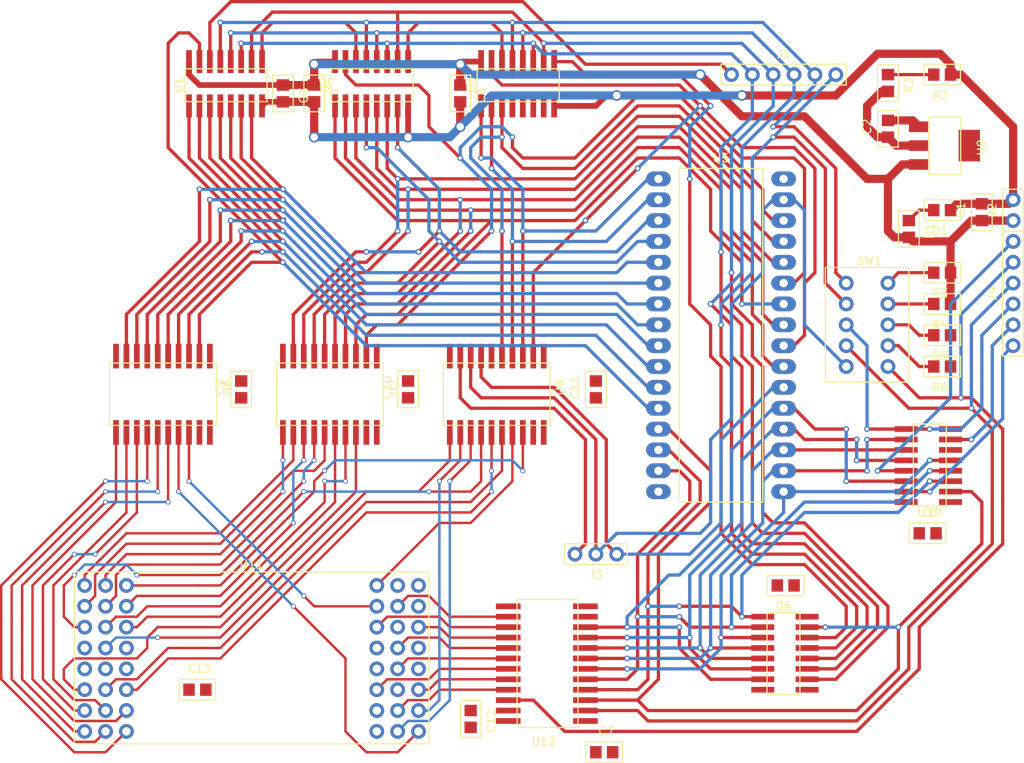
<source format=kicad_pcb>
(kicad_pcb (version 4) (host pcbnew 4.0.7)

  (general
    (links 213)
    (no_connects 51)
    (area 68.229999 27.539999 195.385 122.995)
    (thickness 1.5)
    (drawings 0)
    (tracks 1140)
    (zones 0)
    (modules 38)
    (nets 94)
  )

  (page A4)
  (title_block
    (title memi8M)
    (rev 0.1)
    (company alf64)
    (comment 1 "Memory interface for 8Mbit SFC carts")
  )

  (layers
    (0 F.Cu signal)
    (31 B.Cu signal)
    (37 F.SilkS user)
    (38 B.Mask user)
    (39 F.Mask user)
    (44 Edge.Cuts user)
    (45 Margin user)
  )

  (setup
    (last_trace_width 0.3)
    (user_trace_width 1)
    (trace_clearance 0.2)
    (zone_clearance 0.508)
    (zone_45_only no)
    (trace_min 0.2)
    (segment_width 0.2)
    (edge_width 0.15)
    (via_size 0.6)
    (via_drill 0.4)
    (via_min_size 0.5)
    (via_min_drill 0.3)
    (user_via 1.3 0.9)
    (uvia_size 0.3)
    (uvia_drill 0.1)
    (uvias_allowed no)
    (uvia_min_size 0.2)
    (uvia_min_drill 0.1)
    (pcb_text_width 0.3)
    (pcb_text_size 1.5 1.5)
    (mod_edge_width 0.15)
    (mod_text_size 1 1)
    (mod_text_width 0.15)
    (pad_size 1.524 1.524)
    (pad_drill 0.762)
    (pad_to_mask_clearance 0.2)
    (aux_axis_origin 0 0)
    (visible_elements 7FFFF7FF)
    (pcbplotparams
      (layerselection 0x00030_80000001)
      (usegerberextensions false)
      (excludeedgelayer true)
      (linewidth 0.100000)
      (plotframeref false)
      (viasonmask false)
      (mode 1)
      (useauxorigin false)
      (hpglpennumber 1)
      (hpglpenspeed 20)
      (hpglpendiameter 15)
      (hpglpenoverlay 2)
      (psnegative false)
      (psa4output false)
      (plotreference true)
      (plotvalue true)
      (plotinvisibletext false)
      (padsonsilk false)
      (subtractmaskfromsilk false)
      (outputformat 1)
      (mirror false)
      (drillshape 1)
      (scaleselection 1)
      (outputdirectory ""))
  )

  (net 0 "")
  (net 1 VCC_)
  (net 2 GND_)
  (net 3 +3V3_)
  (net 4 "Net-(D1-Pad2)")
  (net 5 "Net-(D2-Pad2)")
  (net 6 /SI_SER)
  (net 7 /SI_SRCLK)
  (net 8 /SI_SRCLR)
  (net 9 /SI_RCLK)
  (net 10 /SI_OE_A)
  (net 11 /SI_OE_D)
  (net 12 /ROM_CE)
  (net 13 /ROM_OE)
  (net 14 /WE_5V)
  (net 15 /SO_SHLD)
  (net 16 /SO_CLK)
  (net 17 /SO_CLR)
  (net 18 /DATA_DIR)
  (net 19 /DATA_OE)
  (net 20 /SO_QH)
  (net 21 "Net-(R3-Pad2)")
  (net 22 "Net-(R4-Pad2)")
  (net 23 "Net-(R5-Pad2)")
  (net 24 "Net-(R6-Pad2)")
  (net 25 /A1_5V)
  (net 26 /A2_5V)
  (net 27 /A3_5V)
  (net 28 /A4_5V)
  (net 29 /A5_5V)
  (net 30 /A6_5V)
  (net 31 /A7_5V)
  (net 32 /A0_5V)
  (net 33 "Net-(U1-Pad9)")
  (net 34 /A9_5V)
  (net 35 /A10_5V)
  (net 36 /A11_5V)
  (net 37 /A12_5V)
  (net 38 /A13_5V)
  (net 39 /A14_5V)
  (net 40 /A15_5V)
  (net 41 /A8_5V)
  (net 42 "Net-(U2-Pad9)")
  (net 43 /A17_5V)
  (net 44 /A18_5V)
  (net 45 /A19_5V)
  (net 46 "Net-(U3-Pad4)")
  (net 47 "Net-(U3-Pad5)")
  (net 48 "Net-(U3-Pad6)")
  (net 49 "Net-(U3-Pad7)")
  (net 50 /A16_5V)
  (net 51 "Net-(U3-Pad9)")
  (net 52 /D1_5V)
  (net 53 /D2_5V)
  (net 54 /D3_5V)
  (net 55 /D4_5V)
  (net 56 /D5_5V)
  (net 57 /D6_5V)
  (net 58 /D7_5V)
  (net 59 /D0_5V)
  (net 60 "Net-(U4-Pad9)")
  (net 61 /A7_3V)
  (net 62 /A6_3V)
  (net 63 /A5_3V)
  (net 64 /A4_3V)
  (net 65 /A3_3V)
  (net 66 /A2_3V)
  (net 67 /A1_3V)
  (net 68 /A0_3V)
  (net 69 /A15_3V)
  (net 70 /A14_3V)
  (net 71 /A13_3V)
  (net 72 /A12_3V)
  (net 73 /A11_3V)
  (net 74 /A10_3V)
  (net 75 /A9_3V)
  (net 76 /A8_3V)
  (net 77 /WE_3V)
  (net 78 /FLASH_OE)
  (net 79 /FLASH_CE)
  (net 80 /A20_3V)
  (net 81 /A19_3V)
  (net 82 /A18_3V)
  (net 83 /A17_3V)
  (net 84 /A16_3V)
  (net 85 "Net-(U9-Pad4)")
  (net 86 /D0_3V)
  (net 87 /D1_3V)
  (net 88 /D2_3V)
  (net 89 /D3_3V)
  (net 90 /D4_3V)
  (net 91 /D5_3V)
  (net 92 /D6_3V)
  (net 93 /D7_3V)

  (net_class Default "To jest domyślna klasa połączeń."
    (clearance 0.2)
    (trace_width 0.3)
    (via_dia 0.6)
    (via_drill 0.4)
    (uvia_dia 0.3)
    (uvia_drill 0.1)
  )

  (net_class GND ""
    (clearance 0.2)
    (trace_width 0.7)
    (via_dia 1)
    (via_drill 0.7)
    (uvia_dia 0.3)
    (uvia_drill 0.1)
    (add_net GND_)
  )

  (net_class SignalB ""
    (clearance 0.2)
    (trace_width 0.7)
    (via_dia 1)
    (via_drill 0.7)
    (uvia_dia 0.3)
    (uvia_drill 0.1)
  )

  (net_class SignalM ""
    (clearance 0.2)
    (trace_width 0.4)
    (via_dia 0.7)
    (via_drill 0.4)
    (uvia_dia 0.3)
    (uvia_drill 0.1)
    (add_net /A0_5V)
    (add_net /A10_5V)
    (add_net /A11_5V)
    (add_net /A12_5V)
    (add_net /A13_5V)
    (add_net /A14_5V)
    (add_net /A15_5V)
    (add_net /A16_5V)
    (add_net /A17_5V)
    (add_net /A18_5V)
    (add_net /A19_5V)
    (add_net /A1_5V)
    (add_net /A2_5V)
    (add_net /A3_5V)
    (add_net /A4_5V)
    (add_net /A5_5V)
    (add_net /A6_5V)
    (add_net /A7_5V)
    (add_net /A8_5V)
    (add_net /A9_5V)
    (add_net /D0_5V)
    (add_net /D1_5V)
    (add_net /D2_5V)
    (add_net /D3_5V)
    (add_net /D4_5V)
    (add_net /D5_5V)
    (add_net /D6_5V)
    (add_net /D7_5V)
    (add_net /DATA_DIR)
    (add_net /DATA_OE)
    (add_net /ROM_CE)
    (add_net /ROM_OE)
    (add_net /SI_OE_A)
    (add_net /SI_OE_D)
    (add_net /SI_RCLK)
    (add_net /SI_SER)
    (add_net /SI_SRCLK)
    (add_net /SI_SRCLR)
    (add_net /SO_CLK)
    (add_net /SO_CLR)
    (add_net /SO_QH)
    (add_net /SO_SHLD)
    (add_net /WE_5V)
    (add_net "Net-(D1-Pad2)")
    (add_net "Net-(D2-Pad2)")
    (add_net "Net-(R3-Pad2)")
    (add_net "Net-(R4-Pad2)")
    (add_net "Net-(R5-Pad2)")
    (add_net "Net-(R6-Pad2)")
    (add_net "Net-(U1-Pad9)")
    (add_net "Net-(U2-Pad9)")
    (add_net "Net-(U3-Pad4)")
    (add_net "Net-(U3-Pad5)")
    (add_net "Net-(U3-Pad6)")
    (add_net "Net-(U3-Pad7)")
    (add_net "Net-(U3-Pad9)")
    (add_net "Net-(U4-Pad9)")
    (add_net "Net-(U9-Pad4)")
  )

  (net_class SignalS ""
    (clearance 0.2)
    (trace_width 0.3)
    (via_dia 0.6)
    (via_drill 0.4)
    (uvia_dia 0.3)
    (uvia_drill 0.1)
    (add_net /A0_3V)
    (add_net /A10_3V)
    (add_net /A11_3V)
    (add_net /A12_3V)
    (add_net /A13_3V)
    (add_net /A14_3V)
    (add_net /A15_3V)
    (add_net /A16_3V)
    (add_net /A17_3V)
    (add_net /A18_3V)
    (add_net /A19_3V)
    (add_net /A1_3V)
    (add_net /A20_3V)
    (add_net /A2_3V)
    (add_net /A3_3V)
    (add_net /A4_3V)
    (add_net /A5_3V)
    (add_net /A6_3V)
    (add_net /A7_3V)
    (add_net /A8_3V)
    (add_net /A9_3V)
    (add_net /D0_3V)
    (add_net /D1_3V)
    (add_net /D2_3V)
    (add_net /D3_3V)
    (add_net /D4_3V)
    (add_net /D5_3V)
    (add_net /D6_3V)
    (add_net /D7_3V)
    (add_net /FLASH_CE)
    (add_net /FLASH_OE)
    (add_net /WE_3V)
  )

  (net_class VCC ""
    (clearance 0.2)
    (trace_width 0.7)
    (via_dia 1)
    (via_drill 0.7)
    (uvia_dia 0.3)
    (uvia_drill 0.1)
    (add_net +3V3_)
    (add_net VCC_)
  )

  (module 0805 (layer F.Cu) (tedit 5C34E057) (tstamp 5C627391)
    (at 187.96 53.34 90)
    (tags 0805)
    (path /5C483724)
    (fp_text reference C1 (at 0 -2.54 90) (layer F.SilkS)
      (effects (font (size 1 1) (thickness 0.15)))
    )
    (fp_text value 100n (at 0 2.54 90) (layer F.Fab)
      (effects (font (size 1 1) (thickness 0.15)))
    )
    (fp_line (start -2.4765 -1.2573) (end 1.9812 -1.2573) (layer F.SilkS) (width 0.15))
    (fp_line (start 1.9812 -1.2573) (end 1.9812 1.2573) (layer F.SilkS) (width 0.15))
    (fp_line (start 1.9812 1.2573) (end -2.4765 1.2573) (layer F.SilkS) (width 0.15))
    (fp_line (start -2.4765 1.2573) (end -2.4765 -1.2573) (layer F.SilkS) (width 0.15))
    (pad 1 smd rect (at -1.27 0 90) (size 1.4 1.5) (layers F.Cu F.Mask)
      (net 1 VCC_))
    (pad 2 smd rect (at 0.7747 0 90) (size 1.4 1.5) (layers F.Cu F.Mask)
      (net 2 GND_))
  )

  (module 0805 (layer F.Cu) (tedit 5C34E057) (tstamp 5C62739B)
    (at 176.53 43.18 90)
    (tags 0805)
    (path /5C483957)
    (fp_text reference C2 (at 0 -2.54 90) (layer F.SilkS)
      (effects (font (size 1 1) (thickness 0.15)))
    )
    (fp_text value 100n (at 0 2.54 90) (layer F.Fab)
      (effects (font (size 1 1) (thickness 0.15)))
    )
    (fp_line (start -2.4765 -1.2573) (end 1.9812 -1.2573) (layer F.SilkS) (width 0.15))
    (fp_line (start 1.9812 -1.2573) (end 1.9812 1.2573) (layer F.SilkS) (width 0.15))
    (fp_line (start 1.9812 1.2573) (end -2.4765 1.2573) (layer F.SilkS) (width 0.15))
    (fp_line (start -2.4765 1.2573) (end -2.4765 -1.2573) (layer F.SilkS) (width 0.15))
    (pad 1 smd rect (at -1.27 0 90) (size 1.4 1.5) (layers F.Cu F.Mask)
      (net 3 +3V3_))
    (pad 2 smd rect (at 0.7747 0 90) (size 1.4 1.5) (layers F.Cu F.Mask)
      (net 2 GND_))
  )

  (module 0805 (layer F.Cu) (tedit 5C34E057) (tstamp 5C6273A5)
    (at 102.87 39.37 270)
    (tags 0805)
    (path /5C50F17D)
    (fp_text reference C3 (at 0 -2.54 270) (layer F.SilkS)
      (effects (font (size 1 1) (thickness 0.15)))
    )
    (fp_text value 100n (at 0 2.54 270) (layer F.Fab)
      (effects (font (size 1 1) (thickness 0.15)))
    )
    (fp_line (start -2.4765 -1.2573) (end 1.9812 -1.2573) (layer F.SilkS) (width 0.15))
    (fp_line (start 1.9812 -1.2573) (end 1.9812 1.2573) (layer F.SilkS) (width 0.15))
    (fp_line (start 1.9812 1.2573) (end -2.4765 1.2573) (layer F.SilkS) (width 0.15))
    (fp_line (start -2.4765 1.2573) (end -2.4765 -1.2573) (layer F.SilkS) (width 0.15))
    (pad 1 smd rect (at -1.27 0 270) (size 1.4 1.5) (layers F.Cu F.Mask)
      (net 1 VCC_))
    (pad 2 smd rect (at 0.7747 0 270) (size 1.4 1.5) (layers F.Cu F.Mask)
      (net 2 GND_))
  )

  (module 0805 (layer F.Cu) (tedit 5C34E057) (tstamp 5C6273AF)
    (at 106.68 39.37 270)
    (tags 0805)
    (path /5C50F183)
    (fp_text reference C4 (at 0 -2.54 270) (layer F.SilkS)
      (effects (font (size 1 1) (thickness 0.15)))
    )
    (fp_text value 100n (at 0 2.54 270) (layer F.Fab)
      (effects (font (size 1 1) (thickness 0.15)))
    )
    (fp_line (start -2.4765 -1.2573) (end 1.9812 -1.2573) (layer F.SilkS) (width 0.15))
    (fp_line (start 1.9812 -1.2573) (end 1.9812 1.2573) (layer F.SilkS) (width 0.15))
    (fp_line (start 1.9812 1.2573) (end -2.4765 1.2573) (layer F.SilkS) (width 0.15))
    (fp_line (start -2.4765 1.2573) (end -2.4765 -1.2573) (layer F.SilkS) (width 0.15))
    (pad 1 smd rect (at -1.27 0 270) (size 1.4 1.5) (layers F.Cu F.Mask)
      (net 1 VCC_))
    (pad 2 smd rect (at 0.7747 0 270) (size 1.4 1.5) (layers F.Cu F.Mask)
      (net 2 GND_))
  )

  (module 0805 (layer F.Cu) (tedit 5C34E057) (tstamp 5C6273B9)
    (at 124.46 39.37 270)
    (tags 0805)
    (path /5C50F189)
    (fp_text reference C5 (at 0 -2.54 270) (layer F.SilkS)
      (effects (font (size 1 1) (thickness 0.15)))
    )
    (fp_text value 100n (at 0 2.54 270) (layer F.Fab)
      (effects (font (size 1 1) (thickness 0.15)))
    )
    (fp_line (start -2.4765 -1.2573) (end 1.9812 -1.2573) (layer F.SilkS) (width 0.15))
    (fp_line (start 1.9812 -1.2573) (end 1.9812 1.2573) (layer F.SilkS) (width 0.15))
    (fp_line (start 1.9812 1.2573) (end -2.4765 1.2573) (layer F.SilkS) (width 0.15))
    (fp_line (start -2.4765 1.2573) (end -2.4765 -1.2573) (layer F.SilkS) (width 0.15))
    (pad 1 smd rect (at -1.27 0 270) (size 1.4 1.5) (layers F.Cu F.Mask)
      (net 1 VCC_))
    (pad 2 smd rect (at 0.7747 0 270) (size 1.4 1.5) (layers F.Cu F.Mask)
      (net 2 GND_))
  )

  (module 0805 (layer F.Cu) (tedit 5C34E057) (tstamp 5C6273C3)
    (at 163.83 99.06 180)
    (tags 0805)
    (path /5C50F18F)
    (fp_text reference C6 (at 0 -2.54 180) (layer F.SilkS)
      (effects (font (size 1 1) (thickness 0.15)))
    )
    (fp_text value 100n (at 0 2.54 180) (layer F.Fab)
      (effects (font (size 1 1) (thickness 0.15)))
    )
    (fp_line (start -2.4765 -1.2573) (end 1.9812 -1.2573) (layer F.SilkS) (width 0.15))
    (fp_line (start 1.9812 -1.2573) (end 1.9812 1.2573) (layer F.SilkS) (width 0.15))
    (fp_line (start 1.9812 1.2573) (end -2.4765 1.2573) (layer F.SilkS) (width 0.15))
    (fp_line (start -2.4765 1.2573) (end -2.4765 -1.2573) (layer F.SilkS) (width 0.15))
    (pad 1 smd rect (at -1.27 0 180) (size 1.4 1.5) (layers F.Cu F.Mask)
      (net 1 VCC_))
    (pad 2 smd rect (at 0.7747 0 180) (size 1.4 1.5) (layers F.Cu F.Mask)
      (net 2 GND_))
  )

  (module 0805 (layer F.Cu) (tedit 5C34E057) (tstamp 5C6273CD)
    (at 142.24 119.38)
    (tags 0805)
    (path /5C50F195)
    (fp_text reference C7 (at 0 -2.54) (layer F.SilkS)
      (effects (font (size 1 1) (thickness 0.15)))
    )
    (fp_text value 100n (at 0 2.54) (layer F.Fab)
      (effects (font (size 1 1) (thickness 0.15)))
    )
    (fp_line (start -2.4765 -1.2573) (end 1.9812 -1.2573) (layer F.SilkS) (width 0.15))
    (fp_line (start 1.9812 -1.2573) (end 1.9812 1.2573) (layer F.SilkS) (width 0.15))
    (fp_line (start 1.9812 1.2573) (end -2.4765 1.2573) (layer F.SilkS) (width 0.15))
    (fp_line (start -2.4765 1.2573) (end -2.4765 -1.2573) (layer F.SilkS) (width 0.15))
    (pad 1 smd rect (at -1.27 0) (size 1.4 1.5) (layers F.Cu F.Mask)
      (net 1 VCC_))
    (pad 2 smd rect (at 0.7747 0) (size 1.4 1.5) (layers F.Cu F.Mask)
      (net 2 GND_))
  )

  (module 0805 (layer F.Cu) (tedit 5C34E057) (tstamp 5C6273D7)
    (at 181.61 92.71)
    (tags 0805)
    (path /5C50ED89)
    (fp_text reference C8 (at 0 -2.54) (layer F.SilkS)
      (effects (font (size 1 1) (thickness 0.15)))
    )
    (fp_text value 100n (at 0 2.54) (layer F.Fab)
      (effects (font (size 1 1) (thickness 0.15)))
    )
    (fp_line (start -2.4765 -1.2573) (end 1.9812 -1.2573) (layer F.SilkS) (width 0.15))
    (fp_line (start 1.9812 -1.2573) (end 1.9812 1.2573) (layer F.SilkS) (width 0.15))
    (fp_line (start 1.9812 1.2573) (end -2.4765 1.2573) (layer F.SilkS) (width 0.15))
    (fp_line (start -2.4765 1.2573) (end -2.4765 -1.2573) (layer F.SilkS) (width 0.15))
    (pad 1 smd rect (at -1.27 0) (size 1.4 1.5) (layers F.Cu F.Mask)
      (net 1 VCC_))
    (pad 2 smd rect (at 0.7747 0) (size 1.4 1.5) (layers F.Cu F.Mask)
      (net 2 GND_))
  )

  (module 0805 (layer F.Cu) (tedit 5C34E057) (tstamp 5C6273E1)
    (at 97.79 74.93 90)
    (tags 0805)
    (path /5C511998)
    (fp_text reference C9 (at 0 -2.54 90) (layer F.SilkS)
      (effects (font (size 1 1) (thickness 0.15)))
    )
    (fp_text value 100n (at 0 2.54 90) (layer F.Fab)
      (effects (font (size 1 1) (thickness 0.15)))
    )
    (fp_line (start -2.4765 -1.2573) (end 1.9812 -1.2573) (layer F.SilkS) (width 0.15))
    (fp_line (start 1.9812 -1.2573) (end 1.9812 1.2573) (layer F.SilkS) (width 0.15))
    (fp_line (start 1.9812 1.2573) (end -2.4765 1.2573) (layer F.SilkS) (width 0.15))
    (fp_line (start -2.4765 1.2573) (end -2.4765 -1.2573) (layer F.SilkS) (width 0.15))
    (pad 1 smd rect (at -1.27 0 90) (size 1.4 1.5) (layers F.Cu F.Mask)
      (net 3 +3V3_))
    (pad 2 smd rect (at 0.7747 0 90) (size 1.4 1.5) (layers F.Cu F.Mask)
      (net 2 GND_))
  )

  (module 0805 (layer F.Cu) (tedit 5C34E057) (tstamp 5C6273EB)
    (at 118.11 74.93 90)
    (tags 0805)
    (path /5C50EE0F)
    (fp_text reference C10 (at 0 -2.54 90) (layer F.SilkS)
      (effects (font (size 1 1) (thickness 0.15)))
    )
    (fp_text value 100n (at 0 2.54 90) (layer F.Fab)
      (effects (font (size 1 1) (thickness 0.15)))
    )
    (fp_line (start -2.4765 -1.2573) (end 1.9812 -1.2573) (layer F.SilkS) (width 0.15))
    (fp_line (start 1.9812 -1.2573) (end 1.9812 1.2573) (layer F.SilkS) (width 0.15))
    (fp_line (start 1.9812 1.2573) (end -2.4765 1.2573) (layer F.SilkS) (width 0.15))
    (fp_line (start -2.4765 1.2573) (end -2.4765 -1.2573) (layer F.SilkS) (width 0.15))
    (pad 1 smd rect (at -1.27 0 90) (size 1.4 1.5) (layers F.Cu F.Mask)
      (net 3 +3V3_))
    (pad 2 smd rect (at 0.7747 0 90) (size 1.4 1.5) (layers F.Cu F.Mask)
      (net 2 GND_))
  )

  (module 0805 (layer F.Cu) (tedit 5C34E057) (tstamp 5C6273F5)
    (at 140.97 74.93 90)
    (tags 0805)
    (path /5C50EE80)
    (fp_text reference C11 (at 0 -2.54 90) (layer F.SilkS)
      (effects (font (size 1 1) (thickness 0.15)))
    )
    (fp_text value 100n (at 0 2.54 90) (layer F.Fab)
      (effects (font (size 1 1) (thickness 0.15)))
    )
    (fp_line (start -2.4765 -1.2573) (end 1.9812 -1.2573) (layer F.SilkS) (width 0.15))
    (fp_line (start 1.9812 -1.2573) (end 1.9812 1.2573) (layer F.SilkS) (width 0.15))
    (fp_line (start 1.9812 1.2573) (end -2.4765 1.2573) (layer F.SilkS) (width 0.15))
    (fp_line (start -2.4765 1.2573) (end -2.4765 -1.2573) (layer F.SilkS) (width 0.15))
    (pad 1 smd rect (at -1.27 0 90) (size 1.4 1.5) (layers F.Cu F.Mask)
      (net 3 +3V3_))
    (pad 2 smd rect (at 0.7747 0 90) (size 1.4 1.5) (layers F.Cu F.Mask)
      (net 2 GND_))
  )

  (module 0805 (layer F.Cu) (tedit 5C34E057) (tstamp 5C6273FF)
    (at 125.73 115.57 270)
    (tags 0805)
    (path /5C50EEF0)
    (fp_text reference C12 (at 0 -2.54 270) (layer F.SilkS)
      (effects (font (size 1 1) (thickness 0.15)))
    )
    (fp_text value 100n (at 0 2.54 270) (layer F.Fab)
      (effects (font (size 1 1) (thickness 0.15)))
    )
    (fp_line (start -2.4765 -1.2573) (end 1.9812 -1.2573) (layer F.SilkS) (width 0.15))
    (fp_line (start 1.9812 -1.2573) (end 1.9812 1.2573) (layer F.SilkS) (width 0.15))
    (fp_line (start 1.9812 1.2573) (end -2.4765 1.2573) (layer F.SilkS) (width 0.15))
    (fp_line (start -2.4765 1.2573) (end -2.4765 -1.2573) (layer F.SilkS) (width 0.15))
    (pad 1 smd rect (at -1.27 0 270) (size 1.4 1.5) (layers F.Cu F.Mask)
      (net 3 +3V3_))
    (pad 2 smd rect (at 0.7747 0 270) (size 1.4 1.5) (layers F.Cu F.Mask)
      (net 2 GND_))
  )

  (module 0805 (layer F.Cu) (tedit 5C34E057) (tstamp 5C627409)
    (at 92.71 111.76)
    (tags 0805)
    (path /5C50EFC8)
    (fp_text reference C13 (at 0 -2.54) (layer F.SilkS)
      (effects (font (size 1 1) (thickness 0.15)))
    )
    (fp_text value 100n (at 0 2.54) (layer F.Fab)
      (effects (font (size 1 1) (thickness 0.15)))
    )
    (fp_line (start -2.4765 -1.2573) (end 1.9812 -1.2573) (layer F.SilkS) (width 0.15))
    (fp_line (start 1.9812 -1.2573) (end 1.9812 1.2573) (layer F.SilkS) (width 0.15))
    (fp_line (start 1.9812 1.2573) (end -2.4765 1.2573) (layer F.SilkS) (width 0.15))
    (fp_line (start -2.4765 1.2573) (end -2.4765 -1.2573) (layer F.SilkS) (width 0.15))
    (pad 1 smd rect (at -1.27 0) (size 1.4 1.5) (layers F.Cu F.Mask)
      (net 3 +3V3_))
    (pad 2 smd rect (at 0.7747 0) (size 1.4 1.5) (layers F.Cu F.Mask)
      (net 2 GND_))
  )

  (module 0805 (layer F.Cu) (tedit 5C34E057) (tstamp 5C627413)
    (at 182.88 53.34 180)
    (tags 0805)
    (path /5C516B98)
    (fp_text reference D1 (at 0 -2.54 180) (layer F.SilkS)
      (effects (font (size 1 1) (thickness 0.15)))
    )
    (fp_text value LED (at 0 2.54 180) (layer F.Fab)
      (effects (font (size 1 1) (thickness 0.15)))
    )
    (fp_line (start -2.4765 -1.2573) (end 1.9812 -1.2573) (layer F.SilkS) (width 0.15))
    (fp_line (start 1.9812 -1.2573) (end 1.9812 1.2573) (layer F.SilkS) (width 0.15))
    (fp_line (start 1.9812 1.2573) (end -2.4765 1.2573) (layer F.SilkS) (width 0.15))
    (fp_line (start -2.4765 1.2573) (end -2.4765 -1.2573) (layer F.SilkS) (width 0.15))
    (pad 1 smd rect (at -1.27 0 180) (size 1.4 1.5) (layers F.Cu F.Mask)
      (net 2 GND_))
    (pad 2 smd rect (at 0.7747 0 180) (size 1.4 1.5) (layers F.Cu F.Mask)
      (net 4 "Net-(D1-Pad2)"))
  )

  (module 0805 (layer F.Cu) (tedit 5C34E057) (tstamp 5C62741D)
    (at 182.88 36.83 180)
    (tags 0805)
    (path /5C516CD1)
    (fp_text reference D2 (at 0 -2.54 180) (layer F.SilkS)
      (effects (font (size 1 1) (thickness 0.15)))
    )
    (fp_text value LED (at 0 2.54 180) (layer F.Fab)
      (effects (font (size 1 1) (thickness 0.15)))
    )
    (fp_line (start -2.4765 -1.2573) (end 1.9812 -1.2573) (layer F.SilkS) (width 0.15))
    (fp_line (start 1.9812 -1.2573) (end 1.9812 1.2573) (layer F.SilkS) (width 0.15))
    (fp_line (start 1.9812 1.2573) (end -2.4765 1.2573) (layer F.SilkS) (width 0.15))
    (fp_line (start -2.4765 1.2573) (end -2.4765 -1.2573) (layer F.SilkS) (width 0.15))
    (pad 1 smd rect (at -1.27 0 180) (size 1.4 1.5) (layers F.Cu F.Mask)
      (net 2 GND_))
    (pad 2 smd rect (at 0.7747 0 180) (size 1.4 1.5) (layers F.Cu F.Mask)
      (net 5 "Net-(D2-Pad2)"))
  )

  (module PINHEAD1x6 (layer F.Cu) (tedit 5C457289) (tstamp 5C62742B)
    (at 163.83 36.83)
    (tags PINHEAD1x6)
    (path /5C4B84C9)
    (fp_text reference J1 (at 0 -2.54) (layer F.SilkS)
      (effects (font (size 1 1) (thickness 0.15)))
    )
    (fp_text value Conn_01x06 (at 0 2.54) (layer F.Fab)
      (effects (font (size 1 1) (thickness 0.15)))
    )
    (fp_line (start -7.62 -1.27) (end 7.62 -1.27) (layer F.SilkS) (width 0.15))
    (fp_line (start 7.62 -1.27) (end 7.62 1.27) (layer F.SilkS) (width 0.15))
    (fp_line (start 7.62 1.27) (end -7.62 1.27) (layer F.SilkS) (width 0.15))
    (fp_line (start -7.62 1.27) (end -7.62 -1.27) (layer F.SilkS) (width 0.15))
    (pad 1 thru_hole circle (at -6.35 0) (size 1.8 1.8) (drill 1.02) (layers *.Cu *.Mask)
      (net 6 /SI_SER))
    (pad 2 thru_hole circle (at -3.81 0) (size 1.8 1.8) (drill 1.02) (layers *.Cu *.Mask)
      (net 7 /SI_SRCLK))
    (pad 3 thru_hole circle (at -1.27 0) (size 1.8 1.8) (drill 1.02) (layers *.Cu *.Mask)
      (net 8 /SI_SRCLR))
    (pad 4 thru_hole circle (at 1.27 0) (size 1.8 1.8) (drill 1.02) (layers *.Cu *.Mask)
      (net 9 /SI_RCLK))
    (pad 5 thru_hole circle (at 3.81 0) (size 1.8 1.8) (drill 1.02) (layers *.Cu *.Mask)
      (net 10 /SI_OE_A))
    (pad 6 thru_hole circle (at 6.35 0) (size 1.8 1.8) (drill 1.02) (layers *.Cu *.Mask)
      (net 11 /SI_OE_D))
  )

  (module PINHEAD1x2 (layer F.Cu) (tedit 5C41A346) (tstamp 5C627435)
    (at 191.77 53.34 90)
    (tags PINHEAD1x2)
    (path /5C4BA03F)
    (fp_text reference J2 (at 0 -2.54 90) (layer F.SilkS)
      (effects (font (size 1 1) (thickness 0.15)))
    )
    (fp_text value Conn_01x02 (at 0 2.54 90) (layer F.Fab)
      (effects (font (size 1 1) (thickness 0.15)))
    )
    (fp_line (start -2.54 -1.27) (end 2.54 -1.27) (layer F.SilkS) (width 0.15))
    (fp_line (start 2.54 -1.27) (end 2.54 1.27) (layer F.SilkS) (width 0.15))
    (fp_line (start 2.54 1.27) (end -2.54 1.27) (layer F.SilkS) (width 0.15))
    (fp_line (start -2.54 1.27) (end -2.54 -1.27) (layer F.SilkS) (width 0.15))
    (pad 1 thru_hole circle (at -1.27 0 90) (size 1.8 1.8) (drill 1.02) (layers *.Cu *.Mask)
      (net 1 VCC_))
    (pad 2 thru_hole circle (at 1.27 0 90) (size 1.8 1.8) (drill 1.02) (layers *.Cu *.Mask)
      (net 2 GND_))
  )

  (module PINHEAD1x3 (layer F.Cu) (tedit 5C4571A0) (tstamp 5C627442)
    (at 140.97 95.25 180)
    (tags PINHEAD1x3)
    (path /5C4C32B7)
    (fp_text reference J3 (at 0 -2.54 180) (layer F.SilkS)
      (effects (font (size 1 1) (thickness 0.15)))
    )
    (fp_text value Conn_01x03 (at 0 2.54 180) (layer F.Fab)
      (effects (font (size 1 1) (thickness 0.15)))
    )
    (fp_line (start 1.27 -1.27) (end 3.81 -1.27) (layer F.SilkS) (width 0.15))
    (fp_line (start 3.81 -1.27) (end 3.81 1.27) (layer F.SilkS) (width 0.15))
    (fp_line (start 3.81 1.27) (end 1.27 1.27) (layer F.SilkS) (width 0.15))
    (fp_line (start -3.81 -1.27) (end 1.27 -1.27) (layer F.SilkS) (width 0.15))
    (fp_line (start 1.27 1.27) (end -3.81 1.27) (layer F.SilkS) (width 0.15))
    (fp_line (start -3.81 1.27) (end -3.81 -1.27) (layer F.SilkS) (width 0.15))
    (pad 1 thru_hole circle (at -2.54 0 180) (size 1.8 1.8) (drill 1.02) (layers *.Cu *.Mask)
      (net 12 /ROM_CE))
    (pad 2 thru_hole circle (at 0 0 180) (size 1.8 1.8) (drill 1.02) (layers *.Cu *.Mask)
      (net 13 /ROM_OE))
    (pad 3 thru_hole circle (at 2.54 0 180) (size 1.8 1.8) (drill 1.02) (layers *.Cu *.Mask)
      (net 14 /WE_5V))
  )

  (module PINHEAD1x6 (layer F.Cu) (tedit 5C457289) (tstamp 5C627450)
    (at 191.77 63.5 90)
    (tags PINHEAD1x6)
    (path /5C5186EA)
    (fp_text reference J4 (at 0 -2.54 90) (layer F.SilkS)
      (effects (font (size 1 1) (thickness 0.15)))
    )
    (fp_text value Conn_01x06 (at 0 2.54 90) (layer F.Fab)
      (effects (font (size 1 1) (thickness 0.15)))
    )
    (fp_line (start -7.62 -1.27) (end 7.62 -1.27) (layer F.SilkS) (width 0.15))
    (fp_line (start 7.62 -1.27) (end 7.62 1.27) (layer F.SilkS) (width 0.15))
    (fp_line (start 7.62 1.27) (end -7.62 1.27) (layer F.SilkS) (width 0.15))
    (fp_line (start -7.62 1.27) (end -7.62 -1.27) (layer F.SilkS) (width 0.15))
    (pad 1 thru_hole circle (at -6.35 0 90) (size 1.8 1.8) (drill 1.02) (layers *.Cu *.Mask)
      (net 15 /SO_SHLD))
    (pad 2 thru_hole circle (at -3.81 0 90) (size 1.8 1.8) (drill 1.02) (layers *.Cu *.Mask)
      (net 16 /SO_CLK))
    (pad 3 thru_hole circle (at -1.27 0 90) (size 1.8 1.8) (drill 1.02) (layers *.Cu *.Mask)
      (net 17 /SO_CLR))
    (pad 4 thru_hole circle (at 1.27 0 90) (size 1.8 1.8) (drill 1.02) (layers *.Cu *.Mask)
      (net 18 /DATA_DIR))
    (pad 5 thru_hole circle (at 3.81 0 90) (size 1.8 1.8) (drill 1.02) (layers *.Cu *.Mask)
      (net 19 /DATA_OE))
    (pad 6 thru_hole circle (at 6.35 0 90) (size 1.8 1.8) (drill 1.02) (layers *.Cu *.Mask)
      (net 20 /SO_QH))
  )

  (module 0805 (layer F.Cu) (tedit 5C34E057) (tstamp 5C62745A)
    (at 179.07 55.88 270)
    (tags 0805)
    (path /5C5166B6)
    (fp_text reference R1 (at 0 -2.54 270) (layer F.SilkS)
      (effects (font (size 1 1) (thickness 0.15)))
    )
    (fp_text value 3,3k (at 0 2.54 270) (layer F.Fab)
      (effects (font (size 1 1) (thickness 0.15)))
    )
    (fp_line (start -2.4765 -1.2573) (end 1.9812 -1.2573) (layer F.SilkS) (width 0.15))
    (fp_line (start 1.9812 -1.2573) (end 1.9812 1.2573) (layer F.SilkS) (width 0.15))
    (fp_line (start 1.9812 1.2573) (end -2.4765 1.2573) (layer F.SilkS) (width 0.15))
    (fp_line (start -2.4765 1.2573) (end -2.4765 -1.2573) (layer F.SilkS) (width 0.15))
    (pad 1 smd rect (at -1.27 0 270) (size 1.4 1.5) (layers F.Cu F.Mask)
      (net 4 "Net-(D1-Pad2)"))
    (pad 2 smd rect (at 0.7747 0 270) (size 1.4 1.5) (layers F.Cu F.Mask)
      (net 1 VCC_))
  )

  (module 0805 (layer F.Cu) (tedit 5C34E057) (tstamp 5C627464)
    (at 176.53 38.1 270)
    (tags 0805)
    (path /5C5168FD)
    (fp_text reference R2 (at 0 -2.54 270) (layer F.SilkS)
      (effects (font (size 1 1) (thickness 0.15)))
    )
    (fp_text value 3,3k (at 0 2.54 270) (layer F.Fab)
      (effects (font (size 1 1) (thickness 0.15)))
    )
    (fp_line (start -2.4765 -1.2573) (end 1.9812 -1.2573) (layer F.SilkS) (width 0.15))
    (fp_line (start 1.9812 -1.2573) (end 1.9812 1.2573) (layer F.SilkS) (width 0.15))
    (fp_line (start 1.9812 1.2573) (end -2.4765 1.2573) (layer F.SilkS) (width 0.15))
    (fp_line (start -2.4765 1.2573) (end -2.4765 -1.2573) (layer F.SilkS) (width 0.15))
    (pad 1 smd rect (at -1.27 0 270) (size 1.4 1.5) (layers F.Cu F.Mask)
      (net 5 "Net-(D2-Pad2)"))
    (pad 2 smd rect (at 0.7747 0 270) (size 1.4 1.5) (layers F.Cu F.Mask)
      (net 3 +3V3_))
  )

  (module 0805 (layer F.Cu) (tedit 5C34E057) (tstamp 5C62746E)
    (at 182.88 60.96 180)
    (tags 0805)
    (path /5C4B213E)
    (fp_text reference R3 (at 0 -2.54 180) (layer F.SilkS)
      (effects (font (size 1 1) (thickness 0.15)))
    )
    (fp_text value 100 (at 0 2.54 180) (layer F.Fab)
      (effects (font (size 1 1) (thickness 0.15)))
    )
    (fp_line (start -2.4765 -1.2573) (end 1.9812 -1.2573) (layer F.SilkS) (width 0.15))
    (fp_line (start 1.9812 -1.2573) (end 1.9812 1.2573) (layer F.SilkS) (width 0.15))
    (fp_line (start 1.9812 1.2573) (end -2.4765 1.2573) (layer F.SilkS) (width 0.15))
    (fp_line (start -2.4765 1.2573) (end -2.4765 -1.2573) (layer F.SilkS) (width 0.15))
    (pad 1 smd rect (at -1.27 0 180) (size 1.4 1.5) (layers F.Cu F.Mask)
      (net 1 VCC_))
    (pad 2 smd rect (at 0.7747 0 180) (size 1.4 1.5) (layers F.Cu F.Mask)
      (net 21 "Net-(R3-Pad2)"))
  )

  (module 0805 (layer F.Cu) (tedit 5C34E057) (tstamp 5C627478)
    (at 182.88 64.77 180)
    (tags 0805)
    (path /5C4B489C)
    (fp_text reference R4 (at 0 -2.54 180) (layer F.SilkS)
      (effects (font (size 1 1) (thickness 0.15)))
    )
    (fp_text value 100 (at 0 2.54 180) (layer F.Fab)
      (effects (font (size 1 1) (thickness 0.15)))
    )
    (fp_line (start -2.4765 -1.2573) (end 1.9812 -1.2573) (layer F.SilkS) (width 0.15))
    (fp_line (start 1.9812 -1.2573) (end 1.9812 1.2573) (layer F.SilkS) (width 0.15))
    (fp_line (start 1.9812 1.2573) (end -2.4765 1.2573) (layer F.SilkS) (width 0.15))
    (fp_line (start -2.4765 1.2573) (end -2.4765 -1.2573) (layer F.SilkS) (width 0.15))
    (pad 1 smd rect (at -1.27 0 180) (size 1.4 1.5) (layers F.Cu F.Mask)
      (net 1 VCC_))
    (pad 2 smd rect (at 0.7747 0 180) (size 1.4 1.5) (layers F.Cu F.Mask)
      (net 22 "Net-(R4-Pad2)"))
  )

  (module 0805 (layer F.Cu) (tedit 5C34E057) (tstamp 5C627482)
    (at 182.88 68.58 180)
    (tags 0805)
    (path /5C4B25B8)
    (fp_text reference R5 (at 0 -2.54 180) (layer F.SilkS)
      (effects (font (size 1 1) (thickness 0.15)))
    )
    (fp_text value 100 (at 0 2.54 180) (layer F.Fab)
      (effects (font (size 1 1) (thickness 0.15)))
    )
    (fp_line (start -2.4765 -1.2573) (end 1.9812 -1.2573) (layer F.SilkS) (width 0.15))
    (fp_line (start 1.9812 -1.2573) (end 1.9812 1.2573) (layer F.SilkS) (width 0.15))
    (fp_line (start 1.9812 1.2573) (end -2.4765 1.2573) (layer F.SilkS) (width 0.15))
    (fp_line (start -2.4765 1.2573) (end -2.4765 -1.2573) (layer F.SilkS) (width 0.15))
    (pad 1 smd rect (at -1.27 0 180) (size 1.4 1.5) (layers F.Cu F.Mask)
      (net 2 GND_))
    (pad 2 smd rect (at 0.7747 0 180) (size 1.4 1.5) (layers F.Cu F.Mask)
      (net 23 "Net-(R5-Pad2)"))
  )

  (module 0805 (layer F.Cu) (tedit 5C34E057) (tstamp 5C62748C)
    (at 182.88 72.39 180)
    (tags 0805)
    (path /5C508DA8)
    (fp_text reference R6 (at 0 -2.54 180) (layer F.SilkS)
      (effects (font (size 1 1) (thickness 0.15)))
    )
    (fp_text value 100 (at 0 2.54 180) (layer F.Fab)
      (effects (font (size 1 1) (thickness 0.15)))
    )
    (fp_line (start -2.4765 -1.2573) (end 1.9812 -1.2573) (layer F.SilkS) (width 0.15))
    (fp_line (start 1.9812 -1.2573) (end 1.9812 1.2573) (layer F.SilkS) (width 0.15))
    (fp_line (start 1.9812 1.2573) (end -2.4765 1.2573) (layer F.SilkS) (width 0.15))
    (fp_line (start -2.4765 1.2573) (end -2.4765 -1.2573) (layer F.SilkS) (width 0.15))
    (pad 1 smd rect (at -1.27 0 180) (size 1.4 1.5) (layers F.Cu F.Mask)
      (net 2 GND_))
    (pad 2 smd rect (at 0.7747 0 180) (size 1.4 1.5) (layers F.Cu F.Mask)
      (net 24 "Net-(R6-Pad2)"))
  )

  (module SW_DIP_x05 (layer F.Cu) (tedit 5C5C6476) (tstamp 5C62749E)
    (at 173.99 67.31)
    (tags SW_DIP_x05)
    (path /5C51434D)
    (fp_text reference SW1 (at 0.254 -7.747) (layer F.SilkS)
      (effects (font (size 1 1) (thickness 0.15)))
    )
    (fp_text value SW_DIP_x05 (at 0 7.874) (layer F.Fab)
      (effects (font (size 1 1) (thickness 0.15)))
    )
    (fp_line (start -5.08 -6.985) (end 5.08 -6.985) (layer F.SilkS) (width 0.15))
    (fp_line (start 5.08 -6.985) (end 5.08 6.985) (layer F.SilkS) (width 0.15))
    (fp_line (start 5.08 6.985) (end -5.08 6.985) (layer F.SilkS) (width 0.15))
    (fp_line (start -5.08 6.985) (end -5.08 -6.985) (layer F.SilkS) (width 0.15))
    (pad 1 thru_hole circle (at -2.54 -5.08) (size 1.8 1.8) (drill 1.02) (layers *.Cu *.Mask)
      (net 10 /SI_OE_A))
    (pad 2 thru_hole circle (at -2.54 -2.54) (size 1.8 1.8) (drill 1.02) (layers *.Cu *.Mask)
      (net 11 /SI_OE_D))
    (pad 3 thru_hole circle (at -2.54 0) (size 1.8 1.8) (drill 1.02) (layers *.Cu *.Mask)
      (net 17 /SO_CLR))
    (pad 4 thru_hole circle (at -2.54 2.54) (size 1.8 1.8) (drill 1.02) (layers *.Cu *.Mask)
      (net 18 /DATA_DIR))
    (pad 5 thru_hole circle (at -2.54 5.08) (size 1.8 1.8) (drill 1.02) (layers *.Cu *.Mask)
      (net 13 /ROM_OE))
    (pad 6 thru_hole circle (at 2.54 5.08) (size 1.8 1.8) (drill 1.02) (layers *.Cu *.Mask)
      (net 19 /DATA_OE))
    (pad 7 thru_hole circle (at 2.54 2.54) (size 1.8 1.8) (drill 1.02) (layers *.Cu *.Mask)
      (net 24 "Net-(R6-Pad2)"))
    (pad 8 thru_hole circle (at 2.54 0) (size 1.8 1.8) (drill 1.02) (layers *.Cu *.Mask)
      (net 23 "Net-(R5-Pad2)"))
    (pad 9 thru_hole circle (at 2.54 -2.54) (size 1.8 1.8) (drill 1.02) (layers *.Cu *.Mask)
      (net 22 "Net-(R4-Pad2)"))
    (pad 10 thru_hole circle (at 2.54 -5.08) (size 1.8 1.8) (drill 1.02) (layers *.Cu *.Mask)
      (net 21 "Net-(R3-Pad2)"))
  )

  (module SO16 (layer F.Cu) (tedit 5C55C850) (tstamp 5C6274B6)
    (at 96.52 38.1 90)
    (tags SO16)
    (path /5C45CF9D)
    (fp_text reference U1 (at 0 -6.35 90) (layer F.SilkS)
      (effects (font (size 1 1) (thickness 0.15)))
    )
    (fp_text value 74HC595N (at 0 5.08 90) (layer F.Fab)
      (effects (font (size 1 1) (thickness 0.15)))
    )
    (fp_line (start 1.9812 -5.5626) (end 1.9812 4.4323) (layer F.SilkS) (width 0.15))
    (fp_line (start 1.9812 4.4323) (end -2.0193 4.4323) (layer F.SilkS) (width 0.15))
    (fp_line (start -2.0193 4.4323) (end -2.0193 -5.5626) (layer F.SilkS) (width 0.15))
    (fp_line (start -2.0193 -5.5626) (end 1.9812 -5.5626) (layer F.SilkS) (width 0.15))
    (pad 1 smd rect (at -2.54 -5.08 90) (size 2.8 0.7) (layers F.Cu F.Mask)
      (net 25 /A1_5V))
    (pad 2 smd rect (at -2.54 -3.81 90) (size 2.8 0.7) (layers F.Cu F.Mask)
      (net 26 /A2_5V))
    (pad 3 smd rect (at -2.54 -2.54 90) (size 2.8 0.7) (layers F.Cu F.Mask)
      (net 27 /A3_5V))
    (pad 4 smd rect (at -2.54 -1.27 90) (size 2.8 0.7) (layers F.Cu F.Mask)
      (net 28 /A4_5V))
    (pad 5 smd rect (at -2.54 0 90) (size 2.8 0.7) (layers F.Cu F.Mask)
      (net 29 /A5_5V))
    (pad 6 smd rect (at -2.54 1.27 90) (size 2.8 0.7) (layers F.Cu F.Mask)
      (net 30 /A6_5V))
    (pad 7 smd rect (at -2.54 2.54 90) (size 2.8 0.7) (layers F.Cu F.Mask)
      (net 31 /A7_5V))
    (pad 10 smd rect (at 2.8575 2.54 90) (size 2.8 0.7) (layers F.Cu F.Mask)
      (net 8 /SI_SRCLR))
    (pad 11 smd rect (at 2.8575 1.27 90) (size 2.8 0.7) (layers F.Cu F.Mask)
      (net 7 /SI_SRCLK))
    (pad 12 smd rect (at 2.8575 0 90) (size 2.8 0.7) (layers F.Cu F.Mask)
      (net 9 /SI_RCLK))
    (pad 13 smd rect (at 2.8575 -1.27 90) (size 2.8 0.7) (layers F.Cu F.Mask)
      (net 10 /SI_OE_A))
    (pad 14 smd rect (at 2.8575 -2.54 90) (size 2.8 0.7) (layers F.Cu F.Mask)
      (net 6 /SI_SER))
    (pad 15 smd rect (at 2.8575 -3.81 90) (size 2.8 0.7) (layers F.Cu F.Mask)
      (net 32 /A0_5V))
    (pad 16 smd rect (at 2.8575 -5.08 90) (size 2.8 0.7) (layers F.Cu F.Mask)
      (net 1 VCC_))
    (pad 8 smd rect (at -2.54 3.81 90) (size 2.8 0.7) (layers F.Cu F.Mask)
      (net 2 GND_))
    (pad 9 smd rect (at 2.8575 3.81 90) (size 2.8 0.7) (layers F.Cu F.Mask)
      (net 33 "Net-(U1-Pad9)"))
  )

  (module SO16 (layer F.Cu) (tedit 5C55C850) (tstamp 5C6274CE)
    (at 114.3 38.1 90)
    (tags SO16)
    (path /5C45D06E)
    (fp_text reference U2 (at 0 -6.35 90) (layer F.SilkS)
      (effects (font (size 1 1) (thickness 0.15)))
    )
    (fp_text value 74HC595N (at 0 5.08 90) (layer F.Fab)
      (effects (font (size 1 1) (thickness 0.15)))
    )
    (fp_line (start 1.9812 -5.5626) (end 1.9812 4.4323) (layer F.SilkS) (width 0.15))
    (fp_line (start 1.9812 4.4323) (end -2.0193 4.4323) (layer F.SilkS) (width 0.15))
    (fp_line (start -2.0193 4.4323) (end -2.0193 -5.5626) (layer F.SilkS) (width 0.15))
    (fp_line (start -2.0193 -5.5626) (end 1.9812 -5.5626) (layer F.SilkS) (width 0.15))
    (pad 1 smd rect (at -2.54 -5.08 90) (size 2.8 0.7) (layers F.Cu F.Mask)
      (net 34 /A9_5V))
    (pad 2 smd rect (at -2.54 -3.81 90) (size 2.8 0.7) (layers F.Cu F.Mask)
      (net 35 /A10_5V))
    (pad 3 smd rect (at -2.54 -2.54 90) (size 2.8 0.7) (layers F.Cu F.Mask)
      (net 36 /A11_5V))
    (pad 4 smd rect (at -2.54 -1.27 90) (size 2.8 0.7) (layers F.Cu F.Mask)
      (net 37 /A12_5V))
    (pad 5 smd rect (at -2.54 0 90) (size 2.8 0.7) (layers F.Cu F.Mask)
      (net 38 /A13_5V))
    (pad 6 smd rect (at -2.54 1.27 90) (size 2.8 0.7) (layers F.Cu F.Mask)
      (net 39 /A14_5V))
    (pad 7 smd rect (at -2.54 2.54 90) (size 2.8 0.7) (layers F.Cu F.Mask)
      (net 40 /A15_5V))
    (pad 10 smd rect (at 2.8575 2.54 90) (size 2.8 0.7) (layers F.Cu F.Mask)
      (net 8 /SI_SRCLR))
    (pad 11 smd rect (at 2.8575 1.27 90) (size 2.8 0.7) (layers F.Cu F.Mask)
      (net 7 /SI_SRCLK))
    (pad 12 smd rect (at 2.8575 0 90) (size 2.8 0.7) (layers F.Cu F.Mask)
      (net 9 /SI_RCLK))
    (pad 13 smd rect (at 2.8575 -1.27 90) (size 2.8 0.7) (layers F.Cu F.Mask)
      (net 10 /SI_OE_A))
    (pad 14 smd rect (at 2.8575 -2.54 90) (size 2.8 0.7) (layers F.Cu F.Mask)
      (net 33 "Net-(U1-Pad9)"))
    (pad 15 smd rect (at 2.8575 -3.81 90) (size 2.8 0.7) (layers F.Cu F.Mask)
      (net 41 /A8_5V))
    (pad 16 smd rect (at 2.8575 -5.08 90) (size 2.8 0.7) (layers F.Cu F.Mask)
      (net 1 VCC_))
    (pad 8 smd rect (at -2.54 3.81 90) (size 2.8 0.7) (layers F.Cu F.Mask)
      (net 2 GND_))
    (pad 9 smd rect (at 2.8575 3.81 90) (size 2.8 0.7) (layers F.Cu F.Mask)
      (net 42 "Net-(U2-Pad9)"))
  )

  (module SO16 (layer F.Cu) (tedit 5C55C850) (tstamp 5C6274E6)
    (at 132.08 38.1 90)
    (tags SO16)
    (path /5C45D095)
    (fp_text reference U3 (at 0 -6.35 90) (layer F.SilkS)
      (effects (font (size 1 1) (thickness 0.15)))
    )
    (fp_text value 74HC595N (at 0 5.08 90) (layer F.Fab)
      (effects (font (size 1 1) (thickness 0.15)))
    )
    (fp_line (start 1.9812 -5.5626) (end 1.9812 4.4323) (layer F.SilkS) (width 0.15))
    (fp_line (start 1.9812 4.4323) (end -2.0193 4.4323) (layer F.SilkS) (width 0.15))
    (fp_line (start -2.0193 4.4323) (end -2.0193 -5.5626) (layer F.SilkS) (width 0.15))
    (fp_line (start -2.0193 -5.5626) (end 1.9812 -5.5626) (layer F.SilkS) (width 0.15))
    (pad 1 smd rect (at -2.54 -5.08 90) (size 2.8 0.7) (layers F.Cu F.Mask)
      (net 43 /A17_5V))
    (pad 2 smd rect (at -2.54 -3.81 90) (size 2.8 0.7) (layers F.Cu F.Mask)
      (net 44 /A18_5V))
    (pad 3 smd rect (at -2.54 -2.54 90) (size 2.8 0.7) (layers F.Cu F.Mask)
      (net 45 /A19_5V))
    (pad 4 smd rect (at -2.54 -1.27 90) (size 2.8 0.7) (layers F.Cu F.Mask)
      (net 46 "Net-(U3-Pad4)"))
    (pad 5 smd rect (at -2.54 0 90) (size 2.8 0.7) (layers F.Cu F.Mask)
      (net 47 "Net-(U3-Pad5)"))
    (pad 6 smd rect (at -2.54 1.27 90) (size 2.8 0.7) (layers F.Cu F.Mask)
      (net 48 "Net-(U3-Pad6)"))
    (pad 7 smd rect (at -2.54 2.54 90) (size 2.8 0.7) (layers F.Cu F.Mask)
      (net 49 "Net-(U3-Pad7)"))
    (pad 10 smd rect (at 2.8575 2.54 90) (size 2.8 0.7) (layers F.Cu F.Mask)
      (net 8 /SI_SRCLR))
    (pad 11 smd rect (at 2.8575 1.27 90) (size 2.8 0.7) (layers F.Cu F.Mask)
      (net 7 /SI_SRCLK))
    (pad 12 smd rect (at 2.8575 0 90) (size 2.8 0.7) (layers F.Cu F.Mask)
      (net 9 /SI_RCLK))
    (pad 13 smd rect (at 2.8575 -1.27 90) (size 2.8 0.7) (layers F.Cu F.Mask)
      (net 10 /SI_OE_A))
    (pad 14 smd rect (at 2.8575 -2.54 90) (size 2.8 0.7) (layers F.Cu F.Mask)
      (net 42 "Net-(U2-Pad9)"))
    (pad 15 smd rect (at 2.8575 -3.81 90) (size 2.8 0.7) (layers F.Cu F.Mask)
      (net 50 /A16_5V))
    (pad 16 smd rect (at 2.8575 -5.08 90) (size 2.8 0.7) (layers F.Cu F.Mask)
      (net 1 VCC_))
    (pad 8 smd rect (at -2.54 3.81 90) (size 2.8 0.7) (layers F.Cu F.Mask)
      (net 2 GND_))
    (pad 9 smd rect (at 2.8575 3.81 90) (size 2.8 0.7) (layers F.Cu F.Mask)
      (net 51 "Net-(U3-Pad9)"))
  )

  (module SO16 (layer F.Cu) (tedit 5C55C850) (tstamp 5C6274FE)
    (at 163.83 107.95)
    (tags SO16)
    (path /5C474DC1)
    (fp_text reference U4 (at 0 -6.35) (layer F.SilkS)
      (effects (font (size 1 1) (thickness 0.15)))
    )
    (fp_text value 74HC595N (at 0 5.08) (layer F.Fab)
      (effects (font (size 1 1) (thickness 0.15)))
    )
    (fp_line (start 1.9812 -5.5626) (end 1.9812 4.4323) (layer F.SilkS) (width 0.15))
    (fp_line (start 1.9812 4.4323) (end -2.0193 4.4323) (layer F.SilkS) (width 0.15))
    (fp_line (start -2.0193 4.4323) (end -2.0193 -5.5626) (layer F.SilkS) (width 0.15))
    (fp_line (start -2.0193 -5.5626) (end 1.9812 -5.5626) (layer F.SilkS) (width 0.15))
    (pad 1 smd rect (at -2.54 -5.08) (size 2.8 0.7) (layers F.Cu F.Mask)
      (net 52 /D1_5V))
    (pad 2 smd rect (at -2.54 -3.81) (size 2.8 0.7) (layers F.Cu F.Mask)
      (net 53 /D2_5V))
    (pad 3 smd rect (at -2.54 -2.54) (size 2.8 0.7) (layers F.Cu F.Mask)
      (net 54 /D3_5V))
    (pad 4 smd rect (at -2.54 -1.27) (size 2.8 0.7) (layers F.Cu F.Mask)
      (net 55 /D4_5V))
    (pad 5 smd rect (at -2.54 0) (size 2.8 0.7) (layers F.Cu F.Mask)
      (net 56 /D5_5V))
    (pad 6 smd rect (at -2.54 1.27) (size 2.8 0.7) (layers F.Cu F.Mask)
      (net 57 /D6_5V))
    (pad 7 smd rect (at -2.54 2.54) (size 2.8 0.7) (layers F.Cu F.Mask)
      (net 58 /D7_5V))
    (pad 10 smd rect (at 2.8575 2.54) (size 2.8 0.7) (layers F.Cu F.Mask)
      (net 8 /SI_SRCLR))
    (pad 11 smd rect (at 2.8575 1.27) (size 2.8 0.7) (layers F.Cu F.Mask)
      (net 7 /SI_SRCLK))
    (pad 12 smd rect (at 2.8575 0) (size 2.8 0.7) (layers F.Cu F.Mask)
      (net 9 /SI_RCLK))
    (pad 13 smd rect (at 2.8575 -1.27) (size 2.8 0.7) (layers F.Cu F.Mask)
      (net 11 /SI_OE_D))
    (pad 14 smd rect (at 2.8575 -2.54) (size 2.8 0.7) (layers F.Cu F.Mask)
      (net 51 "Net-(U3-Pad9)"))
    (pad 15 smd rect (at 2.8575 -3.81) (size 2.8 0.7) (layers F.Cu F.Mask)
      (net 59 /D0_5V))
    (pad 16 smd rect (at 2.8575 -5.08) (size 2.8 0.7) (layers F.Cu F.Mask)
      (net 1 VCC_))
    (pad 8 smd rect (at -2.54 3.81) (size 2.8 0.7) (layers F.Cu F.Mask)
      (net 2 GND_))
    (pad 9 smd rect (at 2.8575 3.81) (size 2.8 0.7) (layers F.Cu F.Mask)
      (net 60 "Net-(U4-Pad9)"))
  )

  (module PDIP32 (layer F.Cu) (tedit 5C6112F9) (tstamp 5C627526)
    (at 156.21 68.58)
    (tags PDIP32)
    (path /5C46C42A)
    (fp_text reference U5 (at 0 -21.59) (layer F.SilkS)
      (effects (font (size 1 1) (thickness 0.15)))
    )
    (fp_text value SFC_MaskRom_32pin_SOCKET (at 0 21.59) (layer F.Fab)
      (effects (font (size 1 1) (thickness 0.15)))
    )
    (fp_line (start -5.08 -20.32) (end 5.08 -20.32) (layer F.SilkS) (width 0.15))
    (fp_line (start 5.08 -20.32) (end 5.08 20.32) (layer F.SilkS) (width 0.15))
    (fp_line (start 5.08 20.32) (end -5.08 20.32) (layer F.SilkS) (width 0.15))
    (fp_line (start -5.08 20.32) (end -5.08 -20.32) (layer F.SilkS) (width 0.15))
    (pad 1 thru_hole oval (at -7.62 -19.05) (size 3 1.8) (drill 1.02) (layers *.Cu *.Mask)
      (net 43 /A17_5V))
    (pad 2 thru_hole oval (at -7.62 -16.51) (size 3 1.8) (drill 1.02) (layers *.Cu *.Mask)
      (net 44 /A18_5V))
    (pad 3 thru_hole oval (at -7.62 -13.97) (size 3 1.8) (drill 1.02) (layers *.Cu *.Mask)
      (net 40 /A15_5V))
    (pad 4 thru_hole oval (at -7.62 -11.43) (size 3 1.8) (drill 1.02) (layers *.Cu *.Mask)
      (net 37 /A12_5V))
    (pad 5 thru_hole oval (at -7.62 -8.89) (size 3 1.8) (drill 1.02) (layers *.Cu *.Mask)
      (net 31 /A7_5V))
    (pad 6 thru_hole oval (at -7.62 -6.35) (size 3 1.8) (drill 1.02) (layers *.Cu *.Mask)
      (net 30 /A6_5V))
    (pad 7 thru_hole oval (at -7.62 -3.81) (size 3 1.8) (drill 1.02) (layers *.Cu *.Mask)
      (net 29 /A5_5V))
    (pad 8 thru_hole oval (at -7.62 -1.27) (size 3 1.8) (drill 1.02) (layers *.Cu *.Mask)
      (net 28 /A4_5V))
    (pad 9 thru_hole oval (at -7.62 1.27) (size 3 1.8) (drill 1.02) (layers *.Cu *.Mask)
      (net 27 /A3_5V))
    (pad 10 thru_hole oval (at -7.62 3.81) (size 3 1.8) (drill 1.02) (layers *.Cu *.Mask)
      (net 26 /A2_5V))
    (pad 11 thru_hole oval (at -7.62 6.35) (size 3 1.8) (drill 1.02) (layers *.Cu *.Mask)
      (net 25 /A1_5V))
    (pad 12 thru_hole oval (at -7.62 8.89) (size 3 1.8) (drill 1.02) (layers *.Cu *.Mask)
      (net 32 /A0_5V))
    (pad 13 thru_hole oval (at -7.62 11.43) (size 3 1.8) (drill 1.02) (layers *.Cu *.Mask)
      (net 59 /D0_5V))
    (pad 14 thru_hole oval (at -7.62 13.97) (size 3 1.8) (drill 1.02) (layers *.Cu *.Mask)
      (net 52 /D1_5V))
    (pad 15 thru_hole oval (at -7.62 16.51) (size 3 1.8) (drill 1.02) (layers *.Cu *.Mask)
      (net 53 /D2_5V))
    (pad 16 thru_hole oval (at -7.62 19.05) (size 3 1.8) (drill 1.02) (layers *.Cu *.Mask)
      (net 2 GND_))
    (pad 17 thru_hole oval (at 7.62 19.05) (size 3 1.8) (drill 1.02) (layers *.Cu *.Mask)
      (net 54 /D3_5V))
    (pad 18 thru_hole oval (at 7.62 16.51) (size 3 1.8) (drill 1.02) (layers *.Cu *.Mask)
      (net 55 /D4_5V))
    (pad 19 thru_hole oval (at 7.62 13.97) (size 3 1.8) (drill 1.02) (layers *.Cu *.Mask)
      (net 56 /D5_5V))
    (pad 20 thru_hole oval (at 7.62 11.43) (size 3 1.8) (drill 1.02) (layers *.Cu *.Mask)
      (net 57 /D6_5V))
    (pad 21 thru_hole oval (at 7.62 8.89) (size 3 1.8) (drill 1.02) (layers *.Cu *.Mask)
      (net 58 /D7_5V))
    (pad 22 thru_hole oval (at 7.62 6.35) (size 3 1.8) (drill 1.02) (layers *.Cu *.Mask)
      (net 12 /ROM_CE))
    (pad 23 thru_hole oval (at 7.62 3.81) (size 3 1.8) (drill 1.02) (layers *.Cu *.Mask)
      (net 35 /A10_5V))
    (pad 24 thru_hole oval (at 7.62 1.27) (size 3 1.8) (drill 1.02) (layers *.Cu *.Mask)
      (net 50 /A16_5V))
    (pad 25 thru_hole oval (at 7.62 -1.27) (size 3 1.8) (drill 1.02) (layers *.Cu *.Mask)
      (net 36 /A11_5V))
    (pad 26 thru_hole oval (at 7.62 -3.81) (size 3 1.8) (drill 1.02) (layers *.Cu *.Mask)
      (net 34 /A9_5V))
    (pad 27 thru_hole oval (at 7.62 -6.35) (size 3 1.8) (drill 1.02) (layers *.Cu *.Mask)
      (net 41 /A8_5V))
    (pad 28 thru_hole oval (at 7.62 -8.89) (size 3 1.8) (drill 1.02) (layers *.Cu *.Mask)
      (net 38 /A13_5V))
    (pad 29 thru_hole oval (at 7.62 -11.43) (size 3 1.8) (drill 1.02) (layers *.Cu *.Mask)
      (net 39 /A14_5V))
    (pad 30 thru_hole oval (at 7.62 -13.97) (size 3 1.8) (drill 1.02) (layers *.Cu *.Mask)
      (net 45 /A19_5V))
    (pad 31 thru_hole oval (at 7.62 -16.51) (size 3 1.8) (drill 1.02) (layers *.Cu *.Mask)
      (net 13 /ROM_OE))
    (pad 32 thru_hole oval (at 7.62 -19.05) (size 3 1.8) (drill 1.02) (layers *.Cu *.Mask)
      (net 1 VCC_))
  )

  (module SO20 (layer F.Cu) (tedit 5C55C426) (tstamp 5C627542)
    (at 88.9 74.93 270)
    (tags SO20)
    (path /5C45D0B9)
    (fp_text reference U6 (at 0 -7.12 270) (layer F.SilkS)
      (effects (font (size 1 1) (thickness 0.15)))
    )
    (fp_text value 74LVC245 (at 1.27 8.39 270) (layer F.Fab)
      (effects (font (size 1 1) (thickness 0.15)))
    )
    (fp_line (start -2.9591 -5.8674) (end 4.6355 -5.8674) (layer F.SilkS) (width 0.15))
    (fp_line (start 4.6355 -5.8674) (end 4.6355 7.1374) (layer F.SilkS) (width 0.15))
    (fp_line (start 4.6355 7.1374) (end -2.9591 7.1374) (layer F.SilkS) (width 0.15))
    (fp_line (start -2.9591 7.1374) (end -2.9591 -5.8674) (layer F.SilkS) (width 0.15))
    (pad 1 smd rect (at -3.81 -5.08 270) (size 3 0.7) (layers F.Cu F.Mask)
      (net 3 +3V3_))
    (pad 2 smd rect (at -3.81 -3.81 270) (size 3 0.7) (layers F.Cu F.Mask)
      (net 32 /A0_5V))
    (pad 3 smd rect (at -3.81 -2.54 270) (size 3 0.7) (layers F.Cu F.Mask)
      (net 25 /A1_5V))
    (pad 4 smd rect (at -3.81 -1.27 270) (size 3 0.7) (layers F.Cu F.Mask)
      (net 26 /A2_5V))
    (pad 5 smd rect (at -3.81 0 270) (size 3 0.7) (layers F.Cu F.Mask)
      (net 27 /A3_5V))
    (pad 6 smd rect (at -3.81 1.27 270) (size 3 0.7) (layers F.Cu F.Mask)
      (net 28 /A4_5V))
    (pad 7 smd rect (at -3.81 2.54 270) (size 3 0.7) (layers F.Cu F.Mask)
      (net 29 /A5_5V))
    (pad 8 smd rect (at -3.81 3.81 270) (size 3 0.7) (layers F.Cu F.Mask)
      (net 30 /A6_5V))
    (pad 9 smd rect (at -3.81 5.08 270) (size 3 0.7) (layers F.Cu F.Mask)
      (net 31 /A7_5V))
    (pad 10 smd rect (at -3.81 6.35 270) (size 3 0.7) (layers F.Cu F.Mask)
      (net 2 GND_))
    (pad 11 smd rect (at 5.4864 6.35 270) (size 3 0.7) (layers F.Cu F.Mask)
      (net 61 /A7_3V))
    (pad 12 smd rect (at 5.4864 5.08 270) (size 3 0.7) (layers F.Cu F.Mask)
      (net 62 /A6_3V))
    (pad 13 smd rect (at 5.4864 3.81 270) (size 3 0.7) (layers F.Cu F.Mask)
      (net 63 /A5_3V))
    (pad 14 smd rect (at 5.4864 2.54 270) (size 3 0.7) (layers F.Cu F.Mask)
      (net 64 /A4_3V))
    (pad 15 smd rect (at 5.4864 1.27 270) (size 3 0.7) (layers F.Cu F.Mask)
      (net 65 /A3_3V))
    (pad 16 smd rect (at 5.4864 0 270) (size 3 0.7) (layers F.Cu F.Mask)
      (net 66 /A2_3V))
    (pad 17 smd rect (at 5.4864 -1.27 270) (size 3 0.7) (layers F.Cu F.Mask)
      (net 67 /A1_3V))
    (pad 18 smd rect (at 5.4864 -2.54 270) (size 3 0.7) (layers F.Cu F.Mask)
      (net 68 /A0_3V))
    (pad 19 smd rect (at 5.4864 -3.81 270) (size 3 0.7) (layers F.Cu F.Mask)
      (net 2 GND_))
    (pad 20 smd rect (at 5.4864 -5.08 270) (size 3 0.7) (layers F.Cu F.Mask)
      (net 3 +3V3_))
  )

  (module SO20 (layer F.Cu) (tedit 5C55C426) (tstamp 5C62755E)
    (at 109.22 74.93 270)
    (tags SO20)
    (path /5C45D0FA)
    (fp_text reference U7 (at 0 -7.12 270) (layer F.SilkS)
      (effects (font (size 1 1) (thickness 0.15)))
    )
    (fp_text value 74LVC245 (at 1.27 8.39 270) (layer F.Fab)
      (effects (font (size 1 1) (thickness 0.15)))
    )
    (fp_line (start -2.9591 -5.8674) (end 4.6355 -5.8674) (layer F.SilkS) (width 0.15))
    (fp_line (start 4.6355 -5.8674) (end 4.6355 7.1374) (layer F.SilkS) (width 0.15))
    (fp_line (start 4.6355 7.1374) (end -2.9591 7.1374) (layer F.SilkS) (width 0.15))
    (fp_line (start -2.9591 7.1374) (end -2.9591 -5.8674) (layer F.SilkS) (width 0.15))
    (pad 1 smd rect (at -3.81 -5.08 270) (size 3 0.7) (layers F.Cu F.Mask)
      (net 3 +3V3_))
    (pad 2 smd rect (at -3.81 -3.81 270) (size 3 0.7) (layers F.Cu F.Mask)
      (net 41 /A8_5V))
    (pad 3 smd rect (at -3.81 -2.54 270) (size 3 0.7) (layers F.Cu F.Mask)
      (net 34 /A9_5V))
    (pad 4 smd rect (at -3.81 -1.27 270) (size 3 0.7) (layers F.Cu F.Mask)
      (net 35 /A10_5V))
    (pad 5 smd rect (at -3.81 0 270) (size 3 0.7) (layers F.Cu F.Mask)
      (net 36 /A11_5V))
    (pad 6 smd rect (at -3.81 1.27 270) (size 3 0.7) (layers F.Cu F.Mask)
      (net 37 /A12_5V))
    (pad 7 smd rect (at -3.81 2.54 270) (size 3 0.7) (layers F.Cu F.Mask)
      (net 38 /A13_5V))
    (pad 8 smd rect (at -3.81 3.81 270) (size 3 0.7) (layers F.Cu F.Mask)
      (net 39 /A14_5V))
    (pad 9 smd rect (at -3.81 5.08 270) (size 3 0.7) (layers F.Cu F.Mask)
      (net 40 /A15_5V))
    (pad 10 smd rect (at -3.81 6.35 270) (size 3 0.7) (layers F.Cu F.Mask)
      (net 2 GND_))
    (pad 11 smd rect (at 5.4864 6.35 270) (size 3 0.7) (layers F.Cu F.Mask)
      (net 69 /A15_3V))
    (pad 12 smd rect (at 5.4864 5.08 270) (size 3 0.7) (layers F.Cu F.Mask)
      (net 70 /A14_3V))
    (pad 13 smd rect (at 5.4864 3.81 270) (size 3 0.7) (layers F.Cu F.Mask)
      (net 71 /A13_3V))
    (pad 14 smd rect (at 5.4864 2.54 270) (size 3 0.7) (layers F.Cu F.Mask)
      (net 72 /A12_3V))
    (pad 15 smd rect (at 5.4864 1.27 270) (size 3 0.7) (layers F.Cu F.Mask)
      (net 73 /A11_3V))
    (pad 16 smd rect (at 5.4864 0 270) (size 3 0.7) (layers F.Cu F.Mask)
      (net 74 /A10_3V))
    (pad 17 smd rect (at 5.4864 -1.27 270) (size 3 0.7) (layers F.Cu F.Mask)
      (net 75 /A9_3V))
    (pad 18 smd rect (at 5.4864 -2.54 270) (size 3 0.7) (layers F.Cu F.Mask)
      (net 76 /A8_3V))
    (pad 19 smd rect (at 5.4864 -3.81 270) (size 3 0.7) (layers F.Cu F.Mask)
      (net 2 GND_))
    (pad 20 smd rect (at 5.4864 -5.08 270) (size 3 0.7) (layers F.Cu F.Mask)
      (net 3 +3V3_))
  )

  (module SO20 (layer F.Cu) (tedit 5C55C426) (tstamp 5C62757A)
    (at 129.54 74.93 270)
    (tags SO20)
    (path /5C45D167)
    (fp_text reference U8 (at 0 -7.12 270) (layer F.SilkS)
      (effects (font (size 1 1) (thickness 0.15)))
    )
    (fp_text value 74LVC245 (at 1.27 8.39 270) (layer F.Fab)
      (effects (font (size 1 1) (thickness 0.15)))
    )
    (fp_line (start -2.9591 -5.8674) (end 4.6355 -5.8674) (layer F.SilkS) (width 0.15))
    (fp_line (start 4.6355 -5.8674) (end 4.6355 7.1374) (layer F.SilkS) (width 0.15))
    (fp_line (start 4.6355 7.1374) (end -2.9591 7.1374) (layer F.SilkS) (width 0.15))
    (fp_line (start -2.9591 7.1374) (end -2.9591 -5.8674) (layer F.SilkS) (width 0.15))
    (pad 1 smd rect (at -3.81 -5.08 270) (size 3 0.7) (layers F.Cu F.Mask)
      (net 3 +3V3_))
    (pad 2 smd rect (at -3.81 -3.81 270) (size 3 0.7) (layers F.Cu F.Mask)
      (net 50 /A16_5V))
    (pad 3 smd rect (at -3.81 -2.54 270) (size 3 0.7) (layers F.Cu F.Mask)
      (net 43 /A17_5V))
    (pad 4 smd rect (at -3.81 -1.27 270) (size 3 0.7) (layers F.Cu F.Mask)
      (net 44 /A18_5V))
    (pad 5 smd rect (at -3.81 0 270) (size 3 0.7) (layers F.Cu F.Mask)
      (net 45 /A19_5V))
    (pad 6 smd rect (at -3.81 1.27 270) (size 3 0.7) (layers F.Cu F.Mask)
      (net 2 GND_))
    (pad 7 smd rect (at -3.81 2.54 270) (size 3 0.7) (layers F.Cu F.Mask)
      (net 12 /ROM_CE))
    (pad 8 smd rect (at -3.81 3.81 270) (size 3 0.7) (layers F.Cu F.Mask)
      (net 13 /ROM_OE))
    (pad 9 smd rect (at -3.81 5.08 270) (size 3 0.7) (layers F.Cu F.Mask)
      (net 14 /WE_5V))
    (pad 10 smd rect (at -3.81 6.35 270) (size 3 0.7) (layers F.Cu F.Mask)
      (net 2 GND_))
    (pad 11 smd rect (at 5.4864 6.35 270) (size 3 0.7) (layers F.Cu F.Mask)
      (net 77 /WE_3V))
    (pad 12 smd rect (at 5.4864 5.08 270) (size 3 0.7) (layers F.Cu F.Mask)
      (net 78 /FLASH_OE))
    (pad 13 smd rect (at 5.4864 3.81 270) (size 3 0.7) (layers F.Cu F.Mask)
      (net 79 /FLASH_CE))
    (pad 14 smd rect (at 5.4864 2.54 270) (size 3 0.7) (layers F.Cu F.Mask)
      (net 80 /A20_3V))
    (pad 15 smd rect (at 5.4864 1.27 270) (size 3 0.7) (layers F.Cu F.Mask)
      (net 81 /A19_3V))
    (pad 16 smd rect (at 5.4864 0 270) (size 3 0.7) (layers F.Cu F.Mask)
      (net 82 /A18_3V))
    (pad 17 smd rect (at 5.4864 -1.27 270) (size 3 0.7) (layers F.Cu F.Mask)
      (net 83 /A17_3V))
    (pad 18 smd rect (at 5.4864 -2.54 270) (size 3 0.7) (layers F.Cu F.Mask)
      (net 84 /A16_3V))
    (pad 19 smd rect (at 5.4864 -3.81 270) (size 3 0.7) (layers F.Cu F.Mask)
      (net 2 GND_))
    (pad 20 smd rect (at 5.4864 -5.08 270) (size 3 0.7) (layers F.Cu F.Mask)
      (net 3 +3V3_))
  )

  (module SOT223 (layer F.Cu) (tedit 5C55BC68) (tstamp 5C627586)
    (at 182.88 45.72 270)
    (tags SOT223)
    (path /5C613B70)
    (fp_text reference U9 (at 0 -5.08 270) (layer F.SilkS)
      (effects (font (size 1 1) (thickness 0.15)))
    )
    (fp_text value LD1117S33TR (at 0 5.08 270) (layer F.Fab)
      (effects (font (size 1 1) (thickness 0.15)))
    )
    (fp_line (start -3.7338 -2.5146) (end 3.2639 -2.5146) (layer F.SilkS) (width 0.15))
    (fp_line (start 3.2639 -2.5146) (end 3.2639 1.3843) (layer F.SilkS) (width 0.15))
    (fp_line (start 3.2639 1.3843) (end -3.7338 1.3843) (layer F.SilkS) (width 0.15))
    (fp_line (start -3.7338 1.3843) (end -3.7338 -2.5146) (layer F.SilkS) (width 0.15))
    (pad 1 smd rect (at -2.54 2.54 270) (size 1.3 2.5) (layers F.Cu F.Mask)
      (net 2 GND_))
    (pad 2 smd rect (at -0.2413 2.54 270) (size 1.3 2.5) (layers F.Cu F.Mask)
      (net 3 +3V3_))
    (pad 3 smd rect (at 2.0574 2.54 270) (size 1.3 2.5) (layers F.Cu F.Mask)
      (net 1 VCC_))
    (pad 4 smd rect (at -0.2413 -3.556 270) (size 3.85 2.6) (layers F.Cu F.Mask)
      (net 85 "Net-(U9-Pad4)"))
  )

  (module SO16 (layer F.Cu) (tedit 5C55C850) (tstamp 5C62759E)
    (at 181.61 83.82 180)
    (tags SO16)
    (path /5C4818C7)
    (fp_text reference U10 (at 0 -6.35 180) (layer F.SilkS)
      (effects (font (size 1 1) (thickness 0.15)))
    )
    (fp_text value 74LS166N (at 0 5.08 180) (layer F.Fab)
      (effects (font (size 1 1) (thickness 0.15)))
    )
    (fp_line (start 1.9812 -5.5626) (end 1.9812 4.4323) (layer F.SilkS) (width 0.15))
    (fp_line (start 1.9812 4.4323) (end -2.0193 4.4323) (layer F.SilkS) (width 0.15))
    (fp_line (start -2.0193 4.4323) (end -2.0193 -5.5626) (layer F.SilkS) (width 0.15))
    (fp_line (start -2.0193 -5.5626) (end 1.9812 -5.5626) (layer F.SilkS) (width 0.15))
    (pad 1 smd rect (at -2.54 -5.08 180) (size 2.8 0.7) (layers F.Cu F.Mask)
      (net 2 GND_))
    (pad 2 smd rect (at -2.54 -3.81 180) (size 2.8 0.7) (layers F.Cu F.Mask)
      (net 59 /D0_5V))
    (pad 3 smd rect (at -2.54 -2.54 180) (size 2.8 0.7) (layers F.Cu F.Mask)
      (net 52 /D1_5V))
    (pad 4 smd rect (at -2.54 -1.27 180) (size 2.8 0.7) (layers F.Cu F.Mask)
      (net 53 /D2_5V))
    (pad 5 smd rect (at -2.54 0 180) (size 2.8 0.7) (layers F.Cu F.Mask)
      (net 54 /D3_5V))
    (pad 6 smd rect (at -2.54 1.27 180) (size 2.8 0.7) (layers F.Cu F.Mask)
      (net 2 GND_))
    (pad 7 smd rect (at -2.54 2.54 180) (size 2.8 0.7) (layers F.Cu F.Mask)
      (net 16 /SO_CLK))
    (pad 10 smd rect (at 2.8575 2.54 180) (size 2.8 0.7) (layers F.Cu F.Mask)
      (net 55 /D4_5V))
    (pad 11 smd rect (at 2.8575 1.27 180) (size 2.8 0.7) (layers F.Cu F.Mask)
      (net 56 /D5_5V))
    (pad 12 smd rect (at 2.8575 0 180) (size 2.8 0.7) (layers F.Cu F.Mask)
      (net 57 /D6_5V))
    (pad 13 smd rect (at 2.8575 -1.27 180) (size 2.8 0.7) (layers F.Cu F.Mask)
      (net 20 /SO_QH))
    (pad 14 smd rect (at 2.8575 -2.54 180) (size 2.8 0.7) (layers F.Cu F.Mask)
      (net 58 /D7_5V))
    (pad 15 smd rect (at 2.8575 -3.81 180) (size 2.8 0.7) (layers F.Cu F.Mask)
      (net 15 /SO_SHLD))
    (pad 16 smd rect (at 2.8575 -5.08 180) (size 2.8 0.7) (layers F.Cu F.Mask)
      (net 1 VCC_))
    (pad 8 smd rect (at -2.54 3.81 180) (size 2.8 0.7) (layers F.Cu F.Mask)
      (net 2 GND_))
    (pad 9 smd rect (at 2.8575 3.81 180) (size 2.8 0.7) (layers F.Cu F.Mask)
      (net 17 /SO_CLR))
  )

  (module GOTRONIK_ADAP_TSOP48 (layer F.Cu) (tedit 5C459B02) (tstamp 5C6275D6)
    (at 83.82 99.06)
    (tags GOTRONIK_ADAP_TSOP48)
    (path /5C46D34C)
    (fp_text reference U11 (at 15.24 -2.54) (layer F.SilkS)
      (effects (font (size 1 1) (thickness 0.15)))
    )
    (fp_text value SST39VF1681_1682 (at 15.24 20.32) (layer F.Fab)
      (effects (font (size 1 1) (thickness 0.15)))
    )
    (fp_line (start -6.35 -1.651) (end 36.83 -1.651) (layer F.SilkS) (width 0.15))
    (fp_line (start 36.83 -1.651) (end 36.83 19.304) (layer F.SilkS) (width 0.15))
    (fp_line (start 36.83 19.304) (end -6.35 19.304) (layer F.SilkS) (width 0.15))
    (fp_line (start -6.35 19.304) (end -6.35 -1.651) (layer F.SilkS) (width 0.15))
    (pad 1 thru_hole circle (at 0 0) (size 1.8 1.8) (drill 1.02) (layers *.Cu *.Mask)
      (net 84 /A16_3V))
    (pad 2 thru_hole circle (at -2.54 0) (size 1.8 1.8) (drill 1.02) (layers *.Cu *.Mask)
      (net 69 /A15_3V))
    (pad 3 thru_hole circle (at -5.08 0) (size 1.8 1.8) (drill 1.02) (layers *.Cu *.Mask)
      (net 70 /A14_3V))
    (pad 4 thru_hole circle (at 0 2.54) (size 1.8 1.8) (drill 1.02) (layers *.Cu *.Mask)
      (net 71 /A13_3V))
    (pad 5 thru_hole circle (at -2.54 2.54) (size 1.8 1.8) (drill 1.02) (layers *.Cu *.Mask)
      (net 72 /A12_3V))
    (pad 6 thru_hole circle (at -5.08 2.54) (size 1.8 1.8) (drill 1.02) (layers *.Cu *.Mask)
      (net 73 /A11_3V))
    (pad 7 thru_hole circle (at 0 5.08) (size 1.8 1.8) (drill 1.02) (layers *.Cu *.Mask)
      (net 74 /A10_3V))
    (pad 8 thru_hole circle (at -2.54 5.08) (size 1.8 1.8) (drill 1.02) (layers *.Cu *.Mask)
      (net 75 /A9_3V))
    (pad 9 thru_hole circle (at -5.08 5.08) (size 1.8 1.8) (drill 1.02) (layers *.Cu *.Mask)
      (net 80 /A20_3V))
    (pad 10 thru_hole circle (at 0 7.62) (size 1.8 1.8) (drill 1.02) (layers *.Cu *.Mask))
    (pad 11 thru_hole circle (at -2.54 7.62) (size 1.8 1.8) (drill 1.02) (layers *.Cu *.Mask)
      (net 77 /WE_3V))
    (pad 12 thru_hole circle (at -5.08 7.62) (size 1.8 1.8) (drill 1.02) (layers *.Cu *.Mask)
      (net 3 +3V3_))
    (pad 13 thru_hole circle (at 0 10.16) (size 1.8 1.8) (drill 1.02) (layers *.Cu *.Mask))
    (pad 14 thru_hole circle (at -2.54 10.16) (size 1.8 1.8) (drill 1.02) (layers *.Cu *.Mask)
      (net 3 +3V3_))
    (pad 15 thru_hole circle (at -5.08 10.16) (size 1.8 1.8) (drill 1.02) (layers *.Cu *.Mask))
    (pad 16 thru_hole circle (at 0 12.7) (size 1.8 1.8) (drill 1.02) (layers *.Cu *.Mask)
      (net 81 /A19_3V))
    (pad 17 thru_hole circle (at -2.54 12.7) (size 1.8 1.8) (drill 1.02) (layers *.Cu *.Mask)
      (net 82 /A18_3V))
    (pad 18 thru_hole circle (at -5.08 12.7) (size 1.8 1.8) (drill 1.02) (layers *.Cu *.Mask)
      (net 76 /A8_3V))
    (pad 19 thru_hole circle (at 0 15.24) (size 1.8 1.8) (drill 1.02) (layers *.Cu *.Mask)
      (net 61 /A7_3V))
    (pad 20 thru_hole circle (at -2.54 15.24) (size 1.8 1.8) (drill 1.02) (layers *.Cu *.Mask)
      (net 62 /A6_3V))
    (pad 21 thru_hole circle (at -5.08 15.24) (size 1.8 1.8) (drill 1.02) (layers *.Cu *.Mask)
      (net 63 /A5_3V))
    (pad 22 thru_hole circle (at 0 17.78) (size 1.8 1.8) (drill 1.02) (layers *.Cu *.Mask)
      (net 64 /A4_3V))
    (pad 23 thru_hole circle (at -2.54 17.78) (size 1.8 1.8) (drill 1.02) (layers *.Cu *.Mask)
      (net 65 /A3_3V))
    (pad 24 thru_hole circle (at -5.08 17.78) (size 1.8 1.8) (drill 1.02) (layers *.Cu *.Mask)
      (net 66 /A2_3V))
    (pad 25 thru_hole circle (at 35.56 17.78) (size 1.8 1.8) (drill 1.02) (layers *.Cu *.Mask)
      (net 67 /A1_3V))
    (pad 26 thru_hole circle (at 33.02 17.78) (size 1.8 1.8) (drill 1.02) (layers *.Cu *.Mask)
      (net 79 /FLASH_CE))
    (pad 27 thru_hole circle (at 30.48 17.78) (size 1.8 1.8) (drill 1.02) (layers *.Cu *.Mask)
      (net 2 GND_))
    (pad 28 thru_hole circle (at 35.56 15.24) (size 1.8 1.8) (drill 1.02) (layers *.Cu *.Mask)
      (net 78 /FLASH_OE))
    (pad 29 thru_hole circle (at 33.02 15.24) (size 1.8 1.8) (drill 1.02) (layers *.Cu *.Mask)
      (net 86 /D0_3V))
    (pad 30 thru_hole circle (at 30.48 15.24) (size 1.8 1.8) (drill 1.02) (layers *.Cu *.Mask))
    (pad 31 thru_hole circle (at 35.56 12.7) (size 1.8 1.8) (drill 1.02) (layers *.Cu *.Mask)
      (net 87 /D1_3V))
    (pad 32 thru_hole circle (at 33.02 12.7) (size 1.8 1.8) (drill 1.02) (layers *.Cu *.Mask))
    (pad 33 thru_hole circle (at 30.48 12.7) (size 1.8 1.8) (drill 1.02) (layers *.Cu *.Mask)
      (net 88 /D2_3V))
    (pad 34 thru_hole circle (at 35.56 10.16) (size 1.8 1.8) (drill 1.02) (layers *.Cu *.Mask))
    (pad 35 thru_hole circle (at 33.02 10.16) (size 1.8 1.8) (drill 1.02) (layers *.Cu *.Mask)
      (net 89 /D3_3V))
    (pad 36 thru_hole circle (at 30.48 10.16) (size 1.8 1.8) (drill 1.02) (layers *.Cu *.Mask))
    (pad 37 thru_hole circle (at 35.56 7.62) (size 1.8 1.8) (drill 1.02) (layers *.Cu *.Mask)
      (net 3 +3V3_))
    (pad 38 thru_hole circle (at 33.02 7.62) (size 1.8 1.8) (drill 1.02) (layers *.Cu *.Mask)
      (net 90 /D4_3V))
    (pad 39 thru_hole circle (at 30.48 7.62) (size 1.8 1.8) (drill 1.02) (layers *.Cu *.Mask))
    (pad 40 thru_hole circle (at 35.56 5.08) (size 1.8 1.8) (drill 1.02) (layers *.Cu *.Mask)
      (net 91 /D5_3V))
    (pad 41 thru_hole circle (at 33.02 5.08) (size 1.8 1.8) (drill 1.02) (layers *.Cu *.Mask))
    (pad 42 thru_hole circle (at 30.48 5.08) (size 1.8 1.8) (drill 1.02) (layers *.Cu *.Mask)
      (net 92 /D6_3V))
    (pad 43 thru_hole circle (at 35.56 2.54) (size 1.8 1.8) (drill 1.02) (layers *.Cu *.Mask))
    (pad 44 thru_hole circle (at 33.02 2.54) (size 1.8 1.8) (drill 1.02) (layers *.Cu *.Mask)
      (net 93 /D7_3V))
    (pad 45 thru_hole circle (at 30.48 2.54) (size 1.8 1.8) (drill 1.02) (layers *.Cu *.Mask)
      (net 68 /A0_3V))
    (pad 46 thru_hole circle (at 35.56 0) (size 1.8 1.8) (drill 1.02) (layers *.Cu *.Mask)
      (net 2 GND_))
    (pad 47 thru_hole circle (at 33.02 0) (size 1.8 1.8) (drill 1.02) (layers *.Cu *.Mask))
    (pad 48 thru_hole circle (at 30.48 0) (size 1.8 1.8) (drill 1.02) (layers *.Cu *.Mask)
      (net 83 /A17_3V))
  )

  (module SO24 (layer F.Cu) (tedit 5C614998) (tstamp 5C6275F6)
    (at 134.62 109.22 180)
    (tags SO24)
    (path /5C475B3F)
    (fp_text reference U12 (at 0 -8.89 180) (layer F.SilkS)
      (effects (font (size 1 1) (thickness 0.15)))
    )
    (fp_text value 74LVC4245 (at 0 10.16 180) (layer F.Fab)
      (effects (font (size 1 1) (thickness 0.15)))
    )
    (fp_line (start -4.1656 -7.1501) (end 3.2385 -7.1501) (layer F.SilkS) (width 0.15))
    (fp_line (start 3.2385 -7.1501) (end 3.2385 8.4455) (layer F.SilkS) (width 0.15))
    (fp_line (start 3.2385 8.4455) (end -4.1656 8.4455) (layer F.SilkS) (width 0.15))
    (fp_line (start -4.1656 8.4455) (end -4.1656 -7.1501) (layer F.SilkS) (width 0.15))
    (pad 1 smd rect (at -5.08 -6.35 180) (size 3 0.7) (layers F.Cu F.Mask)
      (net 1 VCC_))
    (pad 2 smd rect (at -5.08 -5.08 180) (size 3 0.7) (layers F.Cu F.Mask)
      (net 18 /DATA_DIR))
    (pad 3 smd rect (at -5.08 -3.81 180) (size 3 0.7) (layers F.Cu F.Mask)
      (net 59 /D0_5V))
    (pad 4 smd rect (at -5.08 -2.54 180) (size 3 0.7) (layers F.Cu F.Mask)
      (net 52 /D1_5V))
    (pad 5 smd rect (at -5.08 -1.27 180) (size 3 0.7) (layers F.Cu F.Mask)
      (net 53 /D2_5V))
    (pad 6 smd rect (at -5.08 0 180) (size 3 0.7) (layers F.Cu F.Mask)
      (net 54 /D3_5V))
    (pad 7 smd rect (at -5.08 1.27 180) (size 3 0.7) (layers F.Cu F.Mask)
      (net 55 /D4_5V))
    (pad 8 smd rect (at -5.08 2.54 180) (size 3 0.7) (layers F.Cu F.Mask)
      (net 56 /D5_5V))
    (pad 9 smd rect (at -5.08 3.81 180) (size 3 0.7) (layers F.Cu F.Mask)
      (net 57 /D6_5V))
    (pad 10 smd rect (at -5.08 5.08 180) (size 3 0.7) (layers F.Cu F.Mask)
      (net 58 /D7_5V))
    (pad 11 smd rect (at -5.08 6.35 180) (size 3 0.7) (layers F.Cu F.Mask)
      (net 2 GND_))
    (pad 12 smd rect (at -5.08 7.62 180) (size 3 0.7) (layers F.Cu F.Mask)
      (net 2 GND_))
    (pad 13 smd rect (at 4.318 7.62 180) (size 3 0.7) (layers F.Cu F.Mask)
      (net 2 GND_))
    (pad 14 smd rect (at 4.318 6.35 180) (size 3 0.7) (layers F.Cu F.Mask)
      (net 93 /D7_3V))
    (pad 15 smd rect (at 4.318 5.08 180) (size 3 0.7) (layers F.Cu F.Mask)
      (net 92 /D6_3V))
    (pad 16 smd rect (at 4.318 3.81 180) (size 3 0.7) (layers F.Cu F.Mask)
      (net 91 /D5_3V))
    (pad 17 smd rect (at 4.318 2.54 180) (size 3 0.7) (layers F.Cu F.Mask)
      (net 90 /D4_3V))
    (pad 18 smd rect (at 4.318 1.27 180) (size 3 0.7) (layers F.Cu F.Mask)
      (net 89 /D3_3V))
    (pad 19 smd rect (at 4.318 0 180) (size 3 0.7) (layers F.Cu F.Mask)
      (net 88 /D2_3V))
    (pad 20 smd rect (at 4.318 -1.27 180) (size 3 0.7) (layers F.Cu F.Mask)
      (net 87 /D1_3V))
    (pad 21 smd rect (at 4.318 -2.54 180) (size 3 0.7) (layers F.Cu F.Mask)
      (net 86 /D0_3V))
    (pad 22 smd rect (at 4.318 -3.81 180) (size 3 0.7) (layers F.Cu F.Mask)
      (net 19 /DATA_OE))
    (pad 23 smd rect (at 4.318 -5.08 180) (size 3 0.7) (layers F.Cu F.Mask)
      (net 3 +3V3_))
    (pad 24 smd rect (at 4.318 -6.35 180) (size 3 0.7) (layers F.Cu F.Mask)
      (net 3 +3V3_))
  )

  (segment (start 109.22 35.2425) (end 106.9975 35.2425) (width 0.7) (layer F.Cu) (net 1) (status 400000))
  (segment (start 106.9975 35.2425) (end 106.68 35.56) (width 0.7) (layer F.Cu) (net 1) (tstamp 5C6E60DA))
  (segment (start 124.46 35.56) (end 106.68 35.56) (width 1) (layer B.Cu) (net 1))
  (segment (start 106.68 35.56) (end 106.68 38.1) (width 1) (layer F.Cu) (net 1) (tstamp 5C6E60D2) (status 800000))
  (via (at 106.68 35.56) (size 1.3) (drill 0.9) (layers F.Cu B.Cu) (net 1))
  (segment (start 127 35.2425) (end 124.7775 35.2425) (width 0.7) (layer F.Cu) (net 1) (status 400000))
  (segment (start 124.7775 35.2425) (end 124.46 35.56) (width 0.7) (layer F.Cu) (net 1) (tstamp 5C6E609C))
  (segment (start 124.46 38.1) (end 124.46 35.56) (width 1) (layer F.Cu) (net 1) (status 400000))
  (via (at 124.46 35.56) (size 1.3) (drill 0.9) (layers F.Cu B.Cu) (net 1))
  (segment (start 130.81 36.83) (end 125.73 36.83) (width 1) (layer B.Cu) (net 1))
  (segment (start 166.37 41.91) (end 158.75 41.91) (width 1) (layer F.Cu) (net 1))
  (segment (start 173.99 49.53) (end 166.37 41.91) (width 1) (layer F.Cu) (net 1) (tstamp 5C6E525A))
  (segment (start 176.53 49.53) (end 173.99 49.53) (width 1) (layer F.Cu) (net 1))
  (segment (start 153.67 36.83) (end 130.81 36.83) (width 1) (layer B.Cu) (net 1) (tstamp 5C6E52AC))
  (via (at 153.67 36.83) (size 1.3) (drill 0.9) (layers F.Cu B.Cu) (net 1))
  (segment (start 158.75 41.91) (end 153.67 36.83) (width 1) (layer F.Cu) (net 1) (tstamp 5C6E52A2))
  (segment (start 125.73 36.83) (end 124.46 35.56) (width 1) (layer B.Cu) (net 1) (tstamp 5C6E604F))
  (segment (start 102.87 38.1) (end 106.68 38.1) (width 1) (layer F.Cu) (net 1) (status C00000))
  (segment (start 102.87 38.1) (end 92.71 38.1) (width 0.7) (layer F.Cu) (net 1) (status 400000))
  (segment (start 91.44 36.83) (end 91.44 35.2425) (width 0.7) (layer F.Cu) (net 1) (tstamp 5C6E5DBE) (status 800000))
  (segment (start 92.71 38.1) (end 91.44 36.83) (width 0.7) (layer F.Cu) (net 1) (tstamp 5C6E5DB7))
  (segment (start 180.34 47.7774) (end 178.2826 47.7774) (width 1) (layer F.Cu) (net 1))
  (segment (start 177.3047 56.6547) (end 179.07 56.6547) (width 1) (layer F.Cu) (net 1) (tstamp 5C6E4E42))
  (segment (start 176.53 55.88) (end 177.3047 56.6547) (width 1) (layer F.Cu) (net 1) (tstamp 5C6E4E3E))
  (segment (start 176.53 49.53) (end 176.53 55.88) (width 1) (layer F.Cu) (net 1) (tstamp 5C6E4E39))
  (segment (start 178.2826 47.7774) (end 176.53 49.53) (width 1) (layer F.Cu) (net 1) (tstamp 5C6E4E33))
  (segment (start 184.15 57.15) (end 179.5653 57.15) (width 1) (layer F.Cu) (net 1))
  (segment (start 179.5653 57.15) (end 179.07 56.6547) (width 1) (layer F.Cu) (net 1) (tstamp 5C6E4E29))
  (segment (start 187.96 54.61) (end 186.69 54.61) (width 1) (layer F.Cu) (net 1))
  (segment (start 184.15 57.15) (end 184.15 60.96) (width 1) (layer F.Cu) (net 1))
  (segment (start 186.69 54.61) (end 184.15 57.15) (width 1) (layer F.Cu) (net 1) (tstamp 5C6E4E20))
  (segment (start 184.15 60.96) (end 184.15 64.77) (width 1) (layer F.Cu) (net 1))
  (segment (start 191.77 54.61) (end 187.96 54.61) (width 1) (layer F.Cu) (net 1))
  (segment (start 102.87 40.1447) (end 100.8253 40.1447) (width 0.7) (layer F.Cu) (net 2) (status 400000))
  (segment (start 100.8253 40.1447) (end 100.33 40.64) (width 0.7) (layer F.Cu) (net 2) (tstamp 5C6E6234) (status 800000))
  (segment (start 106.68 40.1447) (end 102.87 40.1447) (width 1) (layer F.Cu) (net 2) (status C00000))
  (segment (start 118.11 44.45) (end 106.68 44.45) (width 1) (layer B.Cu) (net 2))
  (segment (start 106.68 44.45) (end 106.68 40.1447) (width 1) (layer F.Cu) (net 2) (tstamp 5C6E6222) (status 800000))
  (via (at 106.68 44.45) (size 1.3) (drill 0.9) (layers F.Cu B.Cu) (net 2))
  (segment (start 118.11 40.64) (end 118.11 44.45) (width 0.7) (layer F.Cu) (net 2) (status 400000))
  (segment (start 123.19 44.45) (end 118.11 44.45) (width 1) (layer B.Cu) (net 2) (tstamp 5C6E615A))
  (via (at 118.11 44.45) (size 1.3) (drill 0.9) (layers F.Cu B.Cu) (net 2))
  (segment (start 123.19 44.45) (end 124.46 43.18) (width 1) (layer B.Cu) (net 2))
  (segment (start 143.51 39.37) (end 128.27 39.37) (width 1) (layer B.Cu) (net 2))
  (segment (start 124.46 43.18) (end 124.46 40.1447) (width 1) (layer F.Cu) (net 2) (tstamp 5C6E614B) (status 800000))
  (via (at 124.46 43.18) (size 1.3) (drill 0.9) (layers F.Cu B.Cu) (net 2))
  (segment (start 128.27 39.37) (end 124.46 43.18) (width 1) (layer B.Cu) (net 2) (tstamp 5C6E613B))
  (segment (start 135.89 40.64) (end 140.97 40.64) (width 0.7) (layer F.Cu) (net 2) (status 400000))
  (segment (start 175.26 34.29) (end 170.18 39.37) (width 1) (layer F.Cu) (net 2) (tstamp 5C6E5EE1))
  (segment (start 170.18 39.37) (end 158.75 39.37) (width 1) (layer F.Cu) (net 2) (tstamp 5C6E5EE8))
  (via (at 158.75 39.37) (size 1.3) (drill 0.9) (layers F.Cu B.Cu) (net 2))
  (segment (start 158.75 39.37) (end 143.51 39.37) (width 1) (layer B.Cu) (net 2) (tstamp 5C6E5EF7))
  (via (at 143.51 39.37) (size 1.3) (drill 0.9) (layers F.Cu B.Cu) (net 2))
  (segment (start 184.15 35.56) (end 184.15 36.83) (width 1) (layer F.Cu) (net 2) (status 800000))
  (segment (start 182.88 34.29) (end 177.8 34.29) (width 1) (layer F.Cu) (net 2) (tstamp 5C6E5E14))
  (segment (start 184.15 35.56) (end 182.88 34.29) (width 1) (layer F.Cu) (net 2) (tstamp 5C6E5E10))
  (segment (start 177.8 34.29) (end 175.26 34.29) (width 1) (layer F.Cu) (net 2))
  (segment (start 142.24 39.37) (end 143.51 39.37) (width 0.7) (layer F.Cu) (net 2) (tstamp 5C6E5F19))
  (segment (start 140.97 40.64) (end 142.24 39.37) (width 0.7) (layer F.Cu) (net 2) (tstamp 5C6E5F10))
  (segment (start 184.15 36.83) (end 185.42 36.83) (width 1) (layer F.Cu) (net 2))
  (segment (start 191.77 43.18) (end 187.96 39.37) (width 1) (layer F.Cu) (net 2) (tstamp 5C6DB3DD))
  (segment (start 191.77 43.18) (end 191.77 52.07) (width 1) (layer F.Cu) (net 2))
  (segment (start 185.42 36.83) (end 187.96 39.37) (width 1) (layer F.Cu) (net 2) (tstamp 5C6E51BE))
  (segment (start 176.53 42.4053) (end 179.5653 42.4053) (width 1) (layer F.Cu) (net 2))
  (segment (start 179.5653 42.4053) (end 180.34 43.18) (width 1) (layer F.Cu) (net 2) (tstamp 5C6E5187))
  (segment (start 187.96 52.5653) (end 184.9247 52.5653) (width 1) (layer F.Cu) (net 2))
  (segment (start 184.9247 52.5653) (end 184.15 53.34) (width 1) (layer F.Cu) (net 2) (tstamp 5C6E4E4B))
  (segment (start 187.96 52.5653) (end 191.2747 52.5653) (width 1) (layer F.Cu) (net 2))
  (segment (start 191.2747 52.5653) (end 191.77 52.07) (width 1) (layer F.Cu) (net 2) (tstamp 5C6D8018))
  (segment (start 176.53 44.45) (end 175.26 44.45) (width 1) (layer F.Cu) (net 3))
  (segment (start 175.7553 38.8747) (end 176.53 38.8747) (width 1) (layer F.Cu) (net 3) (tstamp 5C6E51F1))
  (segment (start 173.99 40.64) (end 175.7553 38.8747) (width 1) (layer F.Cu) (net 3) (tstamp 5C6E51EB))
  (segment (start 173.99 43.18) (end 173.99 40.64) (width 1) (layer F.Cu) (net 3) (tstamp 5C6E51EA))
  (segment (start 175.26 44.45) (end 173.99 43.18) (width 1) (layer F.Cu) (net 3) (tstamp 5C6E51E6))
  (segment (start 180.34 45.4787) (end 177.5587 45.4787) (width 1) (layer F.Cu) (net 3))
  (segment (start 177.5587 45.4787) (end 176.53 44.45) (width 1) (layer F.Cu) (net 3) (tstamp 5C6E5184))
  (segment (start 179.07 54.61) (end 180.34 53.34) (width 0.4) (layer F.Cu) (net 4))
  (segment (start 180.34 53.34) (end 182.1053 53.34) (width 0.4) (layer F.Cu) (net 4) (tstamp 5C6E4EC3))
  (segment (start 182.1053 36.83) (end 176.53 36.83) (width 0.4) (layer F.Cu) (net 5))
  (segment (start 133.35 29.21) (end 132.08 27.94) (width 0.4) (layer F.Cu) (net 6))
  (segment (start 93.98 35.2425) (end 93.98 30.48) (width 0.4) (layer F.Cu) (net 6))
  (segment (start 130.81 27.94) (end 132.08 27.94) (width 0.4) (layer F.Cu) (net 6) (tstamp 5C6BD0DC))
  (segment (start 96.52 27.94) (end 130.81 27.94) (width 0.4) (layer F.Cu) (net 6) (tstamp 5C6BD0D8))
  (segment (start 93.98 30.48) (end 96.52 27.94) (width 0.4) (layer F.Cu) (net 6) (tstamp 5C6BD0D6))
  (segment (start 139.7 35.56) (end 133.35 29.21) (width 0.4) (layer F.Cu) (net 6) (tstamp 5C6C3A87))
  (segment (start 151.13 35.56) (end 156.21 35.56) (width 0.4) (layer F.Cu) (net 6))
  (segment (start 140.97 35.56) (end 151.13 35.56) (width 0.4) (layer F.Cu) (net 6) (tstamp 5C6BD10A))
  (segment (start 156.21 35.56) (end 157.48 36.83) (width 0.4) (layer F.Cu) (net 6) (tstamp 5C6C3A63))
  (segment (start 140.97 35.56) (end 139.7 35.56) (width 0.4) (layer F.Cu) (net 6))
  (segment (start 156.21 48.26) (end 156.21 45.72) (width 0.4) (layer B.Cu) (net 7))
  (segment (start 156.21 59.69) (end 156.21 58.42) (width 0.4) (layer F.Cu) (net 7))
  (segment (start 160.02 72.39) (end 158.75 71.12) (width 0.4) (layer F.Cu) (net 7) (tstamp 5C6C37EC))
  (segment (start 158.75 71.12) (end 158.75 67.31) (width 0.4) (layer F.Cu) (net 7) (tstamp 5C6C37F0))
  (segment (start 158.75 67.31) (end 156.21 64.77) (width 0.4) (layer F.Cu) (net 7) (tstamp 5C6C37F6))
  (segment (start 156.21 64.77) (end 156.21 59.69) (width 0.4) (layer F.Cu) (net 7) (tstamp 5C6C37F9))
  (segment (start 175.26 101.6) (end 166.37 92.71) (width 0.4) (layer F.Cu) (net 7))
  (segment (start 170.18 109.22) (end 175.26 104.14) (width 0.4) (layer F.Cu) (net 7) (tstamp 5C6C2D7F))
  (segment (start 175.26 104.14) (end 175.26 101.6) (width 0.4) (layer F.Cu) (net 7) (tstamp 5C6C2D9A))
  (segment (start 166.6875 109.22) (end 170.18 109.22) (width 0.4) (layer F.Cu) (net 7))
  (segment (start 160.02 91.44) (end 160.02 87.63) (width 0.4) (layer F.Cu) (net 7) (tstamp 5C6C36E4))
  (segment (start 161.29 92.71) (end 160.02 91.44) (width 0.4) (layer F.Cu) (net 7) (tstamp 5C6C36E3))
  (segment (start 166.37 92.71) (end 161.29 92.71) (width 0.4) (layer F.Cu) (net 7) (tstamp 5C6C36E0))
  (segment (start 160.02 87.63) (end 160.02 72.39) (width 0.4) (layer F.Cu) (net 7))
  (segment (start 156.21 58.42) (end 156.21 48.26) (width 0.4) (layer B.Cu) (net 7) (tstamp 5C6C3BBB))
  (via (at 156.21 58.42) (size 0.7) (drill 0.4) (layers F.Cu B.Cu) (net 7))
  (segment (start 160.02 41.91) (end 160.02 36.83) (width 0.4) (layer B.Cu) (net 7) (tstamp 5C6E50CE))
  (segment (start 156.21 45.72) (end 160.02 41.91) (width 0.4) (layer B.Cu) (net 7) (tstamp 5C6E50CC))
  (segment (start 133.35 33.02) (end 134.62 34.29) (width 0.4) (layer B.Cu) (net 7))
  (segment (start 157.48 34.29) (end 160.02 36.83) (width 0.4) (layer B.Cu) (net 7) (tstamp 5C6C3A05))
  (segment (start 134.62 34.29) (end 157.48 34.29) (width 0.4) (layer B.Cu) (net 7) (tstamp 5C6C3A03))
  (segment (start 115.57 33.02) (end 133.35 33.02) (width 0.4) (layer B.Cu) (net 7))
  (segment (start 133.35 33.02) (end 133.35 35.2425) (width 0.4) (layer F.Cu) (net 7) (tstamp 5C6BCE77))
  (via (at 133.35 33.02) (size 0.7) (drill 0.4) (layers F.Cu B.Cu) (net 7))
  (segment (start 115.57 35.2425) (end 115.57 33.02) (width 0.4) (layer F.Cu) (net 7))
  (via (at 97.79 33.02) (size 0.7) (drill 0.4) (layers F.Cu B.Cu) (net 7))
  (segment (start 97.79 33.02) (end 110.49 33.02) (width 0.4) (layer B.Cu) (net 7) (tstamp 5C6BBF3E))
  (segment (start 97.79 33.02) (end 97.79 35.2425) (width 0.4) (layer F.Cu) (net 7))
  (segment (start 115.57 33.02) (end 110.49 33.02) (width 0.4) (layer B.Cu) (net 7) (tstamp 5C6BBF5E))
  (via (at 115.57 33.02) (size 0.7) (drill 0.4) (layers F.Cu B.Cu) (net 7))
  (segment (start 157.48 48.26) (end 157.48 45.72) (width 0.4) (layer B.Cu) (net 8))
  (segment (start 157.48 60.96) (end 157.48 48.26) (width 0.4) (layer B.Cu) (net 8) (tstamp 5C6C3B97))
  (segment (start 160.02 71.12) (end 160.02 67.31) (width 0.4) (layer F.Cu) (net 8))
  (segment (start 161.29 72.39) (end 160.02 71.12) (width 0.4) (layer F.Cu) (net 8) (tstamp 5C6C3709))
  (segment (start 170.18 110.49) (end 176.53 104.14) (width 0.4) (layer F.Cu) (net 8))
  (segment (start 166.6875 110.49) (end 170.18 110.49) (width 0.4) (layer F.Cu) (net 8))
  (segment (start 161.29 90.17) (end 161.29 87.63) (width 0.4) (layer F.Cu) (net 8) (tstamp 5C6C36FA))
  (segment (start 162.56 91.44) (end 161.29 90.17) (width 0.4) (layer F.Cu) (net 8) (tstamp 5C6C36F8))
  (segment (start 166.37 91.44) (end 162.56 91.44) (width 0.4) (layer F.Cu) (net 8) (tstamp 5C6C36F2))
  (segment (start 176.53 101.6) (end 166.37 91.44) (width 0.4) (layer F.Cu) (net 8) (tstamp 5C6C36F0))
  (segment (start 176.53 104.14) (end 176.53 101.6) (width 0.4) (layer F.Cu) (net 8) (tstamp 5C6C36ED))
  (segment (start 161.29 87.63) (end 161.29 72.39) (width 0.4) (layer F.Cu) (net 8))
  (segment (start 157.48 64.77) (end 157.48 60.96) (width 0.4) (layer F.Cu) (net 8) (tstamp 5C6C37AE))
  (segment (start 160.02 67.31) (end 157.48 64.77) (width 0.4) (layer F.Cu) (net 8) (tstamp 5C6C37AC))
  (via (at 157.48 60.96) (size 0.7) (drill 0.4) (layers F.Cu B.Cu) (net 8))
  (segment (start 162.56 40.64) (end 162.56 36.83) (width 0.4) (layer B.Cu) (net 8) (tstamp 5C6E50C6))
  (segment (start 157.48 45.72) (end 162.56 40.64) (width 0.4) (layer B.Cu) (net 8) (tstamp 5C6E50C1))
  (segment (start 162.56 36.83) (end 158.75 33.02) (width 0.4) (layer B.Cu) (net 8))
  (via (at 134.62 33.02) (size 0.7) (drill 0.4) (layers F.Cu B.Cu) (net 8))
  (segment (start 158.75 33.02) (end 134.62 33.02) (width 0.4) (layer B.Cu) (net 8) (tstamp 5C6C3A17))
  (segment (start 116.84 29.21) (end 116.84 31.75) (width 0.4) (layer F.Cu) (net 8))
  (segment (start 116.84 31.75) (end 116.84 35.2425) (width 0.4) (layer F.Cu) (net 8) (tstamp 5C6BBED0))
  (segment (start 114.3 29.21) (end 116.84 29.21) (width 0.4) (layer F.Cu) (net 8))
  (segment (start 116.84 29.21) (end 119.38 29.21) (width 0.4) (layer F.Cu) (net 8) (tstamp 5C6BCEF5))
  (segment (start 99.06 31.75) (end 101.6 29.21) (width 0.4) (layer F.Cu) (net 8) (tstamp 5C6BBEBF))
  (segment (start 101.6 29.21) (end 114.3 29.21) (width 0.4) (layer F.Cu) (net 8) (tstamp 5C6BBEC7))
  (segment (start 99.06 35.2425) (end 99.06 31.75) (width 0.4) (layer F.Cu) (net 8))
  (segment (start 134.62 33.02) (end 130.81 29.21) (width 0.4) (layer F.Cu) (net 8) (tstamp 5C6BCEE0))
  (segment (start 130.81 29.21) (end 119.38 29.21) (width 0.4) (layer F.Cu) (net 8) (tstamp 5C6BCEE9))
  (segment (start 134.62 33.02) (end 134.62 35.2425) (width 0.4) (layer F.Cu) (net 8))
  (segment (start 158.75 48.26) (end 158.75 45.72) (width 0.4) (layer B.Cu) (net 9))
  (segment (start 154.94 64.77) (end 158.75 60.96) (width 0.4) (layer B.Cu) (net 9) (tstamp 5C6C3B46))
  (segment (start 158.75 60.96) (end 158.75 48.26) (width 0.4) (layer B.Cu) (net 9) (tstamp 5C6C3B47))
  (segment (start 158.75 87.63) (end 158.75 72.39) (width 0.4) (layer F.Cu) (net 9))
  (segment (start 166.37 93.98) (end 160.02 93.98) (width 0.4) (layer F.Cu) (net 9) (tstamp 5C6C36C8))
  (segment (start 160.02 93.98) (end 158.75 92.71) (width 0.4) (layer F.Cu) (net 9) (tstamp 5C6C36CA))
  (segment (start 158.75 92.71) (end 158.75 87.63) (width 0.4) (layer F.Cu) (net 9) (tstamp 5C6C36CC))
  (segment (start 166.6875 107.95) (end 170.18 107.95) (width 0.4) (layer F.Cu) (net 9))
  (segment (start 173.99 104.14) (end 173.99 101.6) (width 0.4) (layer F.Cu) (net 9) (tstamp 5C6C2D61))
  (segment (start 170.18 107.95) (end 173.99 104.14) (width 0.4) (layer F.Cu) (net 9) (tstamp 5C6C2D5D))
  (segment (start 173.99 101.6) (end 166.37 93.98) (width 0.4) (layer F.Cu) (net 9))
  (segment (start 157.48 67.31) (end 154.94 64.77) (width 0.4) (layer F.Cu) (net 9) (tstamp 5C6C3804))
  (segment (start 157.48 71.12) (end 157.48 67.31) (width 0.4) (layer F.Cu) (net 9) (tstamp 5C6C3803))
  (segment (start 158.75 72.39) (end 157.48 71.12) (width 0.4) (layer F.Cu) (net 9) (tstamp 5C6C37FF))
  (via (at 154.94 64.77) (size 0.7) (drill 0.4) (layers F.Cu B.Cu) (net 9))
  (segment (start 165.1 39.37) (end 165.1 36.83) (width 0.4) (layer B.Cu) (net 9) (tstamp 5C6E50B7))
  (segment (start 158.75 45.72) (end 165.1 39.37) (width 0.4) (layer B.Cu) (net 9) (tstamp 5C6E50B4))
  (segment (start 165.1 36.83) (end 160.02 31.75) (width 0.4) (layer B.Cu) (net 9))
  (segment (start 134.62 31.75) (end 132.08 31.75) (width 0.4) (layer B.Cu) (net 9) (tstamp 5C6BD20A))
  (segment (start 160.02 31.75) (end 134.62 31.75) (width 0.4) (layer B.Cu) (net 9) (tstamp 5C6C3A2A))
  (segment (start 114.3 31.75) (end 132.08 31.75) (width 0.4) (layer B.Cu) (net 9))
  (segment (start 132.08 31.75) (end 132.08 35.2425) (width 0.4) (layer F.Cu) (net 9) (tstamp 5C6BCE7F))
  (via (at 132.08 31.75) (size 0.7) (drill 0.4) (layers F.Cu B.Cu) (net 9))
  (segment (start 113.03 31.75) (end 114.3 31.75) (width 0.4) (layer B.Cu) (net 9))
  (via (at 96.52 31.75) (size 0.7) (drill 0.4) (layers F.Cu B.Cu) (net 9))
  (segment (start 96.52 31.75) (end 113.03 31.75) (width 0.4) (layer B.Cu) (net 9) (tstamp 5C6BBF7E))
  (segment (start 96.52 35.2425) (end 96.52 31.75) (width 0.4) (layer F.Cu) (net 9))
  (segment (start 114.3 31.75) (end 114.3 35.2425) (width 0.4) (layer F.Cu) (net 9) (tstamp 5C6BBF8B))
  (via (at 114.3 31.75) (size 0.7) (drill 0.4) (layers F.Cu B.Cu) (net 9))
  (via (at 162.56 43.18) (size 0.7) (drill 0.4) (layers F.Cu B.Cu) (net 10))
  (segment (start 162.56 43.18) (end 163.83 43.18) (width 0.4) (layer F.Cu) (net 10))
  (segment (start 165.1 43.18) (end 163.83 43.18) (width 0.4) (layer F.Cu) (net 10) (tstamp 5C6E5003))
  (segment (start 166.37 44.45) (end 167.64 45.72) (width 0.4) (layer F.Cu) (net 10))
  (segment (start 171.45 62.23) (end 170.18 60.96) (width 0.4) (layer F.Cu) (net 10) (tstamp 5C6D0CCB))
  (segment (start 170.18 48.26) (end 170.18 58.42) (width 0.4) (layer F.Cu) (net 10) (tstamp 5C6D0BCE))
  (segment (start 167.64 45.72) (end 170.18 48.26) (width 0.4) (layer F.Cu) (net 10) (tstamp 5C6D0BCD))
  (segment (start 170.18 58.42) (end 170.18 60.96) (width 0.4) (layer F.Cu) (net 10))
  (segment (start 166.37 44.45) (end 165.1 43.18) (width 0.4) (layer F.Cu) (net 10))
  (segment (start 167.64 38.1) (end 167.64 36.83) (width 0.4) (layer B.Cu) (net 10) (tstamp 5C6E50AB))
  (segment (start 162.56 43.18) (end 167.64 38.1) (width 0.4) (layer B.Cu) (net 10) (tstamp 5C6E50AA))
  (segment (start 167.64 36.83) (end 161.29 30.48) (width 0.4) (layer B.Cu) (net 10))
  (segment (start 134.62 30.48) (end 130.81 30.48) (width 0.4) (layer B.Cu) (net 10) (tstamp 5C6BD213))
  (segment (start 161.29 30.48) (end 134.62 30.48) (width 0.4) (layer B.Cu) (net 10) (tstamp 5C6C3A3B))
  (segment (start 113.03 30.48) (end 130.81 30.48) (width 0.4) (layer B.Cu) (net 10))
  (segment (start 130.81 30.48) (end 130.81 35.2425) (width 0.4) (layer F.Cu) (net 10) (tstamp 5C6BCE89))
  (via (at 130.81 30.48) (size 0.7) (drill 0.4) (layers F.Cu B.Cu) (net 10))
  (segment (start 95.25 35.2425) (end 95.25 30.48) (width 0.4) (layer F.Cu) (net 10))
  (segment (start 113.03 30.48) (end 113.03 35.2425) (width 0.4) (layer F.Cu) (net 10) (tstamp 5C6BBFD1))
  (via (at 113.03 30.48) (size 0.7) (drill 0.4) (layers F.Cu B.Cu) (net 10))
  (segment (start 95.25 30.48) (end 113.03 30.48) (width 0.4) (layer B.Cu) (net 10) (tstamp 5C6BBFCE))
  (via (at 95.25 30.48) (size 0.7) (drill 0.4) (layers F.Cu B.Cu) (net 10))
  (segment (start 162.56 44.45) (end 165.1 44.45) (width 0.4) (layer F.Cu) (net 11))
  (segment (start 168.91 58.42) (end 168.91 62.23) (width 0.4) (layer F.Cu) (net 11))
  (segment (start 168.91 58.42) (end 168.91 48.26) (width 0.4) (layer F.Cu) (net 11) (tstamp 5C6D0BB3))
  (segment (start 168.91 62.23) (end 171.45 64.77) (width 0.4) (layer F.Cu) (net 11) (tstamp 5C6D0CC6))
  (segment (start 168.91 48.26) (end 165.1 44.45) (width 0.4) (layer F.Cu) (net 11))
  (via (at 162.56 44.45) (size 0.7) (drill 0.4) (layers F.Cu B.Cu) (net 11))
  (segment (start 170.18 36.83) (end 162.56 44.45) (width 0.4) (layer B.Cu) (net 11))
  (segment (start 162.56 44.45) (end 160.02 46.99) (width 0.4) (layer B.Cu) (net 11) (tstamp 5C6E5069))
  (via (at 156.21 67.31) (size 0.7) (drill 0.4) (layers F.Cu B.Cu) (net 11))
  (segment (start 157.48 72.39) (end 156.21 71.12) (width 0.4) (layer F.Cu) (net 11) (tstamp 5C6C380F))
  (segment (start 156.21 71.12) (end 156.21 67.31) (width 0.4) (layer F.Cu) (net 11) (tstamp 5C6C3813))
  (segment (start 172.72 101.6) (end 166.37 95.25) (width 0.4) (layer F.Cu) (net 11))
  (segment (start 170.18 106.68) (end 172.72 104.14) (width 0.4) (layer F.Cu) (net 11) (tstamp 5C6C2D41))
  (segment (start 172.72 104.14) (end 172.72 101.6) (width 0.4) (layer F.Cu) (net 11) (tstamp 5C6C2D44))
  (segment (start 170.18 106.68) (end 166.6875 106.68) (width 0.4) (layer F.Cu) (net 11))
  (segment (start 157.48 92.71) (end 157.48 87.63) (width 0.4) (layer F.Cu) (net 11) (tstamp 5C6C36BB))
  (segment (start 160.02 95.25) (end 157.48 92.71) (width 0.4) (layer F.Cu) (net 11) (tstamp 5C6C36B5))
  (segment (start 166.37 95.25) (end 160.02 95.25) (width 0.4) (layer F.Cu) (net 11) (tstamp 5C6C36B0))
  (segment (start 157.48 87.63) (end 157.48 72.39) (width 0.4) (layer F.Cu) (net 11))
  (segment (start 160.02 60.96) (end 160.02 49.53) (width 0.4) (layer B.Cu) (net 11) (tstamp 5C6C3AED))
  (segment (start 156.21 64.77) (end 160.02 60.96) (width 0.4) (layer B.Cu) (net 11) (tstamp 5C6C3AEB))
  (segment (start 156.21 67.31) (end 156.21 64.77) (width 0.4) (layer B.Cu) (net 11) (tstamp 5C6C3AEA))
  (segment (start 160.02 49.53) (end 160.02 48.26) (width 0.4) (layer B.Cu) (net 11))
  (segment (start 160.02 46.99) (end 160.02 48.26) (width 0.4) (layer B.Cu) (net 11))
  (segment (start 135.89 74.93) (end 142.24 81.28) (width 0.4) (layer F.Cu) (net 12))
  (segment (start 127 71.12) (end 127 73.66) (width 0.4) (layer F.Cu) (net 12) (tstamp 5C6A7F61))
  (segment (start 128.27 74.93) (end 127 73.66) (width 0.4) (layer F.Cu) (net 12) (tstamp 5C6A7F60))
  (segment (start 135.89 74.93) (end 128.27 74.93) (width 0.4) (layer F.Cu) (net 12) (tstamp 5C6A7F5F))
  (segment (start 142.24 93.98) (end 143.51 95.25) (width 0.4) (layer F.Cu) (net 12) (tstamp 5C6C3585))
  (segment (start 142.24 81.28) (end 142.24 93.98) (width 0.4) (layer F.Cu) (net 12) (tstamp 5C6C3583))
  (segment (start 163.83 74.93) (end 162.56 74.93) (width 0.4) (layer B.Cu) (net 12))
  (segment (start 162.56 74.93) (end 156.21 81.28) (width 0.4) (layer B.Cu) (net 12) (tstamp 5C6C2EC9))
  (segment (start 152.4 95.25) (end 156.21 91.44) (width 0.4) (layer B.Cu) (net 12) (tstamp 5C6C2EB2))
  (segment (start 156.21 91.44) (end 156.21 90.17) (width 0.4) (layer B.Cu) (net 12) (tstamp 5C6C2EB6))
  (segment (start 143.51 95.25) (end 152.4 95.25) (width 0.4) (layer B.Cu) (net 12))
  (segment (start 156.21 81.28) (end 156.21 90.17) (width 0.4) (layer B.Cu) (net 12) (tstamp 5C6C2ECD))
  (segment (start 166.37 53.34) (end 166.37 67.31) (width 0.4) (layer B.Cu) (net 13))
  (segment (start 165.1 52.07) (end 166.37 53.34) (width 0.4) (layer B.Cu) (net 13) (tstamp 5C6D0A7A))
  (segment (start 166.37 67.31) (end 171.45 72.39) (width 0.4) (layer B.Cu) (net 13) (tstamp 5C6D0CD9))
  (segment (start 163.83 52.07) (end 165.1 52.07) (width 0.4) (layer B.Cu) (net 13))
  (segment (start 163.83 52.07) (end 162.56 52.07) (width 0.4) (layer B.Cu) (net 13))
  (segment (start 162.56 52.07) (end 161.29 53.34) (width 0.4) (layer B.Cu) (net 13) (tstamp 5C6C378D))
  (segment (start 161.29 53.34) (end 161.29 58.42) (width 0.4) (layer B.Cu) (net 13) (tstamp 5C6C3792))
  (segment (start 157.48 78.74) (end 157.48 64.77) (width 0.4) (layer B.Cu) (net 13))
  (segment (start 143.51 92.71) (end 153.67 92.71) (width 0.4) (layer B.Cu) (net 13) (tstamp 5C6C2EF0))
  (segment (start 153.67 92.71) (end 154.94 91.44) (width 0.4) (layer B.Cu) (net 13) (tstamp 5C6C2EF3))
  (segment (start 154.94 91.44) (end 154.94 81.28) (width 0.4) (layer B.Cu) (net 13) (tstamp 5C6C2EFB))
  (segment (start 154.94 81.28) (end 157.48 78.74) (width 0.4) (layer B.Cu) (net 13) (tstamp 5C6C2EFD))
  (segment (start 140.97 95.25) (end 143.51 92.71) (width 0.4) (layer B.Cu) (net 13))
  (segment (start 161.29 60.96) (end 161.29 58.42) (width 0.4) (layer B.Cu) (net 13) (tstamp 5C6C377A))
  (segment (start 157.48 64.77) (end 161.29 60.96) (width 0.4) (layer B.Cu) (net 13) (tstamp 5C6C3774))
  (segment (start 135.89 76.2) (end 140.97 81.28) (width 0.4) (layer F.Cu) (net 13))
  (segment (start 140.97 81.28) (end 140.97 95.25) (width 0.4) (layer F.Cu) (net 13) (tstamp 5C6C1E1F))
  (segment (start 125.73 71.12) (end 125.73 74.93) (width 0.4) (layer F.Cu) (net 13) (tstamp 5C6A7F5B))
  (segment (start 127 76.2) (end 125.73 74.93) (width 0.4) (layer F.Cu) (net 13) (tstamp 5C6A7F5A))
  (segment (start 135.89 76.2) (end 127 76.2) (width 0.4) (layer F.Cu) (net 13) (tstamp 5C6A7F57))
  (segment (start 138.43 80.01) (end 139.7 81.28) (width 0.4) (layer F.Cu) (net 14))
  (segment (start 135.89 77.47) (end 138.43 80.01) (width 0.4) (layer F.Cu) (net 14) (tstamp 5C6C1DD1))
  (segment (start 124.46 71.12) (end 124.46 76.2) (width 0.4) (layer F.Cu) (net 14) (tstamp 5C6A7F53))
  (segment (start 125.73 77.47) (end 124.46 76.2) (width 0.4) (layer F.Cu) (net 14) (tstamp 5C6A7F52))
  (segment (start 125.73 77.47) (end 135.89 77.47) (width 0.4) (layer F.Cu) (net 14))
  (segment (start 139.7 93.98) (end 138.43 95.25) (width 0.4) (layer F.Cu) (net 14) (tstamp 5C6C3570))
  (segment (start 139.7 92.71) (end 139.7 93.98) (width 0.4) (layer F.Cu) (net 14) (tstamp 5C6C356E))
  (segment (start 139.7 81.28) (end 139.7 92.71) (width 0.4) (layer F.Cu) (net 14) (tstamp 5C6C356C))
  (segment (start 190.5 71.12) (end 191.77 69.85) (width 0.4) (layer B.Cu) (net 15) (tstamp 5C6D107D))
  (segment (start 190.5 78.74) (end 190.5 71.12) (width 0.4) (layer B.Cu) (net 15) (tstamp 5C6D107A))
  (via (at 181.61 87.63) (size 0.7) (drill 0.4) (layers F.Cu B.Cu) (net 15))
  (segment (start 181.61 87.63) (end 178.7525 87.63) (width 0.4) (layer F.Cu) (net 15) (tstamp 5C6CFD1B))
  (segment (start 181.61 87.63) (end 190.5 78.74) (width 0.4) (layer B.Cu) (net 15))
  (segment (start 189.23 69.85) (end 191.77 67.31) (width 0.4) (layer B.Cu) (net 16) (tstamp 5C6D1069))
  (segment (start 189.23 78.74) (end 189.23 69.85) (width 0.4) (layer B.Cu) (net 16) (tstamp 5C6D1060))
  (segment (start 186.69 81.28) (end 189.23 78.74) (width 0.4) (layer B.Cu) (net 16))
  (segment (start 184.15 81.28) (end 186.69 81.28) (width 0.4) (layer F.Cu) (net 16) (tstamp 5C6CFCB7))
  (via (at 186.69 81.28) (size 0.7) (drill 0.4) (layers F.Cu B.Cu) (net 16))
  (segment (start 191.77 64.77) (end 187.96 68.58) (width 0.4) (layer B.Cu) (net 17))
  (via (at 181.61 80.01) (size 0.7) (drill 0.4) (layers F.Cu B.Cu) (net 17))
  (segment (start 181.61 80.01) (end 185.42 80.01) (width 0.4) (layer B.Cu) (net 17) (tstamp 5C6D1037))
  (segment (start 187.96 77.47) (end 185.42 80.01) (width 0.4) (layer B.Cu) (net 17) (tstamp 5C6D1001))
  (segment (start 181.61 80.01) (end 178.7525 80.01) (width 0.4) (layer F.Cu) (net 17))
  (segment (start 187.96 68.58) (end 187.96 77.47) (width 0.4) (layer B.Cu) (net 17) (tstamp 5C6D108A))
  (segment (start 178.7525 80.01) (end 173.99 80.01) (width 0.4) (layer F.Cu) (net 17))
  (segment (start 173.99 69.85) (end 171.45 67.31) (width 0.4) (layer B.Cu) (net 17) (tstamp 5C6D0DF3))
  (segment (start 173.99 71.12) (end 173.99 69.85) (width 0.4) (layer B.Cu) (net 17) (tstamp 5C6D0DE9))
  (segment (start 173.99 80.01) (end 173.99 71.12) (width 0.4) (layer B.Cu) (net 17) (tstamp 5C6D0DE8))
  (via (at 173.99 80.01) (size 0.7) (drill 0.4) (layers F.Cu B.Cu) (net 17))
  (segment (start 191.77 62.23) (end 186.69 67.31) (width 0.4) (layer B.Cu) (net 18))
  (segment (start 189.23 81.28) (end 189.23 80.01) (width 0.4) (layer F.Cu) (net 18))
  (segment (start 139.7 114.3) (end 146.05 114.3) (width 0.4) (layer F.Cu) (net 18) (tstamp 5C6CFB37))
  (segment (start 147.32 115.57) (end 146.05 114.3) (width 0.4) (layer F.Cu) (net 18) (tstamp 5C6CFB34))
  (segment (start 172.72 115.57) (end 147.32 115.57) (width 0.4) (layer F.Cu) (net 18) (tstamp 5C6CFB30))
  (segment (start 179.07 109.22) (end 172.72 115.57) (width 0.4) (layer F.Cu) (net 18) (tstamp 5C6CFB2A))
  (segment (start 179.07 104.14) (end 179.07 109.22) (width 0.4) (layer F.Cu) (net 18) (tstamp 5C6CFB26))
  (segment (start 189.23 93.98) (end 179.07 104.14) (width 0.4) (layer F.Cu) (net 18) (tstamp 5C6CFB20))
  (segment (start 189.23 88.9) (end 189.23 93.98) (width 0.4) (layer F.Cu) (net 18) (tstamp 5C6CFB1E))
  (segment (start 189.23 81.28) (end 189.23 88.9) (width 0.4) (layer F.Cu) (net 18))
  (segment (start 189.23 80.01) (end 186.69 77.47) (width 0.4) (layer F.Cu) (net 18) (tstamp 5C6D10F2))
  (via (at 186.69 77.47) (size 0.7) (drill 0.4) (layers F.Cu B.Cu) (net 18))
  (segment (start 186.69 67.31) (end 186.69 77.47) (width 0.4) (layer B.Cu) (net 18) (tstamp 5C6D1098))
  (segment (start 182.88 77.47) (end 179.07 77.47) (width 0.4) (layer F.Cu) (net 18))
  (segment (start 186.69 77.47) (end 182.88 77.47) (width 0.4) (layer F.Cu) (net 18) (tstamp 5C6D0FB3))
  (segment (start 179.07 77.47) (end 171.45 69.85) (width 0.4) (layer F.Cu) (net 18) (tstamp 5C6D0E24))
  (segment (start 191.77 59.69) (end 186.69 64.77) (width 0.4) (layer B.Cu) (net 19) (tstamp 5C6CFBFD))
  (segment (start 190.5 88.9) (end 190.5 80.01) (width 0.4) (layer F.Cu) (net 19))
  (segment (start 190.5 88.9) (end 190.5 93.98) (width 0.4) (layer F.Cu) (net 19) (tstamp 5C6CFB40))
  (segment (start 190.5 93.98) (end 180.34 104.14) (width 0.4) (layer F.Cu) (net 19) (tstamp 5C6CFB44))
  (segment (start 180.34 104.14) (end 180.34 109.22) (width 0.4) (layer F.Cu) (net 19) (tstamp 5C6CFB47))
  (segment (start 180.34 109.22) (end 172.72 116.84) (width 0.4) (layer F.Cu) (net 19) (tstamp 5C6CFB4C))
  (segment (start 172.72 116.84) (end 137.16 116.84) (width 0.4) (layer F.Cu) (net 19) (tstamp 5C6CFB4F))
  (segment (start 137.16 116.84) (end 133.35 113.03) (width 0.4) (layer F.Cu) (net 19) (tstamp 5C6CFB53))
  (segment (start 130.302 113.03) (end 133.35 113.03) (width 0.4) (layer F.Cu) (net 19) (tstamp 5C6CFB64))
  (segment (start 186.69 76.2) (end 185.42 76.2) (width 0.4) (layer F.Cu) (net 19) (tstamp 5C6CFB04))
  (segment (start 190.5 80.01) (end 186.69 76.2) (width 0.4) (layer F.Cu) (net 19) (tstamp 5C6D1106))
  (segment (start 186.69 64.77) (end 185.42 66.04) (width 0.4) (layer B.Cu) (net 19))
  (via (at 185.42 76.2) (size 0.7) (drill 0.4) (layers F.Cu B.Cu) (net 19))
  (segment (start 185.42 66.04) (end 185.42 76.2) (width 0.4) (layer B.Cu) (net 19) (tstamp 5C6D0F85))
  (segment (start 184.15 76.2) (end 180.34 76.2) (width 0.4) (layer F.Cu) (net 19))
  (segment (start 185.42 76.2) (end 184.15 76.2) (width 0.4) (layer F.Cu) (net 19) (tstamp 5C6D0F8E))
  (segment (start 180.34 76.2) (end 176.53 72.39) (width 0.4) (layer F.Cu) (net 19) (tstamp 5C6D0E31))
  (segment (start 185.42 63.5) (end 191.77 57.15) (width 0.4) (layer B.Cu) (net 20))
  (segment (start 175.26 85.09) (end 184.15 76.2) (width 0.4) (layer B.Cu) (net 20))
  (via (at 175.26 85.09) (size 0.7) (drill 0.4) (layers F.Cu B.Cu) (net 20))
  (segment (start 178.7525 85.09) (end 175.26 85.09) (width 0.4) (layer F.Cu) (net 20) (tstamp 5C6CFC5B))
  (segment (start 184.15 64.77) (end 185.42 63.5) (width 0.4) (layer B.Cu) (net 20) (tstamp 5C6D1043))
  (segment (start 184.15 76.2) (end 184.15 64.77) (width 0.4) (layer B.Cu) (net 20) (tstamp 5C6D103C))
  (segment (start 176.53 62.23) (end 177.8 60.96) (width 0.4) (layer F.Cu) (net 21))
  (segment (start 177.8 60.96) (end 182.1053 60.96) (width 0.4) (layer F.Cu) (net 21) (tstamp 5C6DB359))
  (segment (start 176.53 64.77) (end 182.1053 64.77) (width 0.4) (layer F.Cu) (net 22))
  (segment (start 176.53 67.31) (end 179.07 67.31) (width 0.4) (layer F.Cu) (net 23))
  (segment (start 180.34 68.58) (end 182.1053 68.58) (width 0.4) (layer F.Cu) (net 23) (tstamp 5C6DB37D))
  (segment (start 179.07 67.31) (end 180.34 68.58) (width 0.4) (layer F.Cu) (net 23) (tstamp 5C6DB379))
  (segment (start 176.53 69.85) (end 177.8 69.85) (width 0.4) (layer F.Cu) (net 24))
  (segment (start 180.34 72.39) (end 182.1053 72.39) (width 0.4) (layer F.Cu) (net 24) (tstamp 5C6DB38B))
  (segment (start 177.8 69.85) (end 180.34 72.39) (width 0.4) (layer F.Cu) (net 24) (tstamp 5C6DB380))
  (segment (start 100.33 58.42) (end 99.06 58.42) (width 0.4) (layer F.Cu) (net 25))
  (segment (start 102.87 58.42) (end 100.33 58.42) (width 0.4) (layer B.Cu) (net 25))
  (via (at 100.33 58.42) (size 0.7) (drill 0.4) (layers F.Cu B.Cu) (net 25))
  (segment (start 91.44 66.04) (end 91.44 71.12) (width 0.4) (layer F.Cu) (net 25) (tstamp 5C6A8004))
  (segment (start 99.06 58.42) (end 91.44 66.04) (width 0.4) (layer F.Cu) (net 25) (tstamp 5C6A8003))
  (segment (start 148.59 74.93) (end 147.32 74.93) (width 0.4) (layer B.Cu) (net 25))
  (segment (start 147.32 74.93) (end 140.97 68.58) (width 0.4) (layer B.Cu) (net 25) (tstamp 5C657023))
  (segment (start 140.97 68.58) (end 113.03 68.58) (width 0.4) (layer B.Cu) (net 25) (tstamp 5C657028))
  (segment (start 113.03 68.58) (end 102.87 58.42) (width 0.4) (layer B.Cu) (net 25) (tstamp 5C65702D))
  (via (at 102.87 58.42) (size 0.7) (drill 0.4) (layers F.Cu B.Cu) (net 25))
  (segment (start 102.87 58.42) (end 91.44 46.99) (width 0.4) (layer F.Cu) (net 25) (tstamp 5C657031))
  (segment (start 91.44 46.99) (end 91.44 40.64) (width 0.4) (layer F.Cu) (net 25) (tstamp 5C657032))
  (segment (start 99.06 57.15) (end 90.17 66.04) (width 0.4) (layer F.Cu) (net 26))
  (segment (start 102.87 57.15) (end 99.06 57.15) (width 0.4) (layer B.Cu) (net 26))
  (via (at 99.06 57.15) (size 0.7) (drill 0.4) (layers F.Cu B.Cu) (net 26))
  (segment (start 90.17 66.04) (end 90.17 71.12) (width 0.4) (layer F.Cu) (net 26) (tstamp 5C6A800B))
  (segment (start 148.59 72.39) (end 147.32 72.39) (width 0.4) (layer B.Cu) (net 26))
  (segment (start 147.32 72.39) (end 142.24 67.31) (width 0.4) (layer B.Cu) (net 26) (tstamp 5C656F9C))
  (segment (start 142.24 67.31) (end 113.03 67.31) (width 0.4) (layer B.Cu) (net 26) (tstamp 5C656FAB))
  (segment (start 113.03 67.31) (end 102.87 57.15) (width 0.4) (layer B.Cu) (net 26) (tstamp 5C656FB3))
  (via (at 102.87 57.15) (size 0.7) (drill 0.4) (layers F.Cu B.Cu) (net 26))
  (segment (start 102.87 57.15) (end 92.71 46.99) (width 0.4) (layer F.Cu) (net 26) (tstamp 5C656FBB))
  (segment (start 92.71 46.99) (end 92.71 40.64) (width 0.4) (layer F.Cu) (net 26) (tstamp 5C656FBC))
  (segment (start 97.79 55.88) (end 97.79 57.15) (width 0.4) (layer F.Cu) (net 27))
  (segment (start 102.87 55.88) (end 97.79 55.88) (width 0.4) (layer B.Cu) (net 27))
  (via (at 97.79 55.88) (size 0.7) (drill 0.4) (layers F.Cu B.Cu) (net 27))
  (segment (start 88.9 66.04) (end 88.9 71.12) (width 0.4) (layer F.Cu) (net 27) (tstamp 5C6A8014))
  (segment (start 97.79 57.15) (end 88.9 66.04) (width 0.4) (layer F.Cu) (net 27) (tstamp 5C6A8011))
  (segment (start 148.59 69.85) (end 147.32 69.85) (width 0.4) (layer B.Cu) (net 27))
  (segment (start 147.32 69.85) (end 143.51 66.04) (width 0.4) (layer B.Cu) (net 27) (tstamp 5C656F84))
  (segment (start 143.51 66.04) (end 113.03 66.04) (width 0.4) (layer B.Cu) (net 27) (tstamp 5C656F86))
  (segment (start 113.03 66.04) (end 102.87 55.88) (width 0.4) (layer B.Cu) (net 27) (tstamp 5C656F8B))
  (via (at 102.87 55.88) (size 0.7) (drill 0.4) (layers F.Cu B.Cu) (net 27))
  (segment (start 102.87 55.88) (end 93.98 46.99) (width 0.4) (layer F.Cu) (net 27) (tstamp 5C656F90))
  (segment (start 93.98 46.99) (end 93.98 40.64) (width 0.4) (layer F.Cu) (net 27) (tstamp 5C656F91))
  (segment (start 96.52 54.61) (end 96.52 57.15) (width 0.4) (layer F.Cu) (net 28))
  (segment (start 102.87 54.61) (end 96.52 54.61) (width 0.4) (layer B.Cu) (net 28))
  (via (at 96.52 54.61) (size 0.7) (drill 0.4) (layers F.Cu B.Cu) (net 28))
  (segment (start 87.63 66.04) (end 87.63 71.12) (width 0.4) (layer F.Cu) (net 28) (tstamp 5C6A802A))
  (segment (start 96.52 57.15) (end 87.63 66.04) (width 0.4) (layer F.Cu) (net 28) (tstamp 5C6A8028))
  (segment (start 103.080735 54.399265) (end 102.87 54.61) (width 0.4) (layer B.Cu) (net 28) (tstamp 5C65730E))
  (segment (start 148.59 67.31) (end 146.05 67.31) (width 0.4) (layer B.Cu) (net 28))
  (segment (start 95.25 46.99) (end 95.25 40.64) (width 0.4) (layer F.Cu) (net 28) (tstamp 5C656F71))
  (segment (start 102.87 54.61) (end 95.25 46.99) (width 0.4) (layer F.Cu) (net 28) (tstamp 5C656F70))
  (via (at 102.87 54.61) (size 0.7) (drill 0.4) (layers F.Cu B.Cu) (net 28))
  (segment (start 113.03 64.77) (end 102.87 54.61) (width 0.4) (layer B.Cu) (net 28) (tstamp 5C656F69))
  (segment (start 143.51 64.77) (end 113.03 64.77) (width 0.4) (layer B.Cu) (net 28) (tstamp 5C656F62))
  (segment (start 146.05 67.31) (end 143.51 64.77) (width 0.4) (layer B.Cu) (net 28) (tstamp 5C656F5B))
  (segment (start 95.25 53.34) (end 95.25 57.15) (width 0.4) (layer F.Cu) (net 29))
  (segment (start 102.87 53.34) (end 95.25 53.34) (width 0.4) (layer B.Cu) (net 29))
  (via (at 95.25 53.34) (size 0.7) (drill 0.4) (layers F.Cu B.Cu) (net 29))
  (segment (start 86.36 66.04) (end 86.36 71.12) (width 0.4) (layer F.Cu) (net 29) (tstamp 5C6A8035))
  (segment (start 95.25 57.15) (end 86.36 66.04) (width 0.4) (layer F.Cu) (net 29) (tstamp 5C6A8034))
  (segment (start 148.59 64.77) (end 144.78 64.77) (width 0.4) (layer B.Cu) (net 29))
  (segment (start 96.52 46.99) (end 96.52 40.64) (width 0.4) (layer F.Cu) (net 29) (tstamp 5C656F52))
  (segment (start 102.87 53.34) (end 96.52 46.99) (width 0.4) (layer F.Cu) (net 29) (tstamp 5C656F51))
  (via (at 102.87 53.34) (size 0.7) (drill 0.4) (layers F.Cu B.Cu) (net 29))
  (segment (start 113.03 63.5) (end 102.87 53.34) (width 0.4) (layer B.Cu) (net 29) (tstamp 5C656F41))
  (segment (start 143.51 63.5) (end 113.03 63.5) (width 0.4) (layer B.Cu) (net 29) (tstamp 5C656F3D))
  (segment (start 144.78 64.77) (end 143.51 63.5) (width 0.4) (layer B.Cu) (net 29) (tstamp 5C656F39))
  (segment (start 93.98 52.07) (end 93.98 57.15) (width 0.4) (layer F.Cu) (net 30))
  (segment (start 102.87 52.07) (end 93.98 52.07) (width 0.4) (layer B.Cu) (net 30))
  (via (at 93.98 52.07) (size 0.7) (drill 0.4) (layers F.Cu B.Cu) (net 30))
  (segment (start 85.09 66.04) (end 85.09 71.12) (width 0.4) (layer F.Cu) (net 30) (tstamp 5C6A803B))
  (segment (start 93.98 57.15) (end 85.09 66.04) (width 0.4) (layer F.Cu) (net 30) (tstamp 5C6A803A))
  (segment (start 99.06 48.26) (end 102.87 52.07) (width 0.4) (layer F.Cu) (net 30))
  (segment (start 99.06 48.26) (end 97.79 46.99) (width 0.4) (layer F.Cu) (net 30) (tstamp 5C656E5B))
  (segment (start 97.79 40.64) (end 97.79 46.99) (width 0.4) (layer F.Cu) (net 30) (tstamp 5C656E5C))
  (segment (start 113.03 62.23) (end 148.59 62.23) (width 0.4) (layer B.Cu) (net 30))
  (segment (start 102.87 52.07) (end 113.03 62.23) (width 0.4) (layer B.Cu) (net 30) (tstamp 5C656EE9))
  (via (at 102.87 52.07) (size 0.7) (drill 0.4) (layers F.Cu B.Cu) (net 30))
  (segment (start 92.71 52.07) (end 92.71 57.15) (width 0.4) (layer F.Cu) (net 31))
  (segment (start 102.87 50.8) (end 92.71 50.8) (width 0.4) (layer B.Cu) (net 31))
  (via (at 92.71 50.8) (size 0.7) (drill 0.4) (layers F.Cu B.Cu) (net 31))
  (segment (start 92.71 50.8) (end 92.71 52.07) (width 0.4) (layer F.Cu) (net 31))
  (segment (start 83.82 66.04) (end 83.82 71.12) (width 0.4) (layer F.Cu) (net 31) (tstamp 5C6A8043))
  (segment (start 92.71 57.15) (end 83.82 66.04) (width 0.4) (layer F.Cu) (net 31) (tstamp 5C6A8042))
  (segment (start 99.06 45.72) (end 99.06 46.99) (width 0.4) (layer F.Cu) (net 31))
  (segment (start 143.51 60.96) (end 114.3 60.96) (width 0.4) (layer B.Cu) (net 31))
  (segment (start 144.78 59.69) (end 143.51 60.96) (width 0.4) (layer B.Cu) (net 31) (tstamp 5C650A64))
  (segment (start 148.59 59.69) (end 144.78 59.69) (width 0.4) (layer B.Cu) (net 31))
  (segment (start 99.06 45.72) (end 99.06 40.64) (width 0.4) (layer F.Cu) (net 31) (tstamp 5C656E32))
  (segment (start 113.03 60.96) (end 114.3 60.96) (width 0.4) (layer B.Cu) (net 31) (tstamp 5C656EC9))
  (segment (start 102.87 50.8) (end 113.03 60.96) (width 0.4) (layer B.Cu) (net 31) (tstamp 5C656EC8))
  (via (at 102.87 50.8) (size 0.7) (drill 0.4) (layers F.Cu B.Cu) (net 31))
  (segment (start 99.06 46.99) (end 102.87 50.8) (width 0.4) (layer F.Cu) (net 31) (tstamp 5C656EB6))
  (segment (start 102.87 59.69) (end 88.9 45.72) (width 0.4) (layer F.Cu) (net 32))
  (segment (start 92.71 33.02) (end 92.71 35.2425) (width 0.4) (layer F.Cu) (net 32) (tstamp 5C6DB5EB))
  (segment (start 91.44 31.75) (end 92.71 33.02) (width 0.4) (layer F.Cu) (net 32) (tstamp 5C6DB5E7))
  (segment (start 90.17 31.75) (end 91.44 31.75) (width 0.4) (layer F.Cu) (net 32) (tstamp 5C6DB5E6))
  (segment (start 88.9 33.02) (end 90.17 31.75) (width 0.4) (layer F.Cu) (net 32) (tstamp 5C6DB5E2))
  (segment (start 88.9 45.72) (end 88.9 33.02) (width 0.4) (layer F.Cu) (net 32) (tstamp 5C6DB5DB))
  (segment (start 102.87 59.69) (end 99.06 59.69) (width 0.4) (layer F.Cu) (net 32))
  (segment (start 92.71 66.04) (end 92.71 71.12) (width 0.4) (layer F.Cu) (net 32) (tstamp 5C6A7FFD))
  (segment (start 99.06 59.69) (end 92.71 66.04) (width 0.4) (layer F.Cu) (net 32) (tstamp 5C6A7FEE))
  (segment (start 148.59 77.47) (end 147.32 77.47) (width 0.4) (layer B.Cu) (net 32))
  (segment (start 147.32 77.47) (end 139.7 69.85) (width 0.4) (layer B.Cu) (net 32) (tstamp 5C65706F))
  (segment (start 139.7 69.85) (end 113.03 69.85) (width 0.4) (layer B.Cu) (net 32) (tstamp 5C657073))
  (segment (start 113.03 69.85) (end 102.87 59.69) (width 0.4) (layer B.Cu) (net 32) (tstamp 5C657078))
  (via (at 102.87 59.69) (size 0.7) (drill 0.4) (layers F.Cu B.Cu) (net 32))
  (segment (start 100.33 35.2425) (end 100.33 31.75) (width 0.4) (layer F.Cu) (net 33))
  (segment (start 111.76 31.75) (end 111.76 35.2425) (width 0.4) (layer F.Cu) (net 33) (tstamp 5C6BBEB4))
  (segment (start 110.49 30.48) (end 111.76 31.75) (width 0.4) (layer F.Cu) (net 33) (tstamp 5C6BBEAF))
  (segment (start 101.6 30.48) (end 110.49 30.48) (width 0.4) (layer F.Cu) (net 33) (tstamp 5C6BBEA8))
  (segment (start 100.33 31.75) (end 101.6 30.48) (width 0.4) (layer F.Cu) (net 33) (tstamp 5C6BBEA3))
  (segment (start 154.94 50.8) (end 154.94 55.88) (width 0.4) (layer F.Cu) (net 34))
  (segment (start 138.43 54.61) (end 146.05 46.99) (width 0.4) (layer F.Cu) (net 34) (tstamp 5C65187A))
  (segment (start 146.05 46.99) (end 149.86 46.99) (width 0.4) (layer F.Cu) (net 34) (tstamp 5C651888))
  (segment (start 151.13 46.99) (end 154.94 50.8) (width 0.4) (layer F.Cu) (net 34) (tstamp 5C63ECDE))
  (segment (start 149.86 46.99) (end 151.13 46.99) (width 0.4) (layer F.Cu) (net 34) (tstamp 5C63ECDC))
  (segment (start 128.27 54.61) (end 138.43 54.61) (width 0.4) (layer F.Cu) (net 34))
  (segment (start 158.75 64.77) (end 163.83 64.77) (width 0.4) (layer B.Cu) (net 34) (tstamp 5C6C24BD))
  (via (at 158.75 64.77) (size 0.7) (drill 0.4) (layers F.Cu B.Cu) (net 34))
  (segment (start 158.75 59.69) (end 158.75 64.77) (width 0.4) (layer F.Cu) (net 34) (tstamp 5C6C24B8))
  (segment (start 154.94 55.88) (end 158.75 59.69) (width 0.4) (layer F.Cu) (net 34) (tstamp 5C6C24B6))
  (segment (start 116.84 66.04) (end 113.03 66.04) (width 0.4) (layer F.Cu) (net 34))
  (segment (start 128.27 54.61) (end 116.84 66.04) (width 0.4) (layer F.Cu) (net 34) (tstamp 5C657257))
  (segment (start 111.76 67.31) (end 111.76 71.12) (width 0.4) (layer F.Cu) (net 34) (tstamp 5C6A7DA7))
  (segment (start 113.03 66.04) (end 111.76 67.31) (width 0.4) (layer F.Cu) (net 34) (tstamp 5C6A7DA6))
  (segment (start 119.38 54.61) (end 116.84 54.61) (width 0.4) (layer F.Cu) (net 34))
  (segment (start 124.46 54.61) (end 119.38 54.61) (width 0.4) (layer F.Cu) (net 34) (tstamp 5C6537C0))
  (segment (start 109.22 46.99) (end 109.22 40.64) (width 0.4) (layer F.Cu) (net 34) (tstamp 5C6539EA))
  (segment (start 116.84 54.61) (end 109.22 46.99) (width 0.4) (layer F.Cu) (net 34) (tstamp 5C6539E7))
  (segment (start 128.27 54.61) (end 124.46 54.61) (width 0.4) (layer F.Cu) (net 34))
  (segment (start 160.02 66.04) (end 160.02 59.69) (width 0.4) (layer F.Cu) (net 35))
  (segment (start 161.29 67.31) (end 161.29 69.85) (width 0.4) (layer F.Cu) (net 35) (tstamp 5C6C2450))
  (segment (start 161.29 69.85) (end 161.29 71.12) (width 0.4) (layer F.Cu) (net 35) (tstamp 5C6C2452))
  (segment (start 162.56 72.39) (end 161.29 71.12) (width 0.4) (layer F.Cu) (net 35) (tstamp 5C6C2454))
  (segment (start 138.43 53.34) (end 146.05 45.72) (width 0.4) (layer F.Cu) (net 35) (tstamp 5C65188F))
  (segment (start 146.05 45.72) (end 151.13 45.72) (width 0.4) (layer F.Cu) (net 35) (tstamp 5C651892))
  (segment (start 128.27 53.34) (end 125.73 53.34) (width 0.4) (layer F.Cu) (net 35) (tstamp 5C6540D3))
  (segment (start 151.13 45.72) (end 156.21 50.8) (width 0.4) (layer F.Cu) (net 35) (tstamp 5C63EBE0))
  (segment (start 128.27 53.34) (end 138.43 53.34) (width 0.4) (layer F.Cu) (net 35))
  (segment (start 160.02 66.04) (end 161.29 67.31) (width 0.4) (layer F.Cu) (net 35))
  (segment (start 156.21 55.88) (end 156.21 50.8) (width 0.4) (layer F.Cu) (net 35) (tstamp 5C6C24A3))
  (segment (start 160.02 59.69) (end 156.21 55.88) (width 0.4) (layer F.Cu) (net 35) (tstamp 5C6C24A2))
  (segment (start 162.56 72.39) (end 163.83 72.39) (width 0.4) (layer F.Cu) (net 35) (tstamp 5C6C2456))
  (segment (start 116.84 64.77) (end 111.76 64.77) (width 0.4) (layer F.Cu) (net 35))
  (segment (start 111.76 64.77) (end 110.49 66.04) (width 0.4) (layer F.Cu) (net 35) (tstamp 5C6A7DA1))
  (segment (start 110.49 66.04) (end 110.49 71.12) (width 0.4) (layer F.Cu) (net 35) (tstamp 5C6A7DA3))
  (via (at 125.73 55.88) (size 0.7) (drill 0.4) (layers F.Cu B.Cu) (net 35))
  (segment (start 125.73 53.34) (end 125.73 55.88) (width 0.4) (layer B.Cu) (net 35) (tstamp 5C6540CE))
  (via (at 125.73 53.34) (size 0.7) (drill 0.4) (layers F.Cu B.Cu) (net 35))
  (segment (start 116.84 64.77) (end 125.73 55.88) (width 0.4) (layer F.Cu) (net 35) (tstamp 5C65724E))
  (segment (start 116.84 53.34) (end 110.49 46.99) (width 0.4) (layer F.Cu) (net 35))
  (segment (start 124.46 53.34) (end 125.73 53.34) (width 0.4) (layer F.Cu) (net 35))
  (segment (start 124.46 53.34) (end 121.92 53.34) (width 0.4) (layer F.Cu) (net 35))
  (segment (start 110.49 46.99) (end 110.49 40.64) (width 0.4) (layer F.Cu) (net 35) (tstamp 5C6539CD))
  (segment (start 121.92 53.34) (end 116.84 53.34) (width 0.4) (layer F.Cu) (net 35) (tstamp 5C6537F9))
  (segment (start 162.56 72.39) (end 163.83 72.39) (width 0.4) (layer F.Cu) (net 35) (tstamp 5C63EC8A))
  (segment (start 162.56 72.39) (end 163.83 72.39) (width 0.4) (layer F.Cu) (net 35) (tstamp 5C63EBF0))
  (segment (start 157.48 50.8) (end 157.48 55.88) (width 0.4) (layer F.Cu) (net 36))
  (segment (start 128.27 52.07) (end 138.43 52.07) (width 0.4) (layer F.Cu) (net 36))
  (segment (start 125.73 52.07) (end 128.27 52.07) (width 0.4) (layer F.Cu) (net 36))
  (segment (start 151.13 44.45) (end 157.48 50.8) (width 0.4) (layer F.Cu) (net 36) (tstamp 5C63EB87))
  (segment (start 146.05 44.45) (end 151.13 44.45) (width 0.4) (layer F.Cu) (net 36) (tstamp 5C65189D))
  (segment (start 138.43 52.07) (end 146.05 44.45) (width 0.4) (layer F.Cu) (net 36) (tstamp 5C65189A))
  (segment (start 124.46 52.07) (end 125.73 52.07) (width 0.4) (layer F.Cu) (net 36))
  (segment (start 161.29 66.04) (end 162.56 67.31) (width 0.4) (layer F.Cu) (net 36) (tstamp 5C6C248F))
  (segment (start 161.29 59.69) (end 161.29 66.04) (width 0.4) (layer F.Cu) (net 36) (tstamp 5C6C248A))
  (segment (start 157.48 55.88) (end 161.29 59.69) (width 0.4) (layer F.Cu) (net 36) (tstamp 5C6C2483))
  (segment (start 162.56 67.31) (end 163.83 67.31) (width 0.4) (layer F.Cu) (net 36) (tstamp 5C6C2493))
  (segment (start 109.22 71.12) (end 109.22 66.04) (width 0.4) (layer F.Cu) (net 36))
  (segment (start 124.46 55.88) (end 119.38 60.96) (width 0.4) (layer F.Cu) (net 36))
  (via (at 124.46 52.07) (size 0.7) (drill 0.4) (layers F.Cu B.Cu) (net 36))
  (segment (start 124.46 55.88) (end 124.46 52.07) (width 0.4) (layer B.Cu) (net 36) (tstamp 5C6540E7))
  (via (at 124.46 55.88) (size 0.7) (drill 0.4) (layers F.Cu B.Cu) (net 36))
  (segment (start 116.84 63.5) (end 119.38 60.96) (width 0.4) (layer F.Cu) (net 36) (tstamp 5C6A7DBC))
  (segment (start 111.76 63.5) (end 116.84 63.5) (width 0.4) (layer F.Cu) (net 36) (tstamp 5C6A7DBA))
  (segment (start 109.22 66.04) (end 111.76 63.5) (width 0.4) (layer F.Cu) (net 36) (tstamp 5C6A7DB7))
  (segment (start 120.65 52.07) (end 116.84 52.07) (width 0.4) (layer F.Cu) (net 36))
  (segment (start 111.76 46.99) (end 111.76 40.64) (width 0.4) (layer F.Cu) (net 36) (tstamp 5C6539C0))
  (segment (start 116.84 52.07) (end 111.76 46.99) (width 0.4) (layer F.Cu) (net 36) (tstamp 5C6539BB))
  (segment (start 124.46 52.07) (end 120.65 52.07) (width 0.4) (layer F.Cu) (net 36) (tstamp 5C6540EC))
  (segment (start 107.95 71.12) (end 107.95 66.04) (width 0.4) (layer F.Cu) (net 37))
  (via (at 121.92 57.15) (size 0.7) (drill 0.4) (layers F.Cu B.Cu) (net 37))
  (segment (start 119.38 59.69) (end 121.92 57.15) (width 0.4) (layer F.Cu) (net 37))
  (segment (start 116.84 62.23) (end 119.38 59.69) (width 0.4) (layer F.Cu) (net 37) (tstamp 5C6A7DCA))
  (segment (start 111.76 62.23) (end 116.84 62.23) (width 0.4) (layer F.Cu) (net 37) (tstamp 5C6A7DC8))
  (segment (start 107.95 66.04) (end 111.76 62.23) (width 0.4) (layer F.Cu) (net 37) (tstamp 5C6A7DC6))
  (segment (start 114.3 45.72) (end 113.03 45.72) (width 0.4) (layer B.Cu) (net 37))
  (segment (start 113.03 40.64) (end 113.03 45.72) (width 0.4) (layer F.Cu) (net 37) (tstamp 5C653BC1))
  (via (at 113.03 45.72) (size 0.7) (drill 0.4) (layers F.Cu B.Cu) (net 37))
  (segment (start 124.46 59.69) (end 121.92 57.15) (width 0.4) (layer B.Cu) (net 37) (tstamp 5C65410E))
  (segment (start 121.92 57.15) (end 120.65 55.88) (width 0.4) (layer B.Cu) (net 37) (tstamp 5C654156))
  (segment (start 120.65 55.88) (end 120.65 52.07) (width 0.4) (layer B.Cu) (net 37) (tstamp 5C654110))
  (segment (start 120.65 52.07) (end 114.3 45.72) (width 0.4) (layer B.Cu) (net 37) (tstamp 5C654112))
  (segment (start 128.27 59.69) (end 127 59.69) (width 0.4) (layer B.Cu) (net 37))
  (segment (start 129.54 59.69) (end 128.27 59.69) (width 0.4) (layer B.Cu) (net 37))
  (segment (start 146.05 57.15) (end 143.51 59.69) (width 0.4) (layer B.Cu) (net 37) (tstamp 5C650A86))
  (segment (start 146.05 57.15) (end 148.59 57.15) (width 0.4) (layer B.Cu) (net 37))
  (segment (start 143.51 59.69) (end 129.54 59.69) (width 0.4) (layer B.Cu) (net 37))
  (segment (start 127 59.69) (end 124.46 59.69) (width 0.4) (layer B.Cu) (net 37))
  (segment (start 106.68 71.12) (end 106.68 66.04) (width 0.4) (layer F.Cu) (net 38))
  (segment (start 113.03 60.96) (end 118.11 55.88) (width 0.4) (layer F.Cu) (net 38) (tstamp 5C657221))
  (via (at 118.11 50.8) (size 0.7) (drill 0.4) (layers F.Cu B.Cu) (net 38))
  (segment (start 118.11 55.88) (end 118.11 50.8) (width 0.4) (layer B.Cu) (net 38) (tstamp 5C653855))
  (via (at 118.11 55.88) (size 0.7) (drill 0.4) (layers F.Cu B.Cu) (net 38))
  (segment (start 111.76 60.96) (end 113.03 60.96) (width 0.4) (layer F.Cu) (net 38) (tstamp 5C6A7DDE))
  (segment (start 106.68 66.04) (end 111.76 60.96) (width 0.4) (layer F.Cu) (net 38) (tstamp 5C6A7DDA))
  (segment (start 114.3 40.64) (end 114.3 48.26) (width 0.4) (layer F.Cu) (net 38))
  (segment (start 116.84 50.8) (end 118.11 50.8) (width 0.4) (layer F.Cu) (net 38) (tstamp 5C6539A7))
  (segment (start 114.3 48.26) (end 116.84 50.8) (width 0.4) (layer F.Cu) (net 38) (tstamp 5C6539A4))
  (segment (start 127 50.8) (end 118.11 50.8) (width 0.4) (layer F.Cu) (net 38))
  (segment (start 138.43 50.8) (end 146.05 43.18) (width 0.4) (layer F.Cu) (net 38) (tstamp 5C6518A3))
  (segment (start 146.05 43.18) (end 151.13 43.18) (width 0.4) (layer F.Cu) (net 38) (tstamp 5C6518A5))
  (segment (start 151.13 43.18) (end 158.75 50.8) (width 0.4) (layer F.Cu) (net 38) (tstamp 5C63EA1A))
  (segment (start 158.75 50.8) (end 158.75 55.88) (width 0.4) (layer F.Cu) (net 38) (tstamp 5C63EA1D))
  (segment (start 162.56 59.69) (end 158.75 55.88) (width 0.4) (layer F.Cu) (net 38) (tstamp 5C63EA20))
  (segment (start 127 50.8) (end 128.27 50.8) (width 0.4) (layer F.Cu) (net 38))
  (segment (start 128.27 50.8) (end 138.43 50.8) (width 0.4) (layer F.Cu) (net 38))
  (segment (start 162.56 59.69) (end 163.83 59.69) (width 0.4) (layer F.Cu) (net 38) (tstamp 5C63EA24))
  (segment (start 105.41 71.12) (end 105.41 66.04) (width 0.4) (layer F.Cu) (net 39))
  (segment (start 113.03 59.69) (end 116.84 55.88) (width 0.4) (layer F.Cu) (net 39) (tstamp 5C65720D))
  (via (at 116.84 49.53) (size 0.7) (drill 0.4) (layers F.Cu B.Cu) (net 39))
  (segment (start 116.84 55.88) (end 116.84 49.53) (width 0.4) (layer B.Cu) (net 39) (tstamp 5C653871))
  (via (at 116.84 55.88) (size 0.7) (drill 0.4) (layers F.Cu B.Cu) (net 39))
  (segment (start 111.76 59.69) (end 113.03 59.69) (width 0.4) (layer F.Cu) (net 39) (tstamp 5C6A7DE8))
  (segment (start 105.41 66.04) (end 111.76 59.69) (width 0.4) (layer F.Cu) (net 39) (tstamp 5C6A7DE6))
  (segment (start 115.57 40.64) (end 115.57 48.26) (width 0.4) (layer F.Cu) (net 39))
  (segment (start 115.57 48.26) (end 116.84 49.53) (width 0.4) (layer F.Cu) (net 39) (tstamp 5C653997))
  (segment (start 125.73 49.53) (end 116.84 49.53) (width 0.4) (layer F.Cu) (net 39))
  (segment (start 138.43 49.53) (end 146.05 41.91) (width 0.4) (layer F.Cu) (net 39) (tstamp 5C6518AE))
  (segment (start 146.05 41.91) (end 151.13 41.91) (width 0.4) (layer F.Cu) (net 39) (tstamp 5C6518B1))
  (segment (start 151.13 41.91) (end 160.02 50.8) (width 0.4) (layer F.Cu) (net 39) (tstamp 5C63E9E3))
  (segment (start 160.02 50.8) (end 160.02 54.61) (width 0.4) (layer F.Cu) (net 39) (tstamp 5C63E9E6))
  (segment (start 162.56 57.15) (end 160.02 54.61) (width 0.4) (layer F.Cu) (net 39) (tstamp 5C63E9E9))
  (segment (start 125.73 49.53) (end 128.27 49.53) (width 0.4) (layer F.Cu) (net 39))
  (segment (start 128.27 49.53) (end 138.43 49.53) (width 0.4) (layer F.Cu) (net 39))
  (segment (start 162.56 57.15) (end 163.83 57.15) (width 0.4) (layer F.Cu) (net 39) (tstamp 5C63E9ED))
  (segment (start 104.14 71.12) (end 104.14 66.04) (width 0.4) (layer F.Cu) (net 40))
  (via (at 113.03 58.42) (size 0.7) (drill 0.4) (layers F.Cu B.Cu) (net 40))
  (via (at 121.92 55.88) (size 0.7) (drill 0.4) (layers F.Cu B.Cu) (net 40))
  (segment (start 119.38 58.42) (end 121.92 55.88) (width 0.4) (layer F.Cu) (net 40) (tstamp 5C6541AE))
  (via (at 119.38 58.42) (size 0.7) (drill 0.4) (layers F.Cu B.Cu) (net 40))
  (segment (start 113.03 58.42) (end 119.38 58.42) (width 0.4) (layer B.Cu) (net 40) (tstamp 5C6541A3))
  (segment (start 111.76 58.42) (end 113.03 58.42) (width 0.4) (layer F.Cu) (net 40) (tstamp 5C6A7DF0))
  (segment (start 104.14 66.04) (end 111.76 58.42) (width 0.4) (layer F.Cu) (net 40) (tstamp 5C6A7DEE))
  (segment (start 121.92 55.88) (end 121.92 50.8) (width 0.4) (layer B.Cu) (net 40))
  (via (at 116.84 45.72) (size 0.7) (drill 0.4) (layers F.Cu B.Cu) (net 40))
  (segment (start 116.84 45.72) (end 116.84 43.18) (width 0.4) (layer F.Cu) (net 40) (tstamp 5C653FC9))
  (segment (start 116.84 40.64) (end 116.84 43.18) (width 0.4) (layer F.Cu) (net 40) (tstamp 5C653B56))
  (segment (start 124.46 58.42) (end 121.92 55.88) (width 0.4) (layer B.Cu) (net 40) (tstamp 5C6540F7))
  (segment (start 129.54 58.42) (end 127 58.42) (width 0.4) (layer B.Cu) (net 40))
  (segment (start 143.51 58.42) (end 147.32 54.61) (width 0.4) (layer B.Cu) (net 40) (tstamp 5C650AD5))
  (segment (start 143.51 58.42) (end 129.54 58.42) (width 0.4) (layer B.Cu) (net 40))
  (segment (start 127 58.42) (end 124.46 58.42) (width 0.4) (layer B.Cu) (net 40))
  (segment (start 121.92 50.8) (end 116.84 45.72) (width 0.4) (layer B.Cu) (net 40) (tstamp 5C65410A))
  (segment (start 148.59 54.61) (end 147.32 54.61) (width 0.4) (layer B.Cu) (net 40))
  (segment (start 120.65 41.91) (end 120.65 43.18) (width 0.4) (layer F.Cu) (net 41))
  (segment (start 111.76 38.1) (end 118.11 38.1) (width 0.4) (layer F.Cu) (net 41))
  (segment (start 110.49 35.2425) (end 110.49 36.83) (width 0.4) (layer F.Cu) (net 41) (tstamp 5C656C37))
  (segment (start 111.76 38.1) (end 110.49 36.83) (width 0.4) (layer F.Cu) (net 41) (tstamp 5C656C36))
  (segment (start 119.38 38.1) (end 120.65 39.37) (width 0.4) (layer F.Cu) (net 41) (tstamp 5C6E5FD5))
  (segment (start 118.11 38.1) (end 119.38 38.1) (width 0.4) (layer F.Cu) (net 41) (tstamp 5C6E5FD3))
  (segment (start 120.65 41.91) (end 120.65 39.37) (width 0.4) (layer F.Cu) (net 41))
  (via (at 124.46 46.99) (size 0.7) (drill 0.4) (layers F.Cu B.Cu) (net 41))
  (segment (start 120.65 43.18) (end 124.46 46.99) (width 0.4) (layer F.Cu) (net 41) (tstamp 5C6E6001))
  (via (at 130.81 44.45) (size 0.7) (drill 0.4) (layers F.Cu B.Cu) (net 41))
  (segment (start 124.46 46.99) (end 128.27 50.8) (width 0.4) (layer B.Cu) (net 41))
  (segment (start 114.3 67.31) (end 113.03 68.58) (width 0.4) (layer F.Cu) (net 41) (tstamp 5C6A7DAA))
  (segment (start 113.03 71.12) (end 113.03 68.58) (width 0.4) (layer F.Cu) (net 41) (tstamp 5C6A7DAB))
  (via (at 128.27 55.88) (size 0.7) (drill 0.4) (layers F.Cu B.Cu) (net 41))
  (segment (start 128.27 55.88) (end 128.27 50.8) (width 0.4) (layer B.Cu) (net 41) (tstamp 5C653AA9))
  (segment (start 116.84 67.31) (end 128.27 55.88) (width 0.4) (layer F.Cu) (net 41) (tstamp 5C65726A))
  (segment (start 116.84 67.31) (end 114.3 67.31) (width 0.4) (layer F.Cu) (net 41))
  (segment (start 166.37 60.96) (end 165.1 62.23) (width 0.4) (layer F.Cu) (net 41) (tstamp 5C6D0AB2))
  (segment (start 166.37 48.26) (end 166.37 59.69) (width 0.4) (layer F.Cu) (net 41) (tstamp 5C6D0A2D))
  (segment (start 157.48 45.72) (end 158.75 46.99) (width 0.4) (layer F.Cu) (net 41))
  (segment (start 146.05 39.37) (end 138.43 46.99) (width 0.4) (layer F.Cu) (net 41))
  (segment (start 146.05 39.37) (end 151.13 39.37) (width 0.4) (layer F.Cu) (net 41) (tstamp 5C6BBC41))
  (segment (start 151.13 39.37) (end 152.4 40.64) (width 0.4) (layer F.Cu) (net 41) (tstamp 5C6BBC42))
  (segment (start 152.4 40.64) (end 157.48 45.72) (width 0.4) (layer F.Cu) (net 41) (tstamp 5C6BBB9B))
  (segment (start 130.81 45.72) (end 130.81 44.45) (width 0.4) (layer F.Cu) (net 41) (tstamp 5C6BCFAC))
  (segment (start 132.08 46.99) (end 130.81 45.72) (width 0.4) (layer F.Cu) (net 41) (tstamp 5C6BCFAA))
  (segment (start 138.43 46.99) (end 132.08 46.99) (width 0.4) (layer F.Cu) (net 41) (tstamp 5C6BCFA4))
  (segment (start 165.1 46.99) (end 166.37 48.26) (width 0.4) (layer F.Cu) (net 41) (tstamp 5C6D0A26))
  (segment (start 158.75 46.99) (end 165.1 46.99) (width 0.4) (layer F.Cu) (net 41) (tstamp 5C6D0A21))
  (segment (start 166.37 59.69) (end 166.37 60.96) (width 0.4) (layer F.Cu) (net 41))
  (segment (start 124.46 45.72) (end 124.46 46.99) (width 0.4) (layer B.Cu) (net 41) (tstamp 5C6E5FA8))
  (segment (start 127 43.18) (end 124.46 45.72) (width 0.4) (layer B.Cu) (net 41) (tstamp 5C6E5F9E))
  (segment (start 129.54 43.18) (end 127 43.18) (width 0.4) (layer B.Cu) (net 41) (tstamp 5C6E5F9C))
  (segment (start 130.81 44.45) (end 129.54 43.18) (width 0.4) (layer B.Cu) (net 41) (tstamp 5C6E5F9B))
  (segment (start 165.1 62.23) (end 163.83 62.23) (width 0.4) (layer F.Cu) (net 41) (tstamp 5C6D0AB5))
  (segment (start 163.83 62.23) (end 165.1 62.23) (width 0.4) (layer F.Cu) (net 41))
  (segment (start 120.65 30.48) (end 119.38 30.48) (width 0.4) (layer F.Cu) (net 42))
  (segment (start 120.65 30.48) (end 128.27 30.48) (width 0.4) (layer F.Cu) (net 42) (tstamp 5C6BBE6D))
  (segment (start 128.27 30.48) (end 129.54 31.75) (width 0.4) (layer F.Cu) (net 42) (tstamp 5C6BBE70))
  (segment (start 129.54 35.2425) (end 129.54 31.75) (width 0.4) (layer F.Cu) (net 42) (tstamp 5C6BBE75))
  (segment (start 118.11 33.02) (end 118.11 35.2425) (width 0.4) (layer F.Cu) (net 42))
  (segment (start 118.11 31.75) (end 118.11 33.02) (width 0.4) (layer F.Cu) (net 42) (tstamp 5C6BBE7D))
  (segment (start 119.38 30.48) (end 118.11 31.75) (width 0.4) (layer F.Cu) (net 42) (tstamp 5C6BBE7C))
  (segment (start 127 45.72) (end 127 46.99) (width 0.4) (layer F.Cu) (net 43))
  (segment (start 127 40.64) (end 127 45.72) (width 0.4) (layer F.Cu) (net 43) (tstamp 5C6528BE))
  (segment (start 132.08 50.8) (end 132.08 55.88) (width 0.4) (layer B.Cu) (net 43))
  (segment (start 128.27 46.99) (end 132.08 50.8) (width 0.4) (layer B.Cu) (net 43) (tstamp 5C6BCF66))
  (segment (start 127 46.99) (end 128.27 46.99) (width 0.4) (layer B.Cu) (net 43) (tstamp 5C6BCF65))
  (via (at 127 46.99) (size 0.7) (drill 0.4) (layers F.Cu B.Cu) (net 43))
  (segment (start 132.08 71.12) (end 132.08 55.88) (width 0.4) (layer F.Cu) (net 43))
  (via (at 132.08 55.88) (size 0.7) (drill 0.4) (layers F.Cu B.Cu) (net 43))
  (segment (start 147.32 49.53) (end 140.97 55.88) (width 0.4) (layer B.Cu) (net 43) (tstamp 5C651465))
  (segment (start 132.08 55.88) (end 140.97 55.88) (width 0.4) (layer B.Cu) (net 43))
  (segment (start 148.59 49.53) (end 147.32 49.53) (width 0.4) (layer B.Cu) (net 43))
  (segment (start 130.81 71.12) (end 130.81 57.15) (width 0.4) (layer F.Cu) (net 44))
  (via (at 130.81 57.15) (size 0.7) (drill 0.4) (layers F.Cu B.Cu) (net 44))
  (segment (start 142.24 57.15) (end 130.81 57.15) (width 0.4) (layer B.Cu) (net 44))
  (segment (start 147.32 52.07) (end 142.24 57.15) (width 0.4) (layer B.Cu) (net 44) (tstamp 5C651289))
  (segment (start 128.27 48.26) (end 128.27 40.64) (width 0.4) (layer F.Cu) (net 44) (tstamp 5C6528DF))
  (via (at 128.27 48.26) (size 0.7) (drill 0.4) (layers F.Cu B.Cu) (net 44))
  (segment (start 130.81 50.8) (end 128.27 48.26) (width 0.4) (layer B.Cu) (net 44) (tstamp 5C6528D9))
  (segment (start 130.81 57.15) (end 130.81 50.8) (width 0.4) (layer B.Cu) (net 44) (tstamp 5C6528D8))
  (segment (start 148.59 52.07) (end 147.32 52.07) (width 0.4) (layer B.Cu) (net 44))
  (via (at 129.54 44.45) (size 0.7) (drill 0.4) (layers F.Cu B.Cu) (net 45))
  (via (at 129.54 55.88) (size 0.7) (drill 0.4) (layers F.Cu B.Cu) (net 45))
  (segment (start 129.54 55.88) (end 129.54 50.8) (width 0.4) (layer B.Cu) (net 45) (tstamp 5C652D7E))
  (segment (start 125.73 46.99) (end 129.54 50.8) (width 0.4) (layer B.Cu) (net 45) (tstamp 5C652D7B))
  (segment (start 129.54 71.12) (end 129.54 55.88) (width 0.4) (layer F.Cu) (net 45))
  (segment (start 125.73 45.72) (end 125.73 46.99) (width 0.4) (layer B.Cu) (net 45) (tstamp 5C6BD022))
  (segment (start 127 44.45) (end 125.73 45.72) (width 0.4) (layer B.Cu) (net 45) (tstamp 5C6BD01E))
  (segment (start 128.27 44.45) (end 127 44.45) (width 0.4) (layer B.Cu) (net 45) (tstamp 5C6BD01B))
  (segment (start 128.27 44.45) (end 129.54 44.45) (width 0.4) (layer B.Cu) (net 45) (tstamp 5C6BD01A))
  (segment (start 138.43 48.26) (end 132.08 48.26) (width 0.4) (layer F.Cu) (net 45))
  (segment (start 138.43 48.26) (end 146.05 40.64) (width 0.4) (layer F.Cu) (net 45) (tstamp 5C6518B8))
  (segment (start 146.05 40.64) (end 151.13 40.64) (width 0.4) (layer F.Cu) (net 45) (tstamp 5C6518BB))
  (segment (start 151.13 40.64) (end 161.29 50.8) (width 0.4) (layer F.Cu) (net 45) (tstamp 5C63E991))
  (segment (start 161.29 50.8) (end 161.29 53.34) (width 0.4) (layer F.Cu) (net 45) (tstamp 5C63E999))
  (segment (start 162.56 54.61) (end 161.29 53.34) (width 0.4) (layer F.Cu) (net 45) (tstamp 5C63E99A))
  (segment (start 129.54 45.72) (end 129.54 44.45) (width 0.4) (layer F.Cu) (net 45) (tstamp 5C652849))
  (segment (start 129.54 44.45) (end 129.54 40.64) (width 0.4) (layer F.Cu) (net 45) (tstamp 5C652D72))
  (segment (start 132.08 48.26) (end 129.54 45.72) (width 0.4) (layer F.Cu) (net 45) (tstamp 5C652844))
  (segment (start 162.56 54.61) (end 163.83 54.61) (width 0.4) (layer F.Cu) (net 45) (tstamp 5C63E99F))
  (segment (start 167.64 60.96) (end 166.37 62.23) (width 0.4) (layer F.Cu) (net 50))
  (segment (start 158.75 45.72) (end 165.1 45.72) (width 0.4) (layer F.Cu) (net 50) (tstamp 5C6D0AC1))
  (segment (start 165.1 45.72) (end 167.64 48.26) (width 0.4) (layer F.Cu) (net 50) (tstamp 5C6D0AC2))
  (segment (start 167.64 48.26) (end 167.64 60.96) (width 0.4) (layer F.Cu) (net 50) (tstamp 5C6D0AC5))
  (segment (start 153.67 40.64) (end 157.48 44.45) (width 0.4) (layer F.Cu) (net 50) (tstamp 5C6C35D2))
  (segment (start 157.48 44.45) (end 158.75 45.72) (width 0.4) (layer F.Cu) (net 50))
  (segment (start 166.37 68.58) (end 165.1 69.85) (width 0.4) (layer F.Cu) (net 50) (tstamp 5C6D0AEA))
  (segment (start 166.37 67.31) (end 166.37 68.58) (width 0.4) (layer F.Cu) (net 50) (tstamp 5C6D0AE0))
  (segment (start 166.37 62.23) (end 166.37 67.31) (width 0.4) (layer F.Cu) (net 50) (tstamp 5C6D0AD9))
  (segment (start 165.1 69.85) (end 163.83 69.85) (width 0.4) (layer F.Cu) (net 50) (tstamp 5C6D0AF2))
  (segment (start 153.67 40.64) (end 149.86 44.45) (width 0.4) (layer B.Cu) (net 50))
  (via (at 146.05 48.26) (size 0.7) (drill 0.4) (layers F.Cu B.Cu) (net 50))
  (segment (start 146.05 48.26) (end 149.86 44.45) (width 0.4) (layer B.Cu) (net 50) (tstamp 5C6BBC8D))
  (segment (start 133.35 60.96) (end 133.35 71.12) (width 0.4) (layer F.Cu) (net 50))
  (via (at 139.7 54.61) (size 0.7) (drill 0.4) (layers F.Cu B.Cu) (net 50))
  (segment (start 133.35 60.96) (end 139.7 54.61) (width 0.4) (layer F.Cu) (net 50) (tstamp 5C652F23))
  (segment (start 139.7 54.61) (end 146.05 48.26) (width 0.4) (layer F.Cu) (net 50))
  (via (at 153.67 40.64) (size 0.7) (drill 0.4) (layers F.Cu B.Cu) (net 50))
  (segment (start 147.32 38.1) (end 151.13 38.1) (width 0.4) (layer F.Cu) (net 50))
  (segment (start 147.32 38.1) (end 129.54 38.1) (width 0.4) (layer F.Cu) (net 50))
  (segment (start 128.27 36.83) (end 128.27 35.2425) (width 0.4) (layer F.Cu) (net 50) (tstamp 5C6527B7))
  (segment (start 129.54 38.1) (end 128.27 36.83) (width 0.4) (layer F.Cu) (net 50) (tstamp 5C6527B5))
  (segment (start 151.13 38.1) (end 153.67 40.64) (width 0.4) (layer F.Cu) (net 50) (tstamp 5C6BBC49))
  (segment (start 163.83 69.85) (end 165.1 69.85) (width 0.4) (layer F.Cu) (net 50))
  (segment (start 151.13 36.83) (end 154.94 40.64) (width 0.4) (layer F.Cu) (net 51))
  (segment (start 135.89 35.2425) (end 138.1125 35.2425) (width 0.4) (layer F.Cu) (net 51))
  (segment (start 139.7 36.83) (end 151.13 36.83) (width 0.4) (layer F.Cu) (net 51) (tstamp 5C6C2B45))
  (segment (start 138.1125 35.2425) (end 139.7 36.83) (width 0.4) (layer F.Cu) (net 51) (tstamp 5C6C2B42))
  (segment (start 156.21 72.39) (end 154.94 71.12) (width 0.4) (layer F.Cu) (net 51) (tstamp 5C6C381F))
  (segment (start 154.94 71.12) (end 154.94 67.31) (width 0.4) (layer F.Cu) (net 51) (tstamp 5C6C3823))
  (segment (start 154.94 67.31) (end 152.4 64.77) (width 0.4) (layer F.Cu) (net 51) (tstamp 5C6C3824))
  (segment (start 152.4 64.77) (end 152.4 55.88) (width 0.4) (layer F.Cu) (net 51) (tstamp 5C6C3828))
  (segment (start 171.45 104.14) (end 171.45 101.6) (width 0.4) (layer F.Cu) (net 51))
  (segment (start 171.45 104.14) (end 170.18 105.41) (width 0.4) (layer F.Cu) (net 51) (tstamp 5C6C2CF5))
  (segment (start 170.18 105.41) (end 166.6875 105.41) (width 0.4) (layer F.Cu) (net 51) (tstamp 5C6C2CF7))
  (segment (start 156.21 92.71) (end 156.21 87.63) (width 0.4) (layer F.Cu) (net 51) (tstamp 5C6C369E))
  (segment (start 160.02 96.52) (end 156.21 92.71) (width 0.4) (layer F.Cu) (net 51) (tstamp 5C6C3698))
  (segment (start 166.37 96.52) (end 160.02 96.52) (width 0.4) (layer F.Cu) (net 51) (tstamp 5C6C3683))
  (segment (start 171.45 101.6) (end 166.37 96.52) (width 0.4) (layer F.Cu) (net 51) (tstamp 5C6C3681))
  (segment (start 156.21 87.63) (end 156.21 72.39) (width 0.4) (layer F.Cu) (net 51))
  (segment (start 152.4 49.53) (end 152.4 55.88) (width 0.4) (layer F.Cu) (net 51) (tstamp 5C6C38C1))
  (via (at 152.4 49.53) (size 0.7) (drill 0.4) (layers F.Cu B.Cu) (net 51))
  (segment (start 152.4 43.18) (end 152.4 49.53) (width 0.4) (layer B.Cu) (net 51) (tstamp 5C6C38B8))
  (segment (start 154.94 40.64) (end 152.4 43.18) (width 0.4) (layer B.Cu) (net 51) (tstamp 5C6C38B7))
  (via (at 154.94 40.64) (size 0.7) (drill 0.4) (layers F.Cu B.Cu) (net 51))
  (segment (start 173.99 90.17) (end 166.37 90.17) (width 0.4) (layer B.Cu) (net 52))
  (segment (start 166.37 90.17) (end 158.75 97.79) (width 0.4) (layer B.Cu) (net 52) (tstamp 5C6C1F9F))
  (segment (start 158.75 102.87) (end 158.75 97.79) (width 0.4) (layer B.Cu) (net 52) (tstamp 5C6C1FA3))
  (via (at 158.75 102.87) (size 0.7) (drill 0.4) (layers F.Cu B.Cu) (net 52))
  (via (at 181.61 86.36) (size 0.7) (drill 0.4) (layers F.Cu B.Cu) (net 52))
  (segment (start 181.61 86.36) (end 177.8 90.17) (width 0.4) (layer B.Cu) (net 52) (tstamp 5C668CB5))
  (segment (start 177.8 90.17) (end 173.99 90.17) (width 0.4) (layer B.Cu) (net 52) (tstamp 5C668CB6))
  (segment (start 181.61 86.36) (end 184.15 86.36) (width 0.4) (layer F.Cu) (net 52))
  (segment (start 148.59 82.55) (end 149.86 82.55) (width 0.4) (layer F.Cu) (net 52))
  (segment (start 149.86 82.55) (end 153.67 86.36) (width 0.4) (layer F.Cu) (net 52) (tstamp 5C6C2034))
  (segment (start 147.32 95.25) (end 147.32 101.6) (width 0.4) (layer F.Cu) (net 52) (tstamp 5C6C203D))
  (segment (start 153.67 88.9) (end 147.32 95.25) (width 0.4) (layer F.Cu) (net 52) (tstamp 5C6C203B))
  (segment (start 153.67 86.36) (end 153.67 88.9) (width 0.4) (layer F.Cu) (net 52) (tstamp 5C6C2038))
  (segment (start 139.7 111.76) (end 146.05 111.76) (width 0.4) (layer F.Cu) (net 52))
  (segment (start 147.32 110.49) (end 146.05 111.76) (width 0.4) (layer F.Cu) (net 52) (tstamp 5C65A2BD))
  (segment (start 147.32 101.6) (end 147.32 110.49) (width 0.4) (layer F.Cu) (net 52) (tstamp 5C667727))
  (segment (start 158.75 102.87) (end 157.48 101.6) (width 0.4) (layer F.Cu) (net 52) (tstamp 5C667711))
  (segment (start 157.48 101.6) (end 151.13 101.6) (width 0.4) (layer F.Cu) (net 52) (tstamp 5C667719))
  (via (at 151.13 101.6) (size 0.7) (drill 0.4) (layers F.Cu B.Cu) (net 52))
  (segment (start 151.13 101.6) (end 147.32 101.6) (width 0.4) (layer B.Cu) (net 52) (tstamp 5C667722))
  (via (at 147.32 101.6) (size 0.7) (drill 0.4) (layers F.Cu B.Cu) (net 52))
  (segment (start 158.75 102.87) (end 161.29 102.87) (width 0.4) (layer F.Cu) (net 52))
  (segment (start 173.99 88.9) (end 166.37 88.9) (width 0.4) (layer B.Cu) (net 53))
  (segment (start 166.37 88.9) (end 157.48 97.79) (width 0.4) (layer B.Cu) (net 53) (tstamp 5C6C1F92))
  (segment (start 157.48 104.14) (end 157.48 97.79) (width 0.4) (layer B.Cu) (net 53) (tstamp 5C6C1F99))
  (via (at 157.48 104.14) (size 0.7) (drill 0.4) (layers F.Cu B.Cu) (net 53))
  (segment (start 181.61 85.09) (end 177.8 88.9) (width 0.4) (layer B.Cu) (net 53))
  (via (at 181.61 85.09) (size 0.7) (drill 0.4) (layers F.Cu B.Cu) (net 53))
  (segment (start 181.61 85.09) (end 184.15 85.09) (width 0.4) (layer F.Cu) (net 53))
  (segment (start 177.8 88.9) (end 173.99 88.9) (width 0.4) (layer B.Cu) (net 53) (tstamp 5C668C74))
  (segment (start 151.13 85.09) (end 152.4 86.36) (width 0.4) (layer F.Cu) (net 53))
  (segment (start 148.59 85.09) (end 151.13 85.09) (width 0.4) (layer F.Cu) (net 53) (tstamp 5C66894E))
  (segment (start 146.05 95.25) (end 146.05 102.87) (width 0.4) (layer F.Cu) (net 53) (tstamp 5C6C2025))
  (segment (start 152.4 88.9) (end 146.05 95.25) (width 0.4) (layer F.Cu) (net 53) (tstamp 5C6C201A))
  (segment (start 152.4 86.36) (end 152.4 88.9) (width 0.4) (layer F.Cu) (net 53) (tstamp 5C6C2017))
  (segment (start 139.7 110.49) (end 144.78 110.49) (width 0.4) (layer F.Cu) (net 53))
  (segment (start 146.05 102.87) (end 146.05 107.95) (width 0.4) (layer F.Cu) (net 53) (tstamp 5C666443))
  (segment (start 146.05 107.95) (end 146.05 109.22) (width 0.4) (layer F.Cu) (net 53) (tstamp 5C65A331))
  (segment (start 146.05 109.22) (end 144.78 110.49) (width 0.4) (layer F.Cu) (net 53) (tstamp 5C65A333))
  (segment (start 152.4 104.14) (end 151.13 102.87) (width 0.4) (layer F.Cu) (net 53) (tstamp 5C666437))
  (via (at 151.13 102.87) (size 0.7) (drill 0.4) (layers F.Cu B.Cu) (net 53))
  (segment (start 151.13 102.87) (end 146.05 102.87) (width 0.4) (layer B.Cu) (net 53) (tstamp 5C66643E))
  (via (at 146.05 102.87) (size 0.7) (drill 0.4) (layers F.Cu B.Cu) (net 53))
  (segment (start 157.48 104.14) (end 152.4 104.14) (width 0.4) (layer F.Cu) (net 53) (tstamp 5C668C8D))
  (segment (start 157.48 104.14) (end 161.29 104.14) (width 0.4) (layer F.Cu) (net 53))
  (segment (start 148.59 85.09) (end 149.86 85.09) (width 0.4) (layer B.Cu) (net 53))
  (segment (start 163.83 87.63) (end 177.8 87.63) (width 0.4) (layer B.Cu) (net 54))
  (segment (start 177.8 87.63) (end 181.61 83.82) (width 0.4) (layer B.Cu) (net 54) (tstamp 5C668B59))
  (segment (start 181.61 83.82) (end 184.15 83.82) (width 0.4) (layer F.Cu) (net 54) (tstamp 5C668B3F))
  (via (at 181.61 83.82) (size 0.7) (drill 0.4) (layers F.Cu B.Cu) (net 54))
  (segment (start 163.83 90.17) (end 156.21 97.79) (width 0.4) (layer B.Cu) (net 54))
  (segment (start 163.83 87.63) (end 163.83 90.17) (width 0.4) (layer B.Cu) (net 54))
  (segment (start 156.21 97.79) (end 156.21 105.41) (width 0.4) (layer B.Cu) (net 54) (tstamp 5C6C1F7A))
  (segment (start 139.7 109.22) (end 144.78 109.22) (width 0.4) (layer F.Cu) (net 54))
  (segment (start 153.67 109.22) (end 156.21 106.68) (width 0.4) (layer B.Cu) (net 54))
  (segment (start 144.78 109.22) (end 149.86 109.22) (width 0.4) (layer B.Cu) (net 54) (tstamp 5C6662C8))
  (via (at 144.78 109.22) (size 0.7) (drill 0.4) (layers F.Cu B.Cu) (net 54))
  (segment (start 149.86 109.22) (end 153.67 109.22) (width 0.4) (layer B.Cu) (net 54))
  (segment (start 156.21 106.68) (end 156.21 105.41) (width 0.4) (layer B.Cu) (net 54) (tstamp 5C668D35))
  (segment (start 157.48 105.41) (end 161.29 105.41) (width 0.4) (layer F.Cu) (net 54) (tstamp 5C6662E1))
  (via (at 156.21 105.41) (size 0.7) (drill 0.4) (layers F.Cu B.Cu) (net 54))
  (segment (start 156.21 105.41) (end 157.48 105.41) (width 0.4) (layer F.Cu) (net 54))
  (segment (start 163.83 85.09) (end 173.99 85.09) (width 0.4) (layer F.Cu) (net 55))
  (segment (start 173.99 81.28) (end 178.7525 81.28) (width 0.4) (layer F.Cu) (net 55) (tstamp 5C65A4E2))
  (via (at 173.99 81.28) (size 0.7) (drill 0.4) (layers F.Cu B.Cu) (net 55))
  (segment (start 173.99 85.09) (end 173.99 81.28) (width 0.4) (layer B.Cu) (net 55) (tstamp 5C65A4DF))
  (via (at 173.99 85.09) (size 0.7) (drill 0.4) (layers F.Cu B.Cu) (net 55))
  (segment (start 161.29 88.9) (end 161.29 91.44) (width 0.4) (layer B.Cu) (net 55))
  (segment (start 161.29 86.36) (end 161.29 88.9) (width 0.4) (layer B.Cu) (net 55) (tstamp 5C668690))
  (segment (start 162.56 85.09) (end 161.29 86.36) (width 0.4) (layer B.Cu) (net 55) (tstamp 5C66868F))
  (segment (start 154.94 97.79) (end 154.94 106.68) (width 0.4) (layer B.Cu) (net 55) (tstamp 5C6C1F71))
  (segment (start 161.29 91.44) (end 154.94 97.79) (width 0.4) (layer B.Cu) (net 55) (tstamp 5C6C1F6B))
  (segment (start 139.7 107.95) (end 144.78 107.95) (width 0.4) (layer F.Cu) (net 55))
  (segment (start 149.86 107.95) (end 153.67 107.95) (width 0.4) (layer B.Cu) (net 55))
  (segment (start 144.78 107.95) (end 149.86 107.95) (width 0.4) (layer B.Cu) (net 55) (tstamp 5C66630D))
  (via (at 144.78 107.95) (size 0.7) (drill 0.4) (layers F.Cu B.Cu) (net 55))
  (segment (start 153.67 107.95) (end 154.94 106.68) (width 0.4) (layer B.Cu) (net 55) (tstamp 5C666363))
  (via (at 154.94 106.68) (size 0.7) (drill 0.4) (layers F.Cu B.Cu) (net 55))
  (segment (start 154.94 106.68) (end 161.29 106.68) (width 0.4) (layer F.Cu) (net 55) (tstamp 5C666368))
  (segment (start 163.83 85.09) (end 162.56 85.09) (width 0.4) (layer B.Cu) (net 55))
  (segment (start 163.83 82.55) (end 178.7525 82.55) (width 0.4) (layer F.Cu) (net 56))
  (segment (start 160.02 88.9) (end 160.02 91.44) (width 0.4) (layer B.Cu) (net 56))
  (segment (start 160.02 85.09) (end 160.02 88.9) (width 0.4) (layer B.Cu) (net 56) (tstamp 5C6686B1))
  (segment (start 153.67 106.68) (end 153.67 101.6) (width 0.4) (layer B.Cu) (net 56))
  (segment (start 160.02 85.09) (end 162.56 82.55) (width 0.4) (layer B.Cu) (net 56) (tstamp 5C6686B0))
  (segment (start 153.67 97.79) (end 153.67 101.6) (width 0.4) (layer B.Cu) (net 56) (tstamp 5C6C1F64))
  (segment (start 160.02 91.44) (end 153.67 97.79) (width 0.4) (layer B.Cu) (net 56) (tstamp 5C6C1F60))
  (segment (start 139.7 106.68) (end 144.78 106.68) (width 0.4) (layer F.Cu) (net 56))
  (segment (start 144.78 106.68) (end 153.67 106.68) (width 0.4) (layer B.Cu) (net 56) (tstamp 5C66636F))
  (via (at 144.78 106.68) (size 0.7) (drill 0.4) (layers F.Cu B.Cu) (net 56))
  (segment (start 163.83 82.55) (end 162.56 82.55) (width 0.4) (layer B.Cu) (net 56))
  (segment (start 154.94 107.95) (end 161.29 107.95) (width 0.4) (layer F.Cu) (net 56) (tstamp 5C666377))
  (via (at 153.67 106.68) (size 0.7) (drill 0.4) (layers F.Cu B.Cu) (net 56))
  (segment (start 153.67 106.68) (end 154.94 107.95) (width 0.4) (layer F.Cu) (net 56) (tstamp 5C666376))
  (segment (start 166.37 81.28) (end 172.72 81.28) (width 0.4) (layer F.Cu) (net 57))
  (via (at 172.72 81.28) (size 0.7) (drill 0.4) (layers F.Cu B.Cu) (net 57))
  (segment (start 172.72 81.28) (end 172.72 83.82) (width 0.4) (layer B.Cu) (net 57) (tstamp 5C65A4F5))
  (via (at 172.72 83.82) (size 0.7) (drill 0.4) (layers F.Cu B.Cu) (net 57))
  (segment (start 178.7525 83.82) (end 172.72 83.82) (width 0.4) (layer F.Cu) (net 57) (tstamp 5C65A4F8))
  (segment (start 166.37 81.28) (end 165.1 80.01) (width 0.4) (layer F.Cu) (net 57) (tstamp 5C65A50F))
  (segment (start 158.75 88.9) (end 158.75 91.44) (width 0.4) (layer B.Cu) (net 57))
  (segment (start 158.75 83.82) (end 158.75 88.9) (width 0.4) (layer B.Cu) (net 57) (tstamp 5C6686C1))
  (segment (start 152.4 105.41) (end 152.4 101.6) (width 0.4) (layer B.Cu) (net 57))
  (segment (start 158.75 83.82) (end 162.56 80.01) (width 0.4) (layer B.Cu) (net 57) (tstamp 5C6686C0))
  (segment (start 152.4 97.79) (end 152.4 101.6) (width 0.4) (layer B.Cu) (net 57) (tstamp 5C6C1F54))
  (segment (start 158.75 91.44) (end 152.4 97.79) (width 0.4) (layer B.Cu) (net 57) (tstamp 5C6C1F49))
  (segment (start 139.7 105.41) (end 144.78 105.41) (width 0.4) (layer F.Cu) (net 57))
  (segment (start 144.78 105.41) (end 152.4 105.41) (width 0.4) (layer B.Cu) (net 57) (tstamp 5C6663A0))
  (via (at 144.78 105.41) (size 0.7) (drill 0.4) (layers F.Cu B.Cu) (net 57))
  (segment (start 163.83 80.01) (end 162.56 80.01) (width 0.4) (layer B.Cu) (net 57))
  (segment (start 154.94 109.22) (end 161.29 109.22) (width 0.4) (layer F.Cu) (net 57) (tstamp 5C6663A6))
  (via (at 152.4 105.41) (size 0.7) (drill 0.4) (layers F.Cu B.Cu) (net 57))
  (segment (start 152.4 105.41) (end 152.4 106.68) (width 0.4) (layer F.Cu) (net 57) (tstamp 5C6663A4))
  (segment (start 152.4 106.68) (end 154.94 109.22) (width 0.4) (layer F.Cu) (net 57) (tstamp 5C6663A5))
  (segment (start 163.83 80.01) (end 165.1 80.01) (width 0.4) (layer F.Cu) (net 57))
  (segment (start 163.83 77.47) (end 162.56 77.47) (width 0.4) (layer B.Cu) (net 58))
  (segment (start 162.56 77.47) (end 157.48 82.55) (width 0.4) (layer B.Cu) (net 58) (tstamp 5C6C2E4E))
  (segment (start 149.86 97.79) (end 151.13 97.79) (width 0.4) (layer B.Cu) (net 58) (tstamp 5C6C2E33))
  (segment (start 151.13 97.79) (end 157.48 91.44) (width 0.4) (layer B.Cu) (net 58) (tstamp 5C6C2E3B))
  (segment (start 157.48 91.44) (end 157.48 90.17) (width 0.4) (layer B.Cu) (net 58) (tstamp 5C6C2E3C))
  (segment (start 144.78 104.14) (end 144.78 102.87) (width 0.4) (layer B.Cu) (net 58))
  (segment (start 144.78 102.87) (end 147.32 100.33) (width 0.4) (layer B.Cu) (net 58) (tstamp 5C6C2E26))
  (segment (start 147.32 100.33) (end 149.86 97.79) (width 0.4) (layer B.Cu) (net 58))
  (segment (start 157.48 82.55) (end 157.48 90.17) (width 0.4) (layer B.Cu) (net 58) (tstamp 5C6C2E54))
  (segment (start 167.64 80.01) (end 171.45 80.01) (width 0.4) (layer F.Cu) (net 58))
  (segment (start 165.1 77.47) (end 166.37 78.74) (width 0.4) (layer F.Cu) (net 58) (tstamp 5C666571))
  (segment (start 171.45 86.36) (end 178.7525 86.36) (width 0.4) (layer F.Cu) (net 58) (tstamp 5C65A537))
  (via (at 171.45 86.36) (size 0.7) (drill 0.4) (layers F.Cu B.Cu) (net 58))
  (segment (start 171.45 80.01) (end 171.45 86.36) (width 0.4) (layer B.Cu) (net 58) (tstamp 5C65A534))
  (via (at 171.45 80.01) (size 0.7) (drill 0.4) (layers F.Cu B.Cu) (net 58))
  (segment (start 167.64 80.01) (end 166.37 78.74) (width 0.4) (layer F.Cu) (net 58) (tstamp 5C65A52A))
  (segment (start 139.7 104.14) (end 144.78 104.14) (width 0.4) (layer F.Cu) (net 58))
  (segment (start 151.13 106.68) (end 154.94 110.49) (width 0.4) (layer F.Cu) (net 58) (tstamp 5C6663BB))
  (segment (start 151.13 104.14) (end 151.13 106.68) (width 0.4) (layer F.Cu) (net 58) (tstamp 5C6663BA))
  (via (at 151.13 104.14) (size 0.7) (drill 0.4) (layers F.Cu B.Cu) (net 58))
  (segment (start 144.78 104.14) (end 151.13 104.14) (width 0.4) (layer B.Cu) (net 58) (tstamp 5C6663B3))
  (segment (start 154.94 110.49) (end 161.29 110.49) (width 0.4) (layer F.Cu) (net 58) (tstamp 5C6663BD))
  (via (at 144.78 104.14) (size 0.7) (drill 0.4) (layers F.Cu B.Cu) (net 58))
  (segment (start 163.83 77.47) (end 165.1 77.47) (width 0.4) (layer F.Cu) (net 58))
  (via (at 177.8 104.14) (size 0.7) (drill 0.4) (layers F.Cu B.Cu) (net 59))
  (segment (start 166.6875 104.14) (end 168.91 104.14) (width 0.4) (layer F.Cu) (net 59) (tstamp 5C6C2CE0))
  (via (at 168.91 104.14) (size 0.7) (drill 0.4) (layers F.Cu B.Cu) (net 59))
  (segment (start 168.91 104.14) (end 177.8 104.14) (width 0.4) (layer B.Cu) (net 59) (tstamp 5C6C2CD3))
  (segment (start 177.8 104.14) (end 177.8 109.22) (width 0.4) (layer F.Cu) (net 59))
  (segment (start 147.32 114.3) (end 146.05 113.03) (width 0.4) (layer F.Cu) (net 59) (tstamp 5C6C2C5D))
  (segment (start 172.72 114.3) (end 147.32 114.3) (width 0.4) (layer F.Cu) (net 59) (tstamp 5C6C2C56))
  (segment (start 177.8 109.22) (end 172.72 114.3) (width 0.4) (layer F.Cu) (net 59) (tstamp 5C6C2C43))
  (segment (start 180.34 101.6) (end 177.8 104.14) (width 0.4) (layer F.Cu) (net 59) (tstamp 5C66669F))
  (segment (start 181.61 100.33) (end 180.34 101.6) (width 0.4) (layer F.Cu) (net 59) (tstamp 5C6676C2))
  (segment (start 187.96 92.71) (end 187.96 93.98) (width 0.4) (layer F.Cu) (net 59) (tstamp 5C668E4E))
  (segment (start 187.96 93.98) (end 181.61 100.33) (width 0.4) (layer F.Cu) (net 59) (tstamp 5C668DBE))
  (segment (start 186.69 87.63) (end 187.96 88.9) (width 0.4) (layer F.Cu) (net 59) (tstamp 5C668DB4))
  (segment (start 187.96 88.9) (end 187.96 92.71) (width 0.4) (layer F.Cu) (net 59) (tstamp 5C668DB9))
  (segment (start 186.69 87.63) (end 184.15 87.63) (width 0.4) (layer F.Cu) (net 59))
  (segment (start 154.94 88.9) (end 151.13 92.71) (width 0.4) (layer F.Cu) (net 59))
  (segment (start 148.59 110.49) (end 146.05 113.03) (width 0.4) (layer F.Cu) (net 59) (tstamp 5C6C2092))
  (segment (start 148.59 95.25) (end 148.59 110.49) (width 0.4) (layer F.Cu) (net 59) (tstamp 5C6C208E))
  (segment (start 151.13 92.71) (end 148.59 95.25) (width 0.4) (layer F.Cu) (net 59) (tstamp 5C6C20B3))
  (segment (start 154.94 85.09) (end 154.94 88.9) (width 0.4) (layer F.Cu) (net 59) (tstamp 5C6C208A))
  (segment (start 149.86 80.01) (end 154.94 85.09) (width 0.4) (layer F.Cu) (net 59) (tstamp 5C6C2084))
  (segment (start 146.05 113.03) (end 139.7 113.03) (width 0.4) (layer F.Cu) (net 59) (tstamp 5C6C2098))
  (segment (start 148.59 80.01) (end 149.86 80.01) (width 0.4) (layer F.Cu) (net 59))
  (segment (start 72.39 109.22) (end 72.39 102.87) (width 0.3) (layer F.Cu) (net 61))
  (segment (start 82.55 80.4164) (end 82.55 88.9) (width 0.3) (layer F.Cu) (net 61) (tstamp 5C6BAF39))
  (segment (start 82.55 115.57) (end 77.47 115.57) (width 0.3) (layer F.Cu) (net 61) (tstamp 5C6A66A2))
  (segment (start 77.47 115.57) (end 72.39 110.49) (width 0.3) (layer F.Cu) (net 61) (tstamp 5C6A66A5))
  (segment (start 72.39 110.49) (end 72.39 109.22) (width 0.3) (layer F.Cu) (net 61) (tstamp 5C6A66A6))
  (segment (start 82.55 115.57) (end 83.82 114.3) (width 0.3) (layer F.Cu) (net 61))
  (segment (start 72.39 99.06) (end 77.47 93.98) (width 0.3) (layer F.Cu) (net 61) (tstamp 5C6BAE6F))
  (segment (start 72.39 102.87) (end 72.39 99.06) (width 0.3) (layer F.Cu) (net 61) (tstamp 5C6BAE6E))
  (segment (start 77.47 93.98) (end 82.55 88.9) (width 0.3) (layer F.Cu) (net 61))
  (segment (start 74.93 109.22) (end 74.93 102.87) (width 0.3) (layer F.Cu) (net 62))
  (segment (start 83.82 80.4164) (end 83.82 90.17) (width 0.3) (layer F.Cu) (net 62) (tstamp 5C6BAE09))
  (segment (start 80.01 113.03) (end 77.47 113.03) (width 0.3) (layer F.Cu) (net 62) (tstamp 5C6A65E6))
  (segment (start 77.47 113.03) (end 74.93 110.49) (width 0.3) (layer F.Cu) (net 62) (tstamp 5C6A65EF))
  (segment (start 74.93 110.49) (end 74.93 109.22) (width 0.3) (layer F.Cu) (net 62) (tstamp 5C6A65F0))
  (segment (start 80.01 113.03) (end 81.28 114.3) (width 0.3) (layer F.Cu) (net 62))
  (segment (start 74.93 99.06) (end 81.28 92.71) (width 0.3) (layer F.Cu) (net 62) (tstamp 5C6BADF8))
  (segment (start 74.93 102.87) (end 74.93 99.06) (width 0.3) (layer F.Cu) (net 62) (tstamp 5C6BADF6))
  (segment (start 81.28 92.71) (end 83.82 90.17) (width 0.3) (layer F.Cu) (net 62))
  (segment (start 73.66 109.22) (end 73.66 102.87) (width 0.3) (layer F.Cu) (net 63))
  (segment (start 73.66 102.87) (end 73.66 99.06) (width 0.3) (layer F.Cu) (net 63) (tstamp 5C6BAE5C))
  (segment (start 73.66 99.06) (end 77.47 95.25) (width 0.3) (layer F.Cu) (net 63) (tstamp 5C6BAE5F))
  (segment (start 85.09 80.4164) (end 85.09 90.17) (width 0.3) (layer F.Cu) (net 63))
  (via (at 77.47 95.25) (size 0.6) (drill 0.4) (layers F.Cu B.Cu) (net 63))
  (segment (start 80.01 95.25) (end 77.47 95.25) (width 0.3) (layer B.Cu) (net 63) (tstamp 5C6BAE4D))
  (via (at 80.01 95.25) (size 0.6) (drill 0.4) (layers F.Cu B.Cu) (net 63))
  (segment (start 85.09 90.17) (end 80.01 95.25) (width 0.3) (layer F.Cu) (net 63) (tstamp 5C6BAE31))
  (segment (start 77.47 114.3) (end 73.66 110.49) (width 0.3) (layer F.Cu) (net 63) (tstamp 5C6A661C))
  (segment (start 73.66 110.49) (end 73.66 109.22) (width 0.3) (layer F.Cu) (net 63) (tstamp 5C6A6622))
  (segment (start 77.47 114.3) (end 78.74 114.3) (width 0.3) (layer F.Cu) (net 63))
  (segment (start 68.58 110.49) (end 68.58 102.87) (width 0.3) (layer F.Cu) (net 64))
  (segment (start 86.36 80.4164) (end 86.36 83.82) (width 0.3) (layer F.Cu) (net 64))
  (segment (start 86.36 86.36) (end 86.36 83.82) (width 0.3) (layer F.Cu) (net 64) (tstamp 5C6BAF0F))
  (via (at 86.36 86.36) (size 0.6) (drill 0.4) (layers F.Cu B.Cu) (net 64))
  (segment (start 81.28 86.36) (end 86.36 86.36) (width 0.3) (layer B.Cu) (net 64) (tstamp 5C6BAF0C))
  (via (at 81.28 86.36) (size 0.6) (drill 0.4) (layers F.Cu B.Cu) (net 64))
  (segment (start 78.74 88.9) (end 81.28 86.36) (width 0.3) (layer F.Cu) (net 64) (tstamp 5C6BAF05))
  (segment (start 68.58 99.06) (end 77.47 90.17) (width 0.3) (layer F.Cu) (net 64) (tstamp 5C6BAEFC))
  (segment (start 68.58 102.87) (end 68.58 99.06) (width 0.3) (layer F.Cu) (net 64) (tstamp 5C6BAEFA))
  (segment (start 78.74 88.9) (end 77.47 90.17) (width 0.3) (layer F.Cu) (net 64))
  (segment (start 81.28 119.38) (end 83.82 116.84) (width 0.3) (layer F.Cu) (net 64))
  (segment (start 81.28 119.38) (end 77.47 119.38) (width 0.3) (layer F.Cu) (net 64) (tstamp 5C6BAFB3))
  (segment (start 68.58 110.49) (end 77.47 119.38) (width 0.3) (layer F.Cu) (net 64))
  (segment (start 69.85 110.49) (end 69.85 102.87) (width 0.3) (layer F.Cu) (net 65))
  (segment (start 87.63 80.4164) (end 87.63 83.82) (width 0.3) (layer F.Cu) (net 65))
  (segment (start 87.63 87.63) (end 87.63 83.82) (width 0.3) (layer F.Cu) (net 65) (tstamp 5C6BAEF4))
  (via (at 87.63 87.63) (size 0.6) (drill 0.4) (layers F.Cu B.Cu) (net 65))
  (segment (start 81.28 87.63) (end 87.63 87.63) (width 0.3) (layer B.Cu) (net 65) (tstamp 5C6BAEF1))
  (via (at 81.28 87.63) (size 0.6) (drill 0.4) (layers F.Cu B.Cu) (net 65))
  (segment (start 80.01 88.9) (end 81.28 87.63) (width 0.3) (layer F.Cu) (net 65) (tstamp 5C6BAEEA))
  (segment (start 69.85 99.06) (end 77.47 91.44) (width 0.3) (layer F.Cu) (net 65) (tstamp 5C6BAEE1))
  (segment (start 69.85 102.87) (end 69.85 99.06) (width 0.3) (layer F.Cu) (net 65) (tstamp 5C6BAEE0))
  (segment (start 80.01 88.9) (end 77.47 91.44) (width 0.3) (layer F.Cu) (net 65))
  (segment (start 80.01 118.11) (end 81.28 116.84) (width 0.3) (layer F.Cu) (net 65))
  (segment (start 80.01 118.11) (end 77.47 118.11) (width 0.3) (layer F.Cu) (net 65) (tstamp 5C6BAF89))
  (segment (start 69.85 110.49) (end 77.47 118.11) (width 0.3) (layer F.Cu) (net 65))
  (segment (start 71.12 109.22) (end 71.12 102.87) (width 0.3) (layer F.Cu) (net 66))
  (segment (start 88.9 80.4164) (end 88.9 83.82) (width 0.3) (layer F.Cu) (net 66))
  (segment (start 71.12 102.87) (end 71.12 99.06) (width 0.3) (layer F.Cu) (net 66) (tstamp 5C6BAE8B))
  (segment (start 71.12 99.06) (end 77.47 92.71) (width 0.3) (layer F.Cu) (net 66) (tstamp 5C6BAE8C))
  (segment (start 77.47 116.84) (end 71.12 110.49) (width 0.3) (layer F.Cu) (net 66) (tstamp 5C6A66C7))
  (segment (start 71.12 110.49) (end 71.12 109.22) (width 0.3) (layer F.Cu) (net 66) (tstamp 5C6A66ED))
  (segment (start 77.47 116.84) (end 78.74 116.84) (width 0.3) (layer F.Cu) (net 66))
  (segment (start 88.9 88.9) (end 88.9 83.82) (width 0.3) (layer F.Cu) (net 66) (tstamp 5C6BAED3))
  (via (at 88.9 88.9) (size 0.6) (drill 0.4) (layers F.Cu B.Cu) (net 66))
  (segment (start 81.28 88.9) (end 88.9 88.9) (width 0.3) (layer B.Cu) (net 66) (tstamp 5C6BAECF))
  (via (at 81.28 88.9) (size 0.6) (drill 0.4) (layers F.Cu B.Cu) (net 66))
  (segment (start 77.47 92.71) (end 81.28 88.9) (width 0.3) (layer F.Cu) (net 66))
  (segment (start 119.38 116.84) (end 118.11 118.11) (width 0.3) (layer F.Cu) (net 67))
  (segment (start 90.17 87.63) (end 90.17 80.4164) (width 0.3) (layer F.Cu) (net 67) (tstamp 5C6BBAFC))
  (via (at 90.17 87.63) (size 0.6) (drill 0.4) (layers F.Cu B.Cu) (net 67))
  (segment (start 104.14 101.6) (end 90.17 87.63) (width 0.3) (layer B.Cu) (net 67) (tstamp 5C6BBAF3))
  (via (at 104.14 101.6) (size 0.6) (drill 0.4) (layers F.Cu B.Cu) (net 67))
  (segment (start 110.49 107.95) (end 104.14 101.6) (width 0.3) (layer F.Cu) (net 67) (tstamp 5C6BBAE4))
  (segment (start 110.49 116.84) (end 110.49 107.95) (width 0.3) (layer F.Cu) (net 67) (tstamp 5C6BBAD8))
  (segment (start 111.76 118.11) (end 110.49 116.84) (width 0.3) (layer F.Cu) (net 67) (tstamp 5C6BBACE))
  (segment (start 113.03 119.38) (end 111.76 118.11) (width 0.3) (layer F.Cu) (net 67) (tstamp 5C6BBACB))
  (segment (start 114.3 119.38) (end 113.03 119.38) (width 0.3) (layer F.Cu) (net 67) (tstamp 5C6BBAC4))
  (segment (start 116.84 119.38) (end 114.3 119.38) (width 0.3) (layer F.Cu) (net 67) (tstamp 5C6BBABF))
  (segment (start 118.11 118.11) (end 116.84 119.38) (width 0.3) (layer F.Cu) (net 67) (tstamp 5C6BBABC))
  (segment (start 91.44 80.4164) (end 91.44 86.36) (width 0.3) (layer F.Cu) (net 68))
  (segment (start 106.68 101.6) (end 114.3 101.6) (width 0.3) (layer F.Cu) (net 68) (tstamp 5C6BB729))
  (segment (start 105.41 100.33) (end 106.68 101.6) (width 0.3) (layer F.Cu) (net 68) (tstamp 5C6BB728))
  (via (at 105.41 100.33) (size 0.6) (drill 0.4) (layers F.Cu B.Cu) (net 68))
  (segment (start 91.44 86.36) (end 105.41 100.33) (width 0.3) (layer B.Cu) (net 68) (tstamp 5C6BB71F))
  (via (at 91.44 86.36) (size 0.6) (drill 0.4) (layers F.Cu B.Cu) (net 68))
  (segment (start 100.33 90.17) (end 95.25 95.25) (width 0.3) (layer F.Cu) (net 69))
  (segment (start 81.28 99.06) (end 81.28 97.79) (width 0.3) (layer F.Cu) (net 69))
  (via (at 102.87 83.82) (size 0.6) (drill 0.4) (layers F.Cu B.Cu) (net 69))
  (segment (start 102.87 83.82) (end 102.87 80.4164) (width 0.3) (layer F.Cu) (net 69) (tstamp 5C6AE6D5))
  (segment (start 102.87 85.09) (end 102.87 83.82) (width 0.3) (layer B.Cu) (net 69))
  (segment (start 102.87 87.63) (end 102.87 85.09) (width 0.3) (layer B.Cu) (net 69) (tstamp 5C6AE758))
  (via (at 102.87 87.63) (size 0.6) (drill 0.4) (layers F.Cu B.Cu) (net 69))
  (segment (start 100.33 90.17) (end 102.87 87.63) (width 0.3) (layer F.Cu) (net 69) (tstamp 5C6AE753))
  (segment (start 81.28 97.79) (end 83.82 95.25) (width 0.3) (layer F.Cu) (net 69) (tstamp 5C6BA962))
  (segment (start 95.25 95.25) (end 83.82 95.25) (width 0.3) (layer F.Cu) (net 69) (tstamp 5C6BAC51))
  (segment (start 100.33 87.63) (end 95.25 92.71) (width 0.3) (layer F.Cu) (net 70))
  (segment (start 104.14 83.82) (end 100.33 87.63) (width 0.3) (layer F.Cu) (net 70) (tstamp 5C6AE6E3))
  (segment (start 104.14 80.4164) (end 104.14 83.82) (width 0.3) (layer F.Cu) (net 70))
  (segment (start 78.74 97.79) (end 78.74 99.06) (width 0.3) (layer F.Cu) (net 70) (tstamp 5C6BA9AF))
  (segment (start 83.82 92.71) (end 78.74 97.79) (width 0.3) (layer F.Cu) (net 70) (tstamp 5C6BAC64))
  (segment (start 95.25 92.71) (end 83.82 92.71) (width 0.3) (layer F.Cu) (net 70) (tstamp 5C6BAC62))
  (segment (start 104.14 87.63) (end 104.14 85.09) (width 0.3) (layer B.Cu) (net 71))
  (via (at 105.41 83.82) (size 0.6) (drill 0.4) (layers F.Cu B.Cu) (net 71))
  (segment (start 105.41 80.4164) (end 105.41 83.82) (width 0.3) (layer F.Cu) (net 71) (tstamp 5C6AE708))
  (segment (start 104.14 91.44) (end 104.14 87.63) (width 0.3) (layer B.Cu) (net 71) (tstamp 5C6BB97E))
  (segment (start 104.14 91.44) (end 101.6 93.98) (width 0.3) (layer F.Cu) (net 71))
  (segment (start 101.6 93.98) (end 95.25 100.33) (width 0.3) (layer F.Cu) (net 71))
  (segment (start 95.25 100.33) (end 85.09 100.33) (width 0.3) (layer F.Cu) (net 71) (tstamp 5C6BB5A0))
  (segment (start 85.09 100.33) (end 83.82 101.6) (width 0.3) (layer F.Cu) (net 71))
  (via (at 104.14 91.44) (size 0.6) (drill 0.4) (layers F.Cu B.Cu) (net 71))
  (segment (start 104.14 85.09) (end 105.41 83.82) (width 0.3) (layer B.Cu) (net 71) (tstamp 5C6BB984))
  (via (at 105.41 86.36) (size 0.6) (drill 0.4) (layers F.Cu B.Cu) (net 72))
  (segment (start 95.25 96.52) (end 83.82 96.52) (width 0.3) (layer F.Cu) (net 72) (tstamp 5C6BAC3B))
  (segment (start 82.55 97.79) (end 83.82 96.52) (width 0.3) (layer F.Cu) (net 72) (tstamp 5C6BA94A))
  (via (at 106.68 83.82) (size 0.6) (drill 0.4) (layers F.Cu B.Cu) (net 72))
  (segment (start 106.68 80.4164) (end 106.68 83.82) (width 0.3) (layer F.Cu) (net 72) (tstamp 5C6AE723))
  (segment (start 100.33 91.44) (end 105.41 86.36) (width 0.3) (layer F.Cu) (net 72) (tstamp 5C6AE794))
  (segment (start 82.55 100.33) (end 81.28 101.6) (width 0.3) (layer F.Cu) (net 72))
  (segment (start 82.55 100.33) (end 82.55 97.79) (width 0.3) (layer F.Cu) (net 72))
  (segment (start 100.33 91.44) (end 95.25 96.52) (width 0.3) (layer F.Cu) (net 72))
  (segment (start 105.41 85.09) (end 106.68 83.82) (width 0.3) (layer B.Cu) (net 72) (tstamp 5C6BB9A7))
  (segment (start 105.41 86.36) (end 105.41 85.09) (width 0.3) (layer B.Cu) (net 72) (tstamp 5C6BB9A6))
  (segment (start 100.33 88.9) (end 95.25 93.98) (width 0.3) (layer F.Cu) (net 73))
  (segment (start 80.01 100.33) (end 80.01 97.79) (width 0.3) (layer F.Cu) (net 73))
  (segment (start 78.74 101.6) (end 80.01 100.33) (width 0.3) (layer F.Cu) (net 73))
  (segment (start 107.95 83.82) (end 107.95 80.4164) (width 0.3) (layer F.Cu) (net 73))
  (segment (start 104.14 85.09) (end 100.33 88.9) (width 0.3) (layer F.Cu) (net 73) (tstamp 5C6AE742))
  (segment (start 106.68 85.09) (end 104.14 85.09) (width 0.3) (layer F.Cu) (net 73) (tstamp 5C6AE73F))
  (segment (start 107.95 83.82) (end 106.68 85.09) (width 0.3) (layer F.Cu) (net 73) (tstamp 5C6AE734))
  (segment (start 80.01 97.79) (end 83.82 93.98) (width 0.3) (layer F.Cu) (net 73) (tstamp 5C6BA97C))
  (segment (start 95.25 93.98) (end 83.82 93.98) (width 0.3) (layer F.Cu) (net 73) (tstamp 5C6BAC5A))
  (segment (start 85.09 104.14) (end 86.36 102.87) (width 0.3) (layer F.Cu) (net 74))
  (segment (start 109.22 88.9) (end 109.22 87.63) (width 0.3) (layer F.Cu) (net 74) (tstamp 5C6A5A62))
  (segment (start 109.22 80.4164) (end 109.22 87.63) (width 0.3) (layer F.Cu) (net 74))
  (segment (start 85.09 104.14) (end 83.82 104.14) (width 0.3) (layer F.Cu) (net 74) (tstamp 5C6A5A3C))
  (segment (start 95.25 102.87) (end 109.22 88.9) (width 0.3) (layer F.Cu) (net 74) (tstamp 5C6BB5D2))
  (segment (start 86.36 102.87) (end 95.25 102.87) (width 0.3) (layer F.Cu) (net 74) (tstamp 5C6BB5CF))
  (segment (start 85.09 102.87) (end 86.36 101.6) (width 0.3) (layer F.Cu) (net 75))
  (segment (start 82.55 102.87) (end 85.09 102.87) (width 0.3) (layer F.Cu) (net 75))
  (segment (start 81.28 104.14) (end 82.55 102.87) (width 0.3) (layer F.Cu) (net 75))
  (segment (start 110.49 86.36) (end 110.49 80.4164) (width 0.3) (layer F.Cu) (net 75))
  (segment (start 107.95 88.9) (end 107.95 86.36) (width 0.3) (layer F.Cu) (net 75) (tstamp 5C6A5A6E))
  (via (at 107.95 86.36) (size 0.6) (drill 0.4) (layers F.Cu B.Cu) (net 75))
  (segment (start 107.95 86.36) (end 110.49 86.36) (width 0.3) (layer B.Cu) (net 75) (tstamp 5C6A5A79))
  (via (at 110.49 86.36) (size 0.6) (drill 0.4) (layers F.Cu B.Cu) (net 75))
  (segment (start 95.25 101.6) (end 107.95 88.9) (width 0.3) (layer F.Cu) (net 75) (tstamp 5C6BB5C1))
  (segment (start 86.36 101.6) (end 95.25 101.6) (width 0.3) (layer F.Cu) (net 75) (tstamp 5C6BB5C0))
  (segment (start 85.09 107.95) (end 86.36 106.68) (width 0.3) (layer F.Cu) (net 76))
  (segment (start 111.76 80.4164) (end 111.76 87.63) (width 0.3) (layer F.Cu) (net 76))
  (segment (start 77.47 111.76) (end 78.74 111.76) (width 0.3) (layer F.Cu) (net 76))
  (segment (start 77.47 107.95) (end 85.09 107.95) (width 0.3) (layer F.Cu) (net 76) (tstamp 5C6A5C88))
  (segment (start 76.2 109.22) (end 77.47 107.95) (width 0.3) (layer F.Cu) (net 76) (tstamp 5C6A5C87))
  (segment (start 76.2 110.49) (end 76.2 109.22) (width 0.3) (layer F.Cu) (net 76) (tstamp 5C6A5C85))
  (segment (start 77.47 111.76) (end 76.2 110.49) (width 0.3) (layer F.Cu) (net 76) (tstamp 5C6A5C84))
  (segment (start 111.76 87.63) (end 110.49 88.9) (width 0.3) (layer F.Cu) (net 76) (tstamp 5C6AEAE1))
  (segment (start 95.25 104.14) (end 110.49 88.9) (width 0.3) (layer F.Cu) (net 76) (tstamp 5C6BB604))
  (segment (start 87.63 104.14) (end 95.25 104.14) (width 0.3) (layer F.Cu) (net 76) (tstamp 5C6BB5FE))
  (segment (start 86.36 105.41) (end 87.63 104.14) (width 0.3) (layer F.Cu) (net 76) (tstamp 5C6BB5F8))
  (segment (start 86.36 106.68) (end 86.36 105.41) (width 0.3) (layer F.Cu) (net 76) (tstamp 5C6BB5F6))
  (via (at 87.63 105.41) (size 0.6) (drill 0.4) (layers F.Cu B.Cu) (net 77))
  (segment (start 81.28 106.68) (end 82.55 105.41) (width 0.3) (layer B.Cu) (net 77) (tstamp 5C6A5BC0))
  (segment (start 87.63 105.41) (end 82.55 105.41) (width 0.3) (layer B.Cu) (net 77) (tstamp 5C6A5BBF))
  (segment (start 123.19 83.82) (end 123.19 80.01) (width 0.3) (layer F.Cu) (net 77) (tstamp 5C6AEB48))
  (segment (start 119.38 87.63) (end 123.19 83.82) (width 0.3) (layer F.Cu) (net 77) (tstamp 5C6AEB46))
  (segment (start 113.03 87.63) (end 119.38 87.63) (width 0.3) (layer F.Cu) (net 77) (tstamp 5C6AEB41))
  (segment (start 95.25 105.41) (end 113.03 87.63) (width 0.3) (layer F.Cu) (net 77) (tstamp 5C6BB619))
  (segment (start 87.63 105.41) (end 95.25 105.41) (width 0.3) (layer F.Cu) (net 77) (tstamp 5C6BB618))
  (segment (start 123.19 80.01) (end 123.19 80.4164) (width 0.3) (layer F.Cu) (net 77) (tstamp 5C6AEB4B))
  (segment (start 119.38 114.3) (end 120.65 114.3) (width 0.3) (layer B.Cu) (net 78))
  (segment (start 124.46 83.82) (end 124.46 80.4164) (width 0.3) (layer F.Cu) (net 78) (tstamp 5C6BBA82))
  (segment (start 121.92 86.36) (end 124.46 83.82) (width 0.3) (layer F.Cu) (net 78) (tstamp 5C6BBA81))
  (via (at 121.92 86.36) (size 0.6) (drill 0.4) (layers F.Cu B.Cu) (net 78))
  (segment (start 121.92 113.03) (end 121.92 86.36) (width 0.3) (layer B.Cu) (net 78) (tstamp 5C6BBA75))
  (segment (start 120.65 114.3) (end 121.92 113.03) (width 0.3) (layer B.Cu) (net 78) (tstamp 5C6BBA6C))
  (segment (start 116.84 116.84) (end 118.11 115.57) (width 0.3) (layer B.Cu) (net 79))
  (segment (start 125.73 83.82) (end 125.73 80.4164) (width 0.3) (layer F.Cu) (net 79) (tstamp 5C6BBA9B))
  (segment (start 123.19 86.36) (end 125.73 83.82) (width 0.3) (layer F.Cu) (net 79) (tstamp 5C6BBA9A))
  (via (at 123.19 86.36) (size 0.6) (drill 0.4) (layers F.Cu B.Cu) (net 79))
  (segment (start 123.19 105.41) (end 123.19 86.36) (width 0.3) (layer B.Cu) (net 79) (tstamp 5C6BBA8F))
  (segment (start 123.19 113.03) (end 123.19 105.41) (width 0.3) (layer B.Cu) (net 79) (tstamp 5C6BBA8E))
  (segment (start 120.65 115.57) (end 123.19 113.03) (width 0.3) (layer B.Cu) (net 79) (tstamp 5C6BBA8C))
  (segment (start 118.11 115.57) (end 120.65 115.57) (width 0.3) (layer B.Cu) (net 79) (tstamp 5C6BBA8B))
  (via (at 105.41 87.63) (size 0.6) (drill 0.4) (layers F.Cu B.Cu) (net 80))
  (via (at 120.65 87.63) (size 0.6) (drill 0.4) (layers F.Cu B.Cu) (net 80))
  (segment (start 120.65 87.63) (end 125.73 87.63) (width 0.3) (layer F.Cu) (net 80) (tstamp 5C6BB902))
  (segment (start 125.73 87.63) (end 127 86.36) (width 0.3) (layer F.Cu) (net 80) (tstamp 5C6BB903))
  (segment (start 127 86.36) (end 127 85.09) (width 0.3) (layer F.Cu) (net 80) (tstamp 5C6BB906))
  (segment (start 100.33 92.71) (end 95.25 97.79) (width 0.3) (layer F.Cu) (net 80))
  (segment (start 76.2 99.06) (end 77.47 97.79) (width 0.3) (layer F.Cu) (net 80) (tstamp 5C6BA91C))
  (via (at 77.47 97.79) (size 0.6) (drill 0.4) (layers F.Cu B.Cu) (net 80))
  (segment (start 77.47 97.79) (end 78.74 96.52) (width 0.3) (layer B.Cu) (net 80) (tstamp 5C6BA923))
  (segment (start 127 80.4164) (end 127 85.09) (width 0.3) (layer F.Cu) (net 80))
  (segment (start 100.33 92.71) (end 105.41 87.63) (width 0.3) (layer F.Cu) (net 80) (tstamp 5C6AE8B9))
  (segment (start 83.82 96.52) (end 78.74 96.52) (width 0.3) (layer B.Cu) (net 80) (tstamp 5C6BA90C))
  (segment (start 85.09 97.79) (end 83.82 96.52) (width 0.3) (layer B.Cu) (net 80) (tstamp 5C6BA90B))
  (via (at 85.09 97.79) (size 0.6) (drill 0.4) (layers F.Cu B.Cu) (net 80))
  (segment (start 92.71 97.79) (end 85.09 97.79) (width 0.3) (layer F.Cu) (net 80) (tstamp 5C6BA8FE))
  (segment (start 77.47 104.14) (end 76.2 102.87) (width 0.3) (layer F.Cu) (net 80) (tstamp 5C6AE4D5))
  (segment (start 77.47 104.14) (end 78.74 104.14) (width 0.3) (layer F.Cu) (net 80))
  (segment (start 76.2 102.87) (end 76.2 99.06) (width 0.3) (layer F.Cu) (net 80))
  (segment (start 95.25 97.79) (end 92.71 97.79) (width 0.3) (layer F.Cu) (net 80) (tstamp 5C6BABE1))
  (segment (start 105.41 87.63) (end 120.65 87.63) (width 0.3) (layer B.Cu) (net 80) (tstamp 5C6BB9DB))
  (segment (start 85.09 111.76) (end 88.9 107.95) (width 0.3) (layer F.Cu) (net 81))
  (segment (start 83.82 111.76) (end 85.09 111.76) (width 0.3) (layer F.Cu) (net 81))
  (segment (start 106.68 96.52) (end 95.25 107.95) (width 0.3) (layer F.Cu) (net 81) (tstamp 5C6BB65B))
  (segment (start 95.25 107.95) (end 88.9 107.95) (width 0.3) (layer F.Cu) (net 81) (tstamp 5C6BB65E))
  (segment (start 125.73 90.17) (end 113.03 90.17) (width 0.3) (layer F.Cu) (net 81) (tstamp 5C6AEC1A))
  (segment (start 128.27 86.36) (end 128.27 87.63) (width 0.3) (layer B.Cu) (net 81))
  (via (at 128.27 85.09) (size 0.6) (drill 0.4) (layers F.Cu B.Cu) (net 81))
  (segment (start 128.27 85.09) (end 128.27 80.4164) (width 0.3) (layer F.Cu) (net 81) (tstamp 5C6AE995))
  (segment (start 128.27 86.36) (end 128.27 85.09) (width 0.3) (layer B.Cu) (net 81))
  (via (at 128.27 87.63) (size 0.6) (drill 0.4) (layers F.Cu B.Cu) (net 81))
  (segment (start 128.27 87.63) (end 125.73 90.17) (width 0.3) (layer F.Cu) (net 81))
  (segment (start 113.03 90.17) (end 106.68 96.52) (width 0.3) (layer F.Cu) (net 81))
  (segment (start 113.03 88.9) (end 119.38 88.9) (width 0.3) (layer F.Cu) (net 82) (tstamp 5C6AEB5A))
  (segment (start 87.63 107.95) (end 88.9 106.68) (width 0.3) (layer F.Cu) (net 82))
  (segment (start 125.73 88.9) (end 119.38 88.9) (width 0.3) (layer F.Cu) (net 82) (tstamp 5C6AEB70))
  (segment (start 129.54 80.4164) (end 129.54 85.09) (width 0.3) (layer F.Cu) (net 82))
  (segment (start 129.54 85.09) (end 125.73 88.9) (width 0.3) (layer F.Cu) (net 82))
  (segment (start 113.03 88.9) (end 95.25 106.68) (width 0.3) (layer F.Cu) (net 82))
  (segment (start 82.55 110.49) (end 81.28 111.76) (width 0.3) (layer F.Cu) (net 82))
  (segment (start 82.55 110.49) (end 85.09 110.49) (width 0.3) (layer F.Cu) (net 82) (tstamp 5C6A5CD7))
  (segment (start 87.63 107.95) (end 85.09 110.49) (width 0.3) (layer F.Cu) (net 82))
  (segment (start 88.9 106.68) (end 95.25 106.68) (width 0.3) (layer F.Cu) (net 82) (tstamp 5C6BB654))
  (segment (start 114.3 99.06) (end 121.92 91.44) (width 0.3) (layer F.Cu) (net 83))
  (segment (start 130.81 86.36) (end 130.81 80.4164) (width 0.3) (layer F.Cu) (net 83) (tstamp 5C6BB73F))
  (segment (start 125.73 91.44) (end 130.81 86.36) (width 0.3) (layer F.Cu) (net 83) (tstamp 5C6BB739))
  (segment (start 121.92 91.44) (end 125.73 91.44) (width 0.3) (layer F.Cu) (net 83) (tstamp 5C6BB72E))
  (segment (start 109.22 83.82) (end 130.81 83.82) (width 0.3) (layer B.Cu) (net 84))
  (via (at 132.08 85.09) (size 0.6) (drill 0.4) (layers F.Cu B.Cu) (net 84))
  (segment (start 132.08 80.4164) (end 132.08 85.09) (width 0.3) (layer F.Cu) (net 84) (tstamp 5C6AE9FB))
  (segment (start 106.68 87.63) (end 106.68 86.36) (width 0.3) (layer F.Cu) (net 84) (tstamp 5C6BB9E6))
  (segment (start 106.68 86.36) (end 107.95 85.09) (width 0.3) (layer F.Cu) (net 84) (tstamp 5C6BB9E9))
  (via (at 107.95 85.09) (size 0.6) (drill 0.4) (layers F.Cu B.Cu) (net 84))
  (segment (start 107.95 85.09) (end 109.22 83.82) (width 0.3) (layer B.Cu) (net 84) (tstamp 5C6BB9F0))
  (segment (start 92.71 99.06) (end 95.25 99.06) (width 0.3) (layer F.Cu) (net 84))
  (segment (start 92.71 99.06) (end 83.82 99.06) (width 0.3) (layer F.Cu) (net 84) (tstamp 5C6BA87E))
  (segment (start 95.25 99.06) (end 105.41 88.9) (width 0.3) (layer F.Cu) (net 84) (tstamp 5C6BB595))
  (segment (start 105.41 88.9) (end 106.68 87.63) (width 0.3) (layer F.Cu) (net 84))
  (segment (start 130.81 83.82) (end 132.08 85.09) (width 0.3) (layer B.Cu) (net 84) (tstamp 5C6BBA07))
  (segment (start 130.302 111.76) (end 121.92 111.76) (width 0.3) (layer F.Cu) (net 86))
  (segment (start 118.11 113.03) (end 120.65 113.03) (width 0.3) (layer F.Cu) (net 86) (tstamp 5C6BB7F0))
  (segment (start 120.65 113.03) (end 121.92 111.76) (width 0.3) (layer F.Cu) (net 86) (tstamp 5C6BB7F2))
  (segment (start 118.11 113.03) (end 116.84 114.3) (width 0.3) (layer F.Cu) (net 86))
  (segment (start 130.302 110.49) (end 121.92 110.49) (width 0.3) (layer F.Cu) (net 87))
  (segment (start 120.65 111.76) (end 121.92 110.49) (width 0.3) (layer F.Cu) (net 87) (tstamp 5C6BB7E5))
  (segment (start 120.65 111.76) (end 119.38 111.76) (width 0.3) (layer F.Cu) (net 87))
  (segment (start 130.302 109.22) (end 121.92 109.22) (width 0.3) (layer F.Cu) (net 88))
  (segment (start 115.57 110.49) (end 120.65 110.49) (width 0.3) (layer F.Cu) (net 88) (tstamp 5C6BB7D5))
  (segment (start 120.65 110.49) (end 121.92 109.22) (width 0.3) (layer F.Cu) (net 88) (tstamp 5C6BB7D7))
  (segment (start 115.57 110.49) (end 114.3 111.76) (width 0.3) (layer F.Cu) (net 88))
  (segment (start 130.302 107.95) (end 118.11 107.95) (width 0.3) (layer F.Cu) (net 89))
  (segment (start 118.11 107.95) (end 116.84 109.22) (width 0.3) (layer F.Cu) (net 89))
  (segment (start 130.302 106.68) (end 123.19 106.68) (width 0.3) (layer F.Cu) (net 90))
  (segment (start 118.11 105.41) (end 121.92 105.41) (width 0.3) (layer F.Cu) (net 90) (tstamp 5C6BB7BF))
  (segment (start 121.92 105.41) (end 123.19 106.68) (width 0.3) (layer F.Cu) (net 90) (tstamp 5C6BB7C2))
  (segment (start 118.11 105.41) (end 116.84 106.68) (width 0.3) (layer F.Cu) (net 90))
  (segment (start 130.302 105.41) (end 123.19 105.41) (width 0.3) (layer F.Cu) (net 91))
  (segment (start 121.92 104.14) (end 123.19 105.41) (width 0.3) (layer F.Cu) (net 91) (tstamp 5C6BB7B4))
  (segment (start 121.92 104.14) (end 119.38 104.14) (width 0.3) (layer F.Cu) (net 91))
  (segment (start 130.302 104.14) (end 123.19 104.14) (width 0.3) (layer F.Cu) (net 92))
  (segment (start 115.57 102.87) (end 120.65 102.87) (width 0.3) (layer F.Cu) (net 92) (tstamp 5C6BB79D))
  (segment (start 120.65 102.87) (end 121.92 102.87) (width 0.3) (layer F.Cu) (net 92) (tstamp 5C6BB7A0))
  (segment (start 121.92 102.87) (end 123.19 104.14) (width 0.3) (layer F.Cu) (net 92) (tstamp 5C6BB7A2))
  (segment (start 115.57 102.87) (end 114.3 104.14) (width 0.3) (layer F.Cu) (net 92))
  (segment (start 130.302 102.87) (end 123.19 102.87) (width 0.3) (layer F.Cu) (net 93))
  (segment (start 118.11 100.33) (end 120.65 100.33) (width 0.3) (layer F.Cu) (net 93) (tstamp 5C6BB780))
  (segment (start 120.65 100.33) (end 123.19 102.87) (width 0.3) (layer F.Cu) (net 93) (tstamp 5C6BB786))
  (segment (start 118.11 100.33) (end 116.84 101.6) (width 0.3) (layer F.Cu) (net 93))

)

</source>
